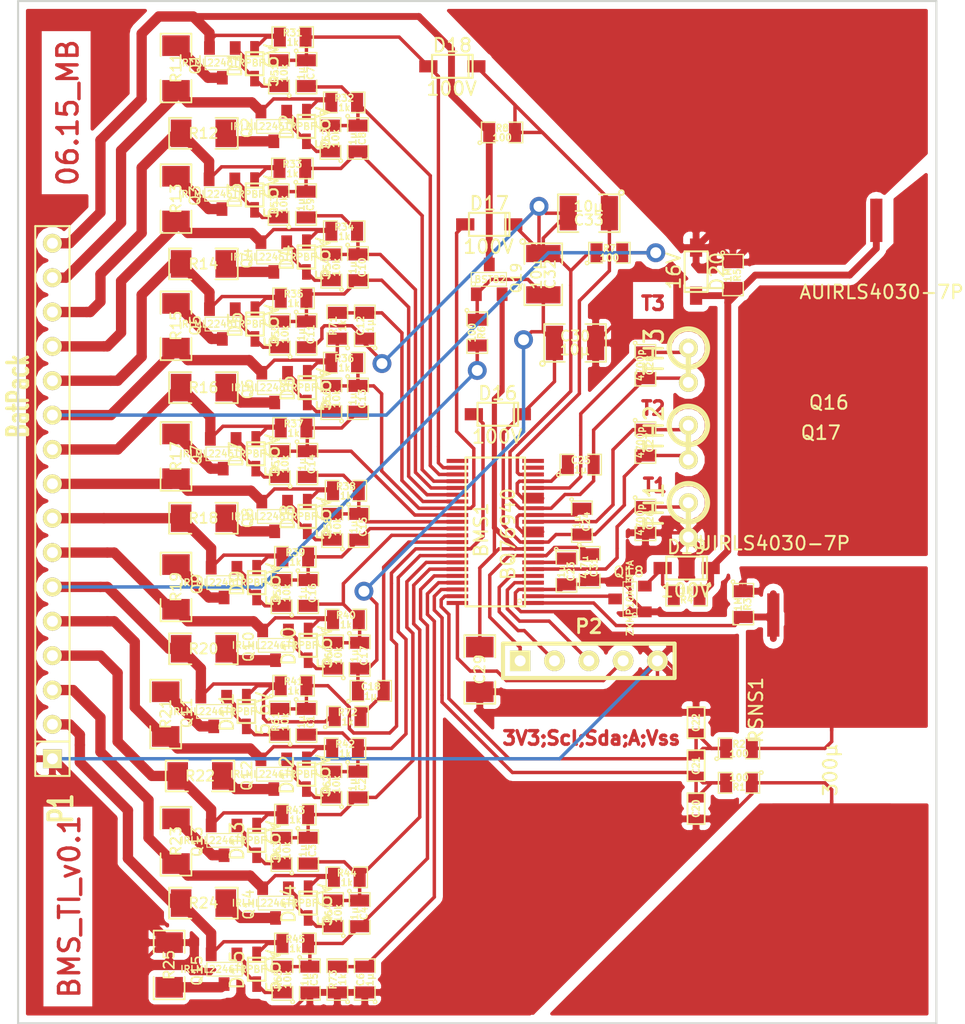
<source format=kicad_pcb>
(kicad_pcb (version 3) (host pcbnew "(2013-jul-07)-stable")
  (layers (15 F.Cu signal) (0 B.Cu signal) (18 B.Paste user hide) (19 F.Paste user hide) (20 B.SilkS user hide) (21 F.SilkS user) (22 B.Mask user hide) (23 F.Mask user hide) (28 Edge.Cuts user))
  (net 0 "")
  (net 1 /BatPack/C1)
  (net 2 /BatPack/C11)
  (net 3 /BatPack/C12)
  (net 4 /BatPack/C13)
  (net 5 /BatPack/C14)
  (net 6 /BatPack/C2)
  (net 7 /BatPack/C3)
  (net 8 /BatPack/C4)
  (net 9 /BatPack/C6)
  (net 10 /BatPack/C7)
  (net 11 /BatPack/C8)
  (net 12 /BatPack/C9)
  (net 13 /BatPack/VC0)
  (net 14 /BatPack/VC1)
  (net 15 /BatPack/VC10)
  (net 16 /BatPack/VC11)
  (net 17 /BatPack/VC12)
  (net 18 /BatPack/VC13)
  (net 19 /BatPack/VC14)
  (net 20 /BatPack/VC15)
  (net 21 /BatPack/VC2)
  (net 22 /BatPack/VC3)
  (net 23 /BatPack/VC4)
  (net 24 /BatPack/VC5)
  (net 25 /BatPack/VC6)
  (net 26 /BatPack/VC7)
  (net 27 /BatPack/VC8)
  (net 28 /BatPack/VC9)
  (net 29 /COM/BAT)
  (net 30 /COM/CHG)
  (net 31 /COM/DSC)
  (net 32 /COM/REGOUT)
  (net 33 /COM/REGSRC)
  (net 34 /COM/SCL)
  (net 35 /COM/SDA)
  (net 36 /COM/SRN)
  (net 37 /COM/SRP)
  (net 38 A)
  (net 39 ALERT)
  (net 40 B)
  (net 41 N-0000010)
  (net 42 N-0000012)
  (net 43 N-0000014)
  (net 44 N-0000015)
  (net 45 N-0000017)
  (net 46 N-0000019)
  (net 47 N-0000020)
  (net 48 N-0000022)
  (net 49 N-0000023)
  (net 50 N-0000024)
  (net 51 N-0000026)
  (net 52 N-0000028)
  (net 53 N-0000029)
  (net 54 N-000003)
  (net 55 N-0000030)
  (net 56 N-0000031)
  (net 57 N-0000032)
  (net 58 N-0000033)
  (net 59 N-0000034)
  (net 60 N-0000035)
  (net 61 N-0000036)
  (net 62 N-0000039)
  (net 63 N-000004)
  (net 64 N-0000040)
  (net 65 N-0000041)
  (net 66 N-0000042)
  (net 67 N-000005)
  (net 68 N-0000053)
  (net 69 N-0000056)
  (net 70 N-0000057)
  (net 71 N-0000059)
  (net 72 N-000006)
  (net 73 N-000007)
  (net 74 N-0000070)
  (net 75 N-0000074)
  (net 76 N-0000075)
  (net 77 N-000008)
  (net 78 PACK+)
  (net 79 PACK-)
  (net 80 TS1)
  (net 81 TS2)
  (net 82 TS3)
  (net 83 VC10B)
  (net 84 VC10x)
  (net 85 VC5B)
  (net 86 VC5x)
  (net 87 VSS)
  (module SOT23 (layer F.Cu) (at 199.9615 108.839)
    (fp_text reference Q19 (at 1.99898 -0.09906 90) (layer F.SilkS) (effects (font (size 0.762 0.762) (thickness 0.11938))))
    (fp_text value BST82 (at 0.0635 0) (layer F.SilkS) (effects (font (size 0.50038 0.50038) (thickness 0.09906))))
    (pad 3 smd rect (at 0 -1.09982) (size 0.8001 1.00076) (layers F.Cu F.Paste F.Mask) (net 78 PACK+))
    (pad 2 smd rect (at 0.9525 1.09982) (size 0.8001 1.00076) (layers F.Cu F.Paste F.Mask) (net 33 /COM/REGSRC))
    (pad 1 smd rect (at -0.9525 1.09982) (size 0.8001 1.00076) (layers F.Cu F.Paste F.Mask) (net 86 VC5x))
  )
  (module SOT23 (layer F.Cu) (at 180.213 92.837 180)
    (fp_text reference Q1 (at 1.99898 -0.09906 270) (layer F.SilkS) (effects (font (size 0.762 0.762) (thickness 0.11938))))
    (fp_text value IRLML2246TRPBF (at 0.0635 0 180) (layer F.SilkS) (effects (font (size 0.50038 0.50038) (thickness 0.09906))))
    (pad 3 smd rect (at 0 -1.09982 180) (size 0.8001 1.00076) (layers F.Cu F.Paste F.Mask) (net 50 N-0000024))
    (pad 2 smd rect (at 0.9525 1.09982 180) (size 0.8001 1.00076) (layers F.Cu F.Paste F.Mask) (net 78 PACK+))
    (pad 1 smd rect (at -0.9525 1.09982 180) (size 0.8001 1.00076) (layers F.Cu F.Paste F.Mask) (net 77 N-000008))
  )
  (module SOT23 (layer F.Cu) (at 184.023 97.536 180)
    (fp_text reference Q2 (at 1.99898 -0.09906 270) (layer F.SilkS) (effects (font (size 0.762 0.762) (thickness 0.11938))))
    (fp_text value IRLML2246TRPBF (at 0.0635 0 180) (layer F.SilkS) (effects (font (size 0.50038 0.50038) (thickness 0.09906))))
    (pad 3 smd rect (at 0 -1.09982 180) (size 0.8001 1.00076) (layers F.Cu F.Paste F.Mask) (net 51 N-0000026))
    (pad 2 smd rect (at 0.9525 1.09982 180) (size 0.8001 1.00076) (layers F.Cu F.Paste F.Mask) (net 5 /BatPack/C14))
    (pad 1 smd rect (at -0.9525 1.09982 180) (size 0.8001 1.00076) (layers F.Cu F.Paste F.Mask) (net 73 N-000007))
  )
  (module SOT23 (layer F.Cu) (at 180.186 102.545 180)
    (fp_text reference Q3 (at 1.99898 -0.09906 270) (layer F.SilkS) (effects (font (size 0.762 0.762) (thickness 0.11938))))
    (fp_text value IRLML2246TRPBF (at 0.0635 0 180) (layer F.SilkS) (effects (font (size 0.50038 0.50038) (thickness 0.09906))))
    (pad 3 smd rect (at 0 -1.09982 180) (size 0.8001 1.00076) (layers F.Cu F.Paste F.Mask) (net 41 N-0000010))
    (pad 2 smd rect (at 0.9525 1.09982 180) (size 0.8001 1.00076) (layers F.Cu F.Paste F.Mask) (net 4 /BatPack/C13))
    (pad 1 smd rect (at -0.9525 1.09982 180) (size 0.8001 1.00076) (layers F.Cu F.Paste F.Mask) (net 63 N-000004))
  )
  (module SOT23 (layer F.Cu) (at 184.023 107.188 180)
    (fp_text reference Q4 (at 1.99898 -0.09906 270) (layer F.SilkS) (effects (font (size 0.762 0.762) (thickness 0.11938))))
    (fp_text value IRLML2246TRPBF (at 0.0635 0 180) (layer F.SilkS) (effects (font (size 0.50038 0.50038) (thickness 0.09906))))
    (pad 3 smd rect (at 0 -1.09982 180) (size 0.8001 1.00076) (layers F.Cu F.Paste F.Mask) (net 42 N-0000012))
    (pad 2 smd rect (at 0.9525 1.09982 180) (size 0.8001 1.00076) (layers F.Cu F.Paste F.Mask) (net 3 /BatPack/C12))
    (pad 1 smd rect (at -0.9525 1.09982 180) (size 0.8001 1.00076) (layers F.Cu F.Paste F.Mask) (net 67 N-000005))
  )
  (module SOT23 (layer F.Cu) (at 180.213 112.141 180)
    (fp_text reference Q5 (at 1.99898 -0.09906 270) (layer F.SilkS) (effects (font (size 0.762 0.762) (thickness 0.11938))))
    (fp_text value IRLML2246TRPBF (at 0.0635 0 180) (layer F.SilkS) (effects (font (size 0.50038 0.50038) (thickness 0.09906))))
    (pad 3 smd rect (at 0 -1.09982 180) (size 0.8001 1.00076) (layers F.Cu F.Paste F.Mask) (net 43 N-0000014))
    (pad 2 smd rect (at 0.9525 1.09982 180) (size 0.8001 1.00076) (layers F.Cu F.Paste F.Mask) (net 2 /BatPack/C11))
    (pad 1 smd rect (at -0.9525 1.09982 180) (size 0.8001 1.00076) (layers F.Cu F.Paste F.Mask) (net 54 N-000003))
  )
  (module SOT23 (layer F.Cu) (at 184.0865 116.84 180)
    (fp_text reference Q6 (at 1.99898 -0.09906 270) (layer F.SilkS) (effects (font (size 0.762 0.762) (thickness 0.11938))))
    (fp_text value IRLML2246TRPBF (at 0.0635 0 180) (layer F.SilkS) (effects (font (size 0.50038 0.50038) (thickness 0.09906))))
    (pad 3 smd rect (at 0 -1.09982 180) (size 0.8001 1.00076) (layers F.Cu F.Paste F.Mask) (net 44 N-0000015))
    (pad 2 smd rect (at 0.9525 1.09982 180) (size 0.8001 1.00076) (layers F.Cu F.Paste F.Mask) (net 40 B))
    (pad 1 smd rect (at -0.9525 1.09982 180) (size 0.8001 1.00076) (layers F.Cu F.Paste F.Mask) (net 72 N-000006))
  )
  (module SOT23 (layer F.Cu) (at 180.2765 121.7295 180)
    (fp_text reference Q7 (at 1.99898 -0.09906 270) (layer F.SilkS) (effects (font (size 0.762 0.762) (thickness 0.11938))))
    (fp_text value IRLML2246TRPBF (at 0.0635 0 180) (layer F.SilkS) (effects (font (size 0.50038 0.50038) (thickness 0.09906))))
    (pad 3 smd rect (at 0 -1.09982 180) (size 0.8001 1.00076) (layers F.Cu F.Paste F.Mask) (net 45 N-0000017))
    (pad 2 smd rect (at 0.9525 1.09982 180) (size 0.8001 1.00076) (layers F.Cu F.Paste F.Mask) (net 12 /BatPack/C9))
    (pad 1 smd rect (at -0.9525 1.09982 180) (size 0.8001 1.00076) (layers F.Cu F.Paste F.Mask) (net 62 N-0000039))
  )
  (module SOT23 (layer F.Cu) (at 184.0865 126.365 180)
    (fp_text reference Q8 (at 1.99898 -0.09906 270) (layer F.SilkS) (effects (font (size 0.762 0.762) (thickness 0.11938))))
    (fp_text value IRLML2246TRPBF (at 0.0635 0 180) (layer F.SilkS) (effects (font (size 0.50038 0.50038) (thickness 0.09906))))
    (pad 3 smd rect (at 0 -1.09982 180) (size 0.8001 1.00076) (layers F.Cu F.Paste F.Mask) (net 46 N-0000019))
    (pad 2 smd rect (at 0.9525 1.09982 180) (size 0.8001 1.00076) (layers F.Cu F.Paste F.Mask) (net 11 /BatPack/C8))
    (pad 1 smd rect (at -0.9525 1.09982 180) (size 0.8001 1.00076) (layers F.Cu F.Paste F.Mask) (net 64 N-0000040))
  )
  (module SOT23 (layer F.Cu) (at 180.34 131.2545 180)
    (fp_text reference Q9 (at 1.99898 -0.09906 270) (layer F.SilkS) (effects (font (size 0.762 0.762) (thickness 0.11938))))
    (fp_text value IRLML2246TRPBF (at 0.0635 0 180) (layer F.SilkS) (effects (font (size 0.50038 0.50038) (thickness 0.09906))))
    (pad 3 smd rect (at 0 -1.09982 180) (size 0.8001 1.00076) (layers F.Cu F.Paste F.Mask) (net 48 N-0000022))
    (pad 2 smd rect (at 0.9525 1.09982 180) (size 0.8001 1.00076) (layers F.Cu F.Paste F.Mask) (net 10 /BatPack/C7))
    (pad 1 smd rect (at -0.9525 1.09982 180) (size 0.8001 1.00076) (layers F.Cu F.Paste F.Mask) (net 47 N-0000020))
  )
  (module SOT23 (layer F.Cu) (at 184.15 135.89 180)
    (fp_text reference Q10 (at 1.99898 -0.09906 270) (layer F.SilkS) (effects (font (size 0.762 0.762) (thickness 0.11938))))
    (fp_text value IRLML2246TRPBF (at 0.0635 0 180) (layer F.SilkS) (effects (font (size 0.50038 0.50038) (thickness 0.09906))))
    (pad 3 smd rect (at 0 -1.09982 180) (size 0.8001 1.00076) (layers F.Cu F.Paste F.Mask) (net 57 N-0000032))
    (pad 2 smd rect (at 0.9525 1.09982 180) (size 0.8001 1.00076) (layers F.Cu F.Paste F.Mask) (net 9 /BatPack/C6))
    (pad 1 smd rect (at -0.9525 1.09982 180) (size 0.8001 1.00076) (layers F.Cu F.Paste F.Mask) (net 49 N-0000023))
  )
  (module SOT23 (layer F.Cu) (at 179.578 140.7795 180)
    (fp_text reference Q11 (at 1.99898 -0.09906 270) (layer F.SilkS) (effects (font (size 0.762 0.762) (thickness 0.11938))))
    (fp_text value IRLML2246TRPBF (at 0.0635 0 180) (layer F.SilkS) (effects (font (size 0.50038 0.50038) (thickness 0.09906))))
    (pad 3 smd rect (at 0 -1.09982 180) (size 0.8001 1.00076) (layers F.Cu F.Paste F.Mask) (net 56 N-0000031))
    (pad 2 smd rect (at 0.9525 1.09982 180) (size 0.8001 1.00076) (layers F.Cu F.Paste F.Mask) (net 38 A))
    (pad 1 smd rect (at -0.9525 1.09982 180) (size 0.8001 1.00076) (layers F.Cu F.Paste F.Mask) (net 59 N-0000034))
  )
  (module SOT23 (layer F.Cu) (at 184.023 145.415 180)
    (fp_text reference Q12 (at 1.99898 -0.09906 270) (layer F.SilkS) (effects (font (size 0.762 0.762) (thickness 0.11938))))
    (fp_text value IRLML2246TRPBF (at 0.0635 0 180) (layer F.SilkS) (effects (font (size 0.50038 0.50038) (thickness 0.09906))))
    (pad 3 smd rect (at 0 -1.09982 180) (size 0.8001 1.00076) (layers F.Cu F.Paste F.Mask) (net 55 N-0000030))
    (pad 2 smd rect (at 0.9525 1.09982 180) (size 0.8001 1.00076) (layers F.Cu F.Paste F.Mask) (net 8 /BatPack/C4))
    (pad 1 smd rect (at -0.9525 1.09982 180) (size 0.8001 1.00076) (layers F.Cu F.Paste F.Mask) (net 60 N-0000035))
  )
  (module SOT23 (layer F.Cu) (at 180.34 150.3045 180)
    (fp_text reference Q13 (at 1.99898 -0.09906 270) (layer F.SilkS) (effects (font (size 0.762 0.762) (thickness 0.11938))))
    (fp_text value IRLML2246TRPBF (at 0.0635 0 180) (layer F.SilkS) (effects (font (size 0.50038 0.50038) (thickness 0.09906))))
    (pad 3 smd rect (at 0 -1.09982 180) (size 0.8001 1.00076) (layers F.Cu F.Paste F.Mask) (net 53 N-0000029))
    (pad 2 smd rect (at 0.9525 1.09982 180) (size 0.8001 1.00076) (layers F.Cu F.Paste F.Mask) (net 7 /BatPack/C3))
    (pad 1 smd rect (at -0.9525 1.09982 180) (size 0.8001 1.00076) (layers F.Cu F.Paste F.Mask) (net 65 N-0000041))
  )
  (module SOT23 (layer F.Cu) (at 184.15 154.94 180)
    (fp_text reference Q14 (at 1.99898 -0.09906 270) (layer F.SilkS) (effects (font (size 0.762 0.762) (thickness 0.11938))))
    (fp_text value IRLML2246TRPBF (at 0.0635 0 180) (layer F.SilkS) (effects (font (size 0.50038 0.50038) (thickness 0.09906))))
    (pad 3 smd rect (at 0 -1.09982 180) (size 0.8001 1.00076) (layers F.Cu F.Paste F.Mask) (net 52 N-0000028))
    (pad 2 smd rect (at 0.9525 1.09982 180) (size 0.8001 1.00076) (layers F.Cu F.Paste F.Mask) (net 6 /BatPack/C2))
    (pad 1 smd rect (at -0.9525 1.09982 180) (size 0.8001 1.00076) (layers F.Cu F.Paste F.Mask) (net 61 N-0000036))
  )
  (module SOT23 (layer F.Cu) (at 180.34 159.8295 180)
    (fp_text reference Q15 (at 1.99898 -0.09906 270) (layer F.SilkS) (effects (font (size 0.762 0.762) (thickness 0.11938))))
    (fp_text value IRLML2246TRPBF (at 0.0635 0 180) (layer F.SilkS) (effects (font (size 0.50038 0.50038) (thickness 0.09906))))
    (pad 3 smd rect (at 0 -1.09982 180) (size 0.8001 1.00076) (layers F.Cu F.Paste F.Mask) (net 58 N-0000033))
    (pad 2 smd rect (at 0.9525 1.09982 180) (size 0.8001 1.00076) (layers F.Cu F.Paste F.Mask) (net 1 /BatPack/C1))
    (pad 1 smd rect (at -0.9525 1.09982 180) (size 0.8001 1.00076) (layers F.Cu F.Paste F.Mask) (net 66 N-0000042))
  )
  (module SOT23 (layer F.Cu) (at 210.3755 132.461 90)
    (fp_text reference Q18 (at 1.99898 -0.09906 180) (layer F.SilkS) (effects (font (size 0.762 0.762) (thickness 0.11938))))
    (fp_text value ZXMP10A13FTA (at 0.0635 0 90) (layer F.SilkS) (effects (font (size 0.50038 0.50038) (thickness 0.09906))))
    (pad 3 smd rect (at 0 -1.09982 90) (size 0.8001 1.00076) (layers F.Cu F.Paste F.Mask) (net 30 /COM/CHG))
    (pad 2 smd rect (at 0.9525 1.09982 90) (size 0.8001 1.00076) (layers F.Cu F.Paste F.Mask) (net 75 N-0000074))
    (pad 1 smd rect (at -0.9525 1.09982 90) (size 0.8001 1.00076) (layers F.Cu F.Paste F.Mask) (net 87 VSS))
  )
  (module SM1210 (layer F.Cu) (at 207.3275 103.9495 180)
    (fp_text reference C33 (at 0 -0.508 180) (layer F.SilkS) (effects (font (size 0.762 0.762) (thickness 0.127))))
    (fp_text value 10µ (at 0 0.508 180) (layer F.SilkS) (effects (font (size 0.762 0.762) (thickness 0.127))))
    (pad 1 smd rect (at -1.524 0 180) (size 1.27 2.54) (layers F.Cu F.Paste F.Mask) (net 29 /COM/BAT))
    (pad 2 smd rect (at 1.524 0 180) (size 1.27 2.54) (layers F.Cu F.Paste F.Mask) (net 84 VC10x))
  )
  (module SM1210 (layer F.Cu) (at 203.962 108.458 270)
    (fp_text reference C32 (at 0 -0.508 270) (layer F.SilkS) (effects (font (size 0.762 0.762) (thickness 0.127))))
    (fp_text value 10µ (at 0 0.508 270) (layer F.SilkS) (effects (font (size 0.762 0.762) (thickness 0.127))))
    (pad 1 smd rect (at -1.524 0 270) (size 1.27 2.54) (layers F.Cu F.Paste F.Mask) (net 84 VC10x))
    (pad 2 smd rect (at 1.524 0 270) (size 1.27 2.54) (layers F.Cu F.Paste F.Mask) (net 86 VC5x))
  )
  (module SM1210 (layer F.Cu) (at 206.3115 113.538)
    (fp_text reference C30 (at 0 -0.508) (layer F.SilkS) (effects (font (size 0.762 0.762) (thickness 0.127))))
    (fp_text value 10µ (at 0 0.508) (layer F.SilkS) (effects (font (size 0.762 0.762) (thickness 0.127))))
    (pad 1 smd rect (at -1.524 0) (size 1.27 2.54) (layers F.Cu F.Paste F.Mask) (net 86 VC5x))
    (pad 2 smd rect (at 1.524 0) (size 1.27 2.54) (layers F.Cu F.Paste F.Mask) (net 87 VSS))
  )
  (module SM1206 (layer F.Cu) (at 178.816 98.044)
    (fp_text reference R12 (at 0 0) (layer F.SilkS) (effects (font (size 0.762 0.762) (thickness 0.127))))
    (fp_text value 39 hide)
    (pad 1 smd rect (at -1.651 0) (size 1.524 2.032) (layers F.Cu F.Paste F.Mask) (net 4 /BatPack/C13))
    (pad 2 smd rect (at 1.651 0) (size 1.524 2.032) (layers F.Cu F.Paste F.Mask) (net 51 N-0000026))
  )
  (module SM1206 (layer F.Cu) (at 176.276 159.512 270)
    (fp_text reference R25 (at 0 0 270) (layer F.SilkS) (effects (font (size 0.762 0.762) (thickness 0.127))))
    (fp_text value 39 hide)
    (pad 1 smd rect (at -1.651 0 270) (size 1.524 2.032) (layers F.Cu F.Paste F.Mask) (net 87 VSS))
    (pad 2 smd rect (at 1.651 0 270) (size 1.524 2.032) (layers F.Cu F.Paste F.Mask) (net 58 N-0000033))
  )
  (module SM1206 (layer F.Cu) (at 178.816 154.94)
    (fp_text reference R24 (at 0 0) (layer F.SilkS) (effects (font (size 0.762 0.762) (thickness 0.127))))
    (fp_text value 39 hide)
    (pad 1 smd rect (at -1.651 0) (size 1.524 2.032) (layers F.Cu F.Paste F.Mask) (net 1 /BatPack/C1))
    (pad 2 smd rect (at 1.651 0) (size 1.524 2.032) (layers F.Cu F.Paste F.Mask) (net 52 N-0000028))
  )
  (module SM1206 (layer F.Cu) (at 176.784 150.368 90)
    (fp_text reference R23 (at 0 0 90) (layer F.SilkS) (effects (font (size 0.762 0.762) (thickness 0.127))))
    (fp_text value 39 hide)
    (pad 1 smd rect (at -1.651 0 90) (size 1.524 2.032) (layers F.Cu F.Paste F.Mask) (net 6 /BatPack/C2))
    (pad 2 smd rect (at 1.651 0 90) (size 1.524 2.032) (layers F.Cu F.Paste F.Mask) (net 53 N-0000029))
  )
  (module SM1206 (layer F.Cu) (at 199.263 137.668 270)
    (fp_text reference C29 (at 0 0 270) (layer F.SilkS) (effects (font (size 0.762 0.762) (thickness 0.127))))
    (fp_text value 1µ hide)
    (pad 1 smd rect (at -1.651 0 270) (size 1.524 2.032) (layers F.Cu F.Paste F.Mask) (net 33 /COM/REGSRC))
    (pad 2 smd rect (at 1.651 0 270) (size 1.524 2.032) (layers F.Cu F.Paste F.Mask) (net 87 VSS))
  )
  (module SM1206 (layer F.Cu) (at 178.562 145.542)
    (fp_text reference R22 (at 0 0) (layer F.SilkS) (effects (font (size 0.762 0.762) (thickness 0.127))))
    (fp_text value 39 hide)
    (pad 1 smd rect (at -1.651 0) (size 1.524 2.032) (layers F.Cu F.Paste F.Mask) (net 7 /BatPack/C3))
    (pad 2 smd rect (at 1.651 0) (size 1.524 2.032) (layers F.Cu F.Paste F.Mask) (net 55 N-0000030))
  )
  (module SM1206 (layer F.Cu) (at 176.022 140.97 90)
    (fp_text reference R21 (at 0 0 90) (layer F.SilkS) (effects (font (size 0.762 0.762) (thickness 0.127))))
    (fp_text value 39 hide)
    (pad 1 smd rect (at -1.651 0 90) (size 1.524 2.032) (layers F.Cu F.Paste F.Mask) (net 8 /BatPack/C4))
    (pad 2 smd rect (at 1.651 0 90) (size 1.524 2.032) (layers F.Cu F.Paste F.Mask) (net 56 N-0000031))
  )
  (module SM1206 (layer F.Cu) (at 176.784 131.572 90)
    (fp_text reference R19 (at 0 0 90) (layer F.SilkS) (effects (font (size 0.762 0.762) (thickness 0.127))))
    (fp_text value 39 hide)
    (pad 1 smd rect (at -1.651 0 90) (size 1.524 2.032) (layers F.Cu F.Paste F.Mask) (net 9 /BatPack/C6))
    (pad 2 smd rect (at 1.651 0 90) (size 1.524 2.032) (layers F.Cu F.Paste F.Mask) (net 48 N-0000022))
  )
  (module SM1206 (layer F.Cu) (at 176.784 93.218 90)
    (fp_text reference R11 (at 0 0 90) (layer F.SilkS) (effects (font (size 0.762 0.762) (thickness 0.127))))
    (fp_text value 39 hide)
    (pad 1 smd rect (at -1.651 0 90) (size 1.524 2.032) (layers F.Cu F.Paste F.Mask) (net 5 /BatPack/C14))
    (pad 2 smd rect (at 1.651 0 90) (size 1.524 2.032) (layers F.Cu F.Paste F.Mask) (net 50 N-0000024))
  )
  (module SM1206 (layer F.Cu) (at 176.784 102.87 90)
    (fp_text reference R13 (at 0 0 90) (layer F.SilkS) (effects (font (size 0.762 0.762) (thickness 0.127))))
    (fp_text value 39 hide)
    (pad 1 smd rect (at -1.651 0 90) (size 1.524 2.032) (layers F.Cu F.Paste F.Mask) (net 3 /BatPack/C12))
    (pad 2 smd rect (at 1.651 0 90) (size 1.524 2.032) (layers F.Cu F.Paste F.Mask) (net 41 N-0000010))
  )
  (module SM1206 (layer F.Cu) (at 178.816 107.696)
    (fp_text reference R14 (at 0 0) (layer F.SilkS) (effects (font (size 0.762 0.762) (thickness 0.127))))
    (fp_text value 39 hide)
    (pad 1 smd rect (at -1.651 0) (size 1.524 2.032) (layers F.Cu F.Paste F.Mask) (net 2 /BatPack/C11))
    (pad 2 smd rect (at 1.651 0) (size 1.524 2.032) (layers F.Cu F.Paste F.Mask) (net 42 N-0000012))
  )
  (module SM1206 (layer F.Cu) (at 176.784 112.268 90)
    (fp_text reference R15 (at 0 0 90) (layer F.SilkS) (effects (font (size 0.762 0.762) (thickness 0.127))))
    (fp_text value 39 hide)
    (pad 1 smd rect (at -1.651 0 90) (size 1.524 2.032) (layers F.Cu F.Paste F.Mask) (net 40 B))
    (pad 2 smd rect (at 1.651 0 90) (size 1.524 2.032) (layers F.Cu F.Paste F.Mask) (net 43 N-0000014))
  )
  (module SM1206 (layer F.Cu) (at 178.816 116.84)
    (fp_text reference R16 (at 0 0) (layer F.SilkS) (effects (font (size 0.762 0.762) (thickness 0.127))))
    (fp_text value 39 hide)
    (pad 1 smd rect (at -1.651 0) (size 1.524 2.032) (layers F.Cu F.Paste F.Mask) (net 12 /BatPack/C9))
    (pad 2 smd rect (at 1.651 0) (size 1.524 2.032) (layers F.Cu F.Paste F.Mask) (net 44 N-0000015))
  )
  (module SM1206 (layer F.Cu) (at 176.784 121.92 90)
    (fp_text reference R17 (at 0 0 90) (layer F.SilkS) (effects (font (size 0.762 0.762) (thickness 0.127))))
    (fp_text value 39 hide)
    (pad 1 smd rect (at -1.651 0 90) (size 1.524 2.032) (layers F.Cu F.Paste F.Mask) (net 11 /BatPack/C8))
    (pad 2 smd rect (at 1.651 0 90) (size 1.524 2.032) (layers F.Cu F.Paste F.Mask) (net 45 N-0000017))
  )
  (module SM1206 (layer F.Cu) (at 178.816 126.492)
    (fp_text reference R18 (at 0 0) (layer F.SilkS) (effects (font (size 0.762 0.762) (thickness 0.127))))
    (fp_text value 39 hide)
    (pad 1 smd rect (at -1.651 0) (size 1.524 2.032) (layers F.Cu F.Paste F.Mask) (net 10 /BatPack/C7))
    (pad 2 smd rect (at 1.651 0) (size 1.524 2.032) (layers F.Cu F.Paste F.Mask) (net 46 N-0000019))
  )
  (module SM1206 (layer F.Cu) (at 178.816 136.144)
    (fp_text reference R20 (at 0 0) (layer F.SilkS) (effects (font (size 0.762 0.762) (thickness 0.127))))
    (fp_text value 39 hide)
    (pad 1 smd rect (at -1.651 0) (size 1.524 2.032) (layers F.Cu F.Paste F.Mask) (net 38 A))
    (pad 2 smd rect (at 1.651 0) (size 1.524 2.032) (layers F.Cu F.Paste F.Mask) (net 57 N-0000032))
  )
  (module SM0805 (layer F.Cu) (at 188.722 160.5915 90)
    (fp_text reference R73 (at 0 -0.3175 90) (layer F.SilkS) (effects (font (size 0.50038 0.50038) (thickness 0.10922))))
    (fp_text value 1k (at 0 0.381 90) (layer F.SilkS) (effects (font (size 0.50038 0.50038) (thickness 0.10922))))
    (pad 1 smd rect (at -0.9525 0 90) (size 0.889 1.397) (layers F.Cu F.Paste F.Mask) (net 87 VSS))
    (pad 2 smd rect (at 0.9525 0 90) (size 0.889 1.397) (layers F.Cu F.Paste F.Mask) (net 13 /BatPack/VC0))
  )
  (module SM0805 (layer F.Cu) (at 189.23 105.283)
    (fp_text reference R34 (at 0 -0.3175) (layer F.SilkS) (effects (font (size 0.50038 0.50038) (thickness 0.10922))))
    (fp_text value 1k (at 0 0.381) (layer F.SilkS) (effects (font (size 0.50038 0.50038) (thickness 0.10922))))
    (pad 1 smd rect (at -0.9525 0) (size 0.889 1.397) (layers F.Cu F.Paste F.Mask) (net 3 /BatPack/C12))
    (pad 2 smd rect (at 0.9525 0) (size 0.889 1.397) (layers F.Cu F.Paste F.Mask) (net 17 /BatPack/VC12))
  )
  (module SM0805 (layer F.Cu) (at 188.2775 117.6655 90)
    (fp_text reference R56 (at 0 -0.3175 90) (layer F.SilkS) (effects (font (size 0.50038 0.50038) (thickness 0.10922))))
    (fp_text value 10k (at 0 0.381 90) (layer F.SilkS) (effects (font (size 0.50038 0.50038) (thickness 0.10922))))
    (pad 1 smd rect (at -0.9525 0 90) (size 0.889 1.397) (layers F.Cu F.Paste F.Mask) (net 72 N-000006))
    (pad 2 smd rect (at 0.9525 0 90) (size 0.889 1.397) (layers F.Cu F.Paste F.Mask) (net 15 /BatPack/VC10))
  )
  (module SM0805 (layer F.Cu) (at 184.4675 112.903 90)
    (fp_text reference R55 (at 0 -0.3175 90) (layer F.SilkS) (effects (font (size 0.50038 0.50038) (thickness 0.10922))))
    (fp_text value 10k (at 0 0.381 90) (layer F.SilkS) (effects (font (size 0.50038 0.50038) (thickness 0.10922))))
    (pad 1 smd rect (at -0.9525 0 90) (size 0.889 1.397) (layers F.Cu F.Paste F.Mask) (net 54 N-000003))
    (pad 2 smd rect (at 0.9525 0 90) (size 0.889 1.397) (layers F.Cu F.Paste F.Mask) (net 16 /BatPack/VC11))
  )
  (module SM0805 (layer F.Cu) (at 189.23 114.9985)
    (fp_text reference R36 (at 0 -0.3175) (layer F.SilkS) (effects (font (size 0.50038 0.50038) (thickness 0.10922))))
    (fp_text value 1k (at 0 0.381) (layer F.SilkS) (effects (font (size 0.50038 0.50038) (thickness 0.10922))))
    (pad 1 smd rect (at -0.9525 0) (size 0.889 1.397) (layers F.Cu F.Paste F.Mask) (net 40 B))
    (pad 2 smd rect (at 0.9525 0) (size 0.889 1.397) (layers F.Cu F.Paste F.Mask) (net 15 /BatPack/VC10))
  )
  (module SM0805 (layer F.Cu) (at 185.4835 110.236)
    (fp_text reference R35 (at 0 -0.3175) (layer F.SilkS) (effects (font (size 0.50038 0.50038) (thickness 0.10922))))
    (fp_text value 1k (at 0 0.381) (layer F.SilkS) (effects (font (size 0.50038 0.50038) (thickness 0.10922))))
    (pad 1 smd rect (at -0.9525 0) (size 0.889 1.397) (layers F.Cu F.Paste F.Mask) (net 2 /BatPack/C11))
    (pad 2 smd rect (at 0.9525 0) (size 0.889 1.397) (layers F.Cu F.Paste F.Mask) (net 16 /BatPack/VC11))
  )
  (module SM0805 (layer F.Cu) (at 188.4045 136.652 90)
    (fp_text reference R60 (at 0 -0.3175 90) (layer F.SilkS) (effects (font (size 0.50038 0.50038) (thickness 0.10922))))
    (fp_text value 10k (at 0 0.381 90) (layer F.SilkS) (effects (font (size 0.50038 0.50038) (thickness 0.10922))))
    (pad 1 smd rect (at -0.9525 0 90) (size 0.889 1.397) (layers F.Cu F.Paste F.Mask) (net 49 N-0000023))
    (pad 2 smd rect (at 0.9525 0 90) (size 0.889 1.397) (layers F.Cu F.Paste F.Mask) (net 25 /BatPack/VC6))
  )
  (module SM0805 (layer F.Cu) (at 184.5945 132.0165 90)
    (fp_text reference R59 (at 0 -0.3175 90) (layer F.SilkS) (effects (font (size 0.50038 0.50038) (thickness 0.10922))))
    (fp_text value 10k (at 0 0.381 90) (layer F.SilkS) (effects (font (size 0.50038 0.50038) (thickness 0.10922))))
    (pad 1 smd rect (at -0.9525 0 90) (size 0.889 1.397) (layers F.Cu F.Paste F.Mask) (net 47 N-0000020))
    (pad 2 smd rect (at 0.9525 0 90) (size 0.889 1.397) (layers F.Cu F.Paste F.Mask) (net 26 /BatPack/VC7))
  )
  (module SM0805 (layer F.Cu) (at 190.246 107.95 270)
    (fp_text reference C10 (at 0 -0.3175 270) (layer F.SilkS) (effects (font (size 0.50038 0.50038) (thickness 0.10922))))
    (fp_text value 1µ (at 0 0.381 270) (layer F.SilkS) (effects (font (size 0.50038 0.50038) (thickness 0.10922))))
    (pad 1 smd rect (at -0.9525 0 270) (size 0.889 1.397) (layers F.Cu F.Paste F.Mask) (net 17 /BatPack/VC12))
    (pad 2 smd rect (at 0.9525 0 270) (size 0.889 1.397) (layers F.Cu F.Paste F.Mask) (net 16 /BatPack/VC11))
  )
  (module SM0805 (layer F.Cu) (at 186.409 103.307 270)
    (fp_text reference C9 (at 0 -0.3175 270) (layer F.SilkS) (effects (font (size 0.50038 0.50038) (thickness 0.10922))))
    (fp_text value 1µ (at 0 0.381 270) (layer F.SilkS) (effects (font (size 0.50038 0.50038) (thickness 0.10922))))
    (pad 1 smd rect (at -0.9525 0 270) (size 0.889 1.397) (layers F.Cu F.Paste F.Mask) (net 18 /BatPack/VC13))
    (pad 2 smd rect (at 0.9525 0 270) (size 0.889 1.397) (layers F.Cu F.Paste F.Mask) (net 17 /BatPack/VC12))
  )
  (module SM0805 (layer F.Cu) (at 188.2775 107.95 90)
    (fp_text reference R54 (at 0 -0.3175 90) (layer F.SilkS) (effects (font (size 0.50038 0.50038) (thickness 0.10922))))
    (fp_text value 10k (at 0 0.381 90) (layer F.SilkS) (effects (font (size 0.50038 0.50038) (thickness 0.10922))))
    (pad 1 smd rect (at -0.9525 0 90) (size 0.889 1.397) (layers F.Cu F.Paste F.Mask) (net 67 N-000005))
    (pad 2 smd rect (at 0.9525 0 90) (size 0.889 1.397) (layers F.Cu F.Paste F.Mask) (net 17 /BatPack/VC12))
  )
  (module SM0805 (layer F.Cu) (at 184.377 103.307 90)
    (fp_text reference R53 (at 0 -0.3175 90) (layer F.SilkS) (effects (font (size 0.50038 0.50038) (thickness 0.10922))))
    (fp_text value 10k (at 0 0.381 90) (layer F.SilkS) (effects (font (size 0.50038 0.50038) (thickness 0.10922))))
    (pad 1 smd rect (at -0.9525 0 90) (size 0.889 1.397) (layers F.Cu F.Paste F.Mask) (net 63 N-000004))
    (pad 2 smd rect (at 0.9525 0 90) (size 0.889 1.397) (layers F.Cu F.Paste F.Mask) (net 18 /BatPack/VC13))
  )
  (module SM0805 (layer F.Cu) (at 190.3095 127.127 270)
    (fp_text reference C15 (at 0 -0.3175 270) (layer F.SilkS) (effects (font (size 0.50038 0.50038) (thickness 0.10922))))
    (fp_text value 1µ (at 0 0.381 270) (layer F.SilkS) (effects (font (size 0.50038 0.50038) (thickness 0.10922))))
    (pad 1 smd rect (at -0.9525 0 270) (size 0.889 1.397) (layers F.Cu F.Paste F.Mask) (net 27 /BatPack/VC8))
    (pad 2 smd rect (at 0.9525 0 270) (size 0.889 1.397) (layers F.Cu F.Paste F.Mask) (net 26 /BatPack/VC7))
  )
  (module SM0805 (layer F.Cu) (at 185.393 100.64)
    (fp_text reference R33 (at 0 -0.3175) (layer F.SilkS) (effects (font (size 0.50038 0.50038) (thickness 0.10922))))
    (fp_text value 1k (at 0 0.381) (layer F.SilkS) (effects (font (size 0.50038 0.50038) (thickness 0.10922))))
    (pad 1 smd rect (at -0.9525 0) (size 0.889 1.397) (layers F.Cu F.Paste F.Mask) (net 4 /BatPack/C13))
    (pad 2 smd rect (at 0.9525 0) (size 0.889 1.397) (layers F.Cu F.Paste F.Mask) (net 18 /BatPack/VC13))
  )
  (module SM0805 (layer F.Cu) (at 189.357 133.985)
    (fp_text reference R40 (at 0 -0.3175) (layer F.SilkS) (effects (font (size 0.50038 0.50038) (thickness 0.10922))))
    (fp_text value 1k (at 0 0.381) (layer F.SilkS) (effects (font (size 0.50038 0.50038) (thickness 0.10922))))
    (pad 1 smd rect (at -0.9525 0) (size 0.889 1.397) (layers F.Cu F.Paste F.Mask) (net 9 /BatPack/C6))
    (pad 2 smd rect (at 0.9525 0) (size 0.889 1.397) (layers F.Cu F.Paste F.Mask) (net 25 /BatPack/VC6))
  )
  (module SM0805 (layer F.Cu) (at 185.6105 129.3495)
    (fp_text reference R39 (at 0 -0.3175) (layer F.SilkS) (effects (font (size 0.50038 0.50038) (thickness 0.10922))))
    (fp_text value 1k (at 0 0.381) (layer F.SilkS) (effects (font (size 0.50038 0.50038) (thickness 0.10922))))
    (pad 1 smd rect (at -0.9525 0) (size 0.889 1.397) (layers F.Cu F.Paste F.Mask) (net 10 /BatPack/C7))
    (pad 2 smd rect (at 0.9525 0) (size 0.889 1.397) (layers F.Cu F.Paste F.Mask) (net 26 /BatPack/VC7))
  )
  (module SM0805 (layer F.Cu) (at 190.246 98.425 270)
    (fp_text reference C8 (at 0 -0.3175 270) (layer F.SilkS) (effects (font (size 0.50038 0.50038) (thickness 0.10922))))
    (fp_text value 1µ (at 0 0.381 270) (layer F.SilkS) (effects (font (size 0.50038 0.50038) (thickness 0.10922))))
    (pad 1 smd rect (at -0.9525 0 270) (size 0.889 1.397) (layers F.Cu F.Paste F.Mask) (net 19 /BatPack/VC14))
    (pad 2 smd rect (at 0.9525 0 270) (size 0.889 1.397) (layers F.Cu F.Paste F.Mask) (net 18 /BatPack/VC13))
  )
  (module SM0805 (layer F.Cu) (at 186.436 93.599 270)
    (fp_text reference C7 (at 0 -0.3175 270) (layer F.SilkS) (effects (font (size 0.50038 0.50038) (thickness 0.10922))))
    (fp_text value 1µ (at 0 0.381 270) (layer F.SilkS) (effects (font (size 0.50038 0.50038) (thickness 0.10922))))
    (pad 1 smd rect (at -0.9525 0 270) (size 0.889 1.397) (layers F.Cu F.Paste F.Mask) (net 20 /BatPack/VC15))
    (pad 2 smd rect (at 0.9525 0 270) (size 0.889 1.397) (layers F.Cu F.Paste F.Mask) (net 19 /BatPack/VC14))
  )
  (module SM0805 (layer F.Cu) (at 205.6765 130.429 270)
    (fp_text reference C23 (at 0 -0.3175 270) (layer F.SilkS) (effects (font (size 0.50038 0.50038) (thickness 0.10922))))
    (fp_text value 1µ (at 0 0.381 270) (layer F.SilkS) (effects (font (size 0.50038 0.50038) (thickness 0.10922))))
    (pad 1 smd rect (at -0.9525 0 270) (size 0.889 1.397) (layers F.Cu F.Paste F.Mask) (net 68 N-0000053))
    (pad 2 smd rect (at 0.9525 0 270) (size 0.889 1.397) (layers F.Cu F.Paste F.Mask) (net 87 VSS))
  )
  (module SM0805 (layer F.Cu) (at 206.8195 126.746 270)
    (fp_text reference C24 (at 0 -0.3175 270) (layer F.SilkS) (effects (font (size 0.50038 0.50038) (thickness 0.10922))))
    (fp_text value 1µ (at 0 0.381 270) (layer F.SilkS) (effects (font (size 0.50038 0.50038) (thickness 0.10922))))
    (pad 1 smd rect (at -0.9525 0 270) (size 0.889 1.397) (layers F.Cu F.Paste F.Mask) (net 70 N-0000057))
    (pad 2 smd rect (at 0.9525 0 270) (size 0.889 1.397) (layers F.Cu F.Paste F.Mask) (net 86 VC5x))
  )
  (module SM0805 (layer F.Cu) (at 206.7306 122.5296)
    (fp_text reference C25 (at 0 -0.3175) (layer F.SilkS) (effects (font (size 0.50038 0.50038) (thickness 0.10922))))
    (fp_text value 1µ (at 0 0.381) (layer F.SilkS) (effects (font (size 0.50038 0.50038) (thickness 0.10922))))
    (pad 1 smd rect (at -0.9525 0) (size 0.889 1.397) (layers F.Cu F.Paste F.Mask) (net 69 N-0000056))
    (pad 2 smd rect (at 0.9525 0) (size 0.889 1.397) (layers F.Cu F.Paste F.Mask) (net 84 VC10x))
  )
  (module SM0805 (layer F.Cu) (at 211.5185 126.619 270)
    (fp_text reference C26 (at 0 -0.3175 270) (layer F.SilkS) (effects (font (size 0.50038 0.50038) (thickness 0.10922))))
    (fp_text value 4700p (at 0 0.381 270) (layer F.SilkS) (effects (font (size 0.50038 0.50038) (thickness 0.10922))))
    (pad 1 smd rect (at -0.9525 0 270) (size 0.889 1.397) (layers F.Cu F.Paste F.Mask) (net 80 TS1))
    (pad 2 smd rect (at 0.9525 0 270) (size 0.889 1.397) (layers F.Cu F.Paste F.Mask) (net 87 VSS))
  )
  (module SM0805 (layer F.Cu) (at 211.5185 120.904 270)
    (fp_text reference C27 (at 0 -0.3175 270) (layer F.SilkS) (effects (font (size 0.50038 0.50038) (thickness 0.10922))))
    (fp_text value 4700p (at 0 0.381 270) (layer F.SilkS) (effects (font (size 0.50038 0.50038) (thickness 0.10922))))
    (pad 1 smd rect (at -0.9525 0 270) (size 0.889 1.397) (layers F.Cu F.Paste F.Mask) (net 81 TS2))
    (pad 2 smd rect (at 0.9525 0 270) (size 0.889 1.397) (layers F.Cu F.Paste F.Mask) (net 86 VC5x))
  )
  (module SM0805 (layer F.Cu) (at 211.5185 115.189 270)
    (fp_text reference C28 (at 0 -0.3175 270) (layer F.SilkS) (effects (font (size 0.50038 0.50038) (thickness 0.10922))))
    (fp_text value 4700p (at 0 0.381 270) (layer F.SilkS) (effects (font (size 0.50038 0.50038) (thickness 0.10922))))
    (pad 1 smd rect (at -0.9525 0 270) (size 0.889 1.397) (layers F.Cu F.Paste F.Mask) (net 82 TS3))
    (pad 2 smd rect (at 0.9525 0 270) (size 0.889 1.397) (layers F.Cu F.Paste F.Mask) (net 84 VC10x))
  )
  (module SM0805 (layer F.Cu) (at 188.214 98.425 90)
    (fp_text reference R52 (at 0 -0.3175 90) (layer F.SilkS) (effects (font (size 0.50038 0.50038) (thickness 0.10922))))
    (fp_text value 10k (at 0 0.381 90) (layer F.SilkS) (effects (font (size 0.50038 0.50038) (thickness 0.10922))))
    (pad 1 smd rect (at -0.9525 0 90) (size 0.889 1.397) (layers F.Cu F.Paste F.Mask) (net 73 N-000007))
    (pad 2 smd rect (at 0.9525 0 90) (size 0.889 1.397) (layers F.Cu F.Paste F.Mask) (net 19 /BatPack/VC14))
  )
  (module SM0805 (layer F.Cu) (at 207.391 130.1115 270)
    (fp_text reference C31 (at 0 -0.3175 270) (layer F.SilkS) (effects (font (size 0.50038 0.50038) (thickness 0.10922))))
    (fp_text value 4.7µ (at 0 0.381 270) (layer F.SilkS) (effects (font (size 0.50038 0.50038) (thickness 0.10922))))
    (pad 1 smd rect (at -0.9525 0 270) (size 0.889 1.397) (layers F.Cu F.Paste F.Mask) (net 32 /COM/REGOUT))
    (pad 2 smd rect (at 0.9525 0 270) (size 0.889 1.397) (layers F.Cu F.Paste F.Mask) (net 87 VSS))
  )
  (module SM0805 (layer F.Cu) (at 184.404 93.599 90)
    (fp_text reference R51 (at 0 -0.3175 90) (layer F.SilkS) (effects (font (size 0.50038 0.50038) (thickness 0.10922))))
    (fp_text value 10k (at 0 0.381 90) (layer F.SilkS) (effects (font (size 0.50038 0.50038) (thickness 0.10922))))
    (pad 1 smd rect (at -0.9525 0 90) (size 0.889 1.397) (layers F.Cu F.Paste F.Mask) (net 77 N-000008))
    (pad 2 smd rect (at 0.9525 0 90) (size 0.889 1.397) (layers F.Cu F.Paste F.Mask) (net 20 /BatPack/VC15))
  )
  (module SM0805 (layer F.Cu) (at 189.23 95.758)
    (fp_text reference R32 (at 0 -0.3175) (layer F.SilkS) (effects (font (size 0.50038 0.50038) (thickness 0.10922))))
    (fp_text value 1k (at 0 0.381) (layer F.SilkS) (effects (font (size 0.50038 0.50038) (thickness 0.10922))))
    (pad 1 smd rect (at -0.9525 0) (size 0.889 1.397) (layers F.Cu F.Paste F.Mask) (net 5 /BatPack/C14))
    (pad 2 smd rect (at 0.9525 0) (size 0.889 1.397) (layers F.Cu F.Paste F.Mask) (net 19 /BatPack/VC14))
  )
  (module SM0805 (layer F.Cu) (at 185.42 90.932)
    (fp_text reference R31 (at 0 -0.3175) (layer F.SilkS) (effects (font (size 0.50038 0.50038) (thickness 0.10922))))
    (fp_text value 1k (at 0 0.381) (layer F.SilkS) (effects (font (size 0.50038 0.50038) (thickness 0.10922))))
    (pad 1 smd rect (at -0.9525 0) (size 0.889 1.397) (layers F.Cu F.Paste F.Mask) (net 78 PACK+))
    (pad 2 smd rect (at 0.9525 0) (size 0.889 1.397) (layers F.Cu F.Paste F.Mask) (net 20 /BatPack/VC15))
  )
  (module SM0805 (layer F.Cu) (at 185.6105 148.3995)
    (fp_text reference R43 (at 0 -0.3175) (layer F.SilkS) (effects (font (size 0.50038 0.50038) (thickness 0.10922))))
    (fp_text value 1k (at 0 0.381) (layer F.SilkS) (effects (font (size 0.50038 0.50038) (thickness 0.10922))))
    (pad 1 smd rect (at -0.9525 0) (size 0.889 1.397) (layers F.Cu F.Paste F.Mask) (net 7 /BatPack/C3))
    (pad 2 smd rect (at 0.9525 0) (size 0.889 1.397) (layers F.Cu F.Paste F.Mask) (net 22 /BatPack/VC3))
  )
  (module SM0805 (layer F.Cu) (at 186.563 132.0165 270)
    (fp_text reference C16 (at 0 -0.3175 270) (layer F.SilkS) (effects (font (size 0.50038 0.50038) (thickness 0.10922))))
    (fp_text value 1µ (at 0 0.381 270) (layer F.SilkS) (effects (font (size 0.50038 0.50038) (thickness 0.10922))))
    (pad 1 smd rect (at -0.9525 0 270) (size 0.889 1.397) (layers F.Cu F.Paste F.Mask) (net 26 /BatPack/VC7))
    (pad 2 smd rect (at 0.9525 0 270) (size 0.889 1.397) (layers F.Cu F.Paste F.Mask) (net 25 /BatPack/VC6))
  )
  (module SM0805 (layer F.Cu) (at 190.373 136.652 270)
    (fp_text reference C17 (at 0 -0.3175 270) (layer F.SilkS) (effects (font (size 0.50038 0.50038) (thickness 0.10922))))
    (fp_text value 1µ (at 0 0.381 270) (layer F.SilkS) (effects (font (size 0.50038 0.50038) (thickness 0.10922))))
    (pad 1 smd rect (at -0.9525 0 270) (size 0.889 1.397) (layers F.Cu F.Paste F.Mask) (net 25 /BatPack/VC6))
    (pad 2 smd rect (at 0.9525 0 270) (size 0.889 1.397) (layers F.Cu F.Paste F.Mask) (net 86 VC5x))
  )
  (module SM0805 (layer F.Cu) (at 185.4835 119.8245)
    (fp_text reference R37 (at 0 -0.3175) (layer F.SilkS) (effects (font (size 0.50038 0.50038) (thickness 0.10922))))
    (fp_text value 1k (at 0 0.381) (layer F.SilkS) (effects (font (size 0.50038 0.50038) (thickness 0.10922))))
    (pad 1 smd rect (at -0.9525 0) (size 0.889 1.397) (layers F.Cu F.Paste F.Mask) (net 12 /BatPack/C9))
    (pad 2 smd rect (at 0.9525 0) (size 0.889 1.397) (layers F.Cu F.Paste F.Mask) (net 28 /BatPack/VC9))
  )
  (module SM0805 (layer F.Cu) (at 189.357 124.46)
    (fp_text reference R38 (at 0 -0.3175) (layer F.SilkS) (effects (font (size 0.50038 0.50038) (thickness 0.10922))))
    (fp_text value 1k (at 0 0.381) (layer F.SilkS) (effects (font (size 0.50038 0.50038) (thickness 0.10922))))
    (pad 1 smd rect (at -0.9525 0) (size 0.889 1.397) (layers F.Cu F.Paste F.Mask) (net 11 /BatPack/C8))
    (pad 2 smd rect (at 0.9525 0) (size 0.889 1.397) (layers F.Cu F.Paste F.Mask) (net 27 /BatPack/VC8))
  )
  (module SM0805 (layer F.Cu) (at 190.246 146.177 270)
    (fp_text reference C2 (at 0 -0.3175 270) (layer F.SilkS) (effects (font (size 0.50038 0.50038) (thickness 0.10922))))
    (fp_text value 1µ (at 0 0.381 270) (layer F.SilkS) (effects (font (size 0.50038 0.50038) (thickness 0.10922))))
    (pad 1 smd rect (at -0.9525 0 270) (size 0.889 1.397) (layers F.Cu F.Paste F.Mask) (net 23 /BatPack/VC4))
    (pad 2 smd rect (at 0.9525 0 270) (size 0.889 1.397) (layers F.Cu F.Paste F.Mask) (net 22 /BatPack/VC3))
  )
  (module SM0805 (layer F.Cu) (at 186.436 141.5415 270)
    (fp_text reference C1 (at 0 -0.3175 270) (layer F.SilkS) (effects (font (size 0.50038 0.50038) (thickness 0.10922))))
    (fp_text value 1µ (at 0 0.381 270) (layer F.SilkS) (effects (font (size 0.50038 0.50038) (thickness 0.10922))))
    (pad 1 smd rect (at -0.9525 0 270) (size 0.889 1.397) (layers F.Cu F.Paste F.Mask) (net 24 /BatPack/VC5))
    (pad 2 smd rect (at 0.9525 0 270) (size 0.889 1.397) (layers F.Cu F.Paste F.Mask) (net 23 /BatPack/VC4))
  )
  (module SM0805 (layer F.Cu) (at 188.2775 146.177 90)
    (fp_text reference R62 (at 0 -0.3175 90) (layer F.SilkS) (effects (font (size 0.50038 0.50038) (thickness 0.10922))))
    (fp_text value 10k (at 0 0.381 90) (layer F.SilkS) (effects (font (size 0.50038 0.50038) (thickness 0.10922))))
    (pad 1 smd rect (at -0.9525 0 90) (size 0.889 1.397) (layers F.Cu F.Paste F.Mask) (net 60 N-0000035))
    (pad 2 smd rect (at 0.9525 0 90) (size 0.889 1.397) (layers F.Cu F.Paste F.Mask) (net 23 /BatPack/VC4))
  )
  (module SM0805 (layer F.Cu) (at 184.4675 141.5415 90)
    (fp_text reference R61 (at 0 -0.3175 90) (layer F.SilkS) (effects (font (size 0.50038 0.50038) (thickness 0.10922))))
    (fp_text value 10k (at 0 0.381 90) (layer F.SilkS) (effects (font (size 0.50038 0.50038) (thickness 0.10922))))
    (pad 1 smd rect (at -0.9525 0 90) (size 0.889 1.397) (layers F.Cu F.Paste F.Mask) (net 59 N-0000034))
    (pad 2 smd rect (at 0.9525 0 90) (size 0.889 1.397) (layers F.Cu F.Paste F.Mask) (net 24 /BatPack/VC5))
  )
  (module SM0805 (layer F.Cu) (at 189.2935 143.51)
    (fp_text reference R42 (at 0 -0.3175) (layer F.SilkS) (effects (font (size 0.50038 0.50038) (thickness 0.10922))))
    (fp_text value 1k (at 0 0.381) (layer F.SilkS) (effects (font (size 0.50038 0.50038) (thickness 0.10922))))
    (pad 1 smd rect (at -0.9525 0) (size 0.889 1.397) (layers F.Cu F.Paste F.Mask) (net 8 /BatPack/C4))
    (pad 2 smd rect (at 0.9525 0) (size 0.889 1.397) (layers F.Cu F.Paste F.Mask) (net 23 /BatPack/VC4))
  )
  (module SM0805 (layer F.Cu) (at 185.4835 138.8745)
    (fp_text reference R41 (at 0 -0.3175) (layer F.SilkS) (effects (font (size 0.50038 0.50038) (thickness 0.10922))))
    (fp_text value 1k (at 0 0.381) (layer F.SilkS) (effects (font (size 0.50038 0.50038) (thickness 0.10922))))
    (pad 1 smd rect (at -0.9525 0) (size 0.889 1.397) (layers F.Cu F.Paste F.Mask) (net 38 A))
    (pad 2 smd rect (at 0.9525 0) (size 0.889 1.397) (layers F.Cu F.Paste F.Mask) (net 24 /BatPack/VC5))
  )
  (module SM0805 (layer F.Cu) (at 184.4675 122.4915 90)
    (fp_text reference R57 (at 0 -0.3175 90) (layer F.SilkS) (effects (font (size 0.50038 0.50038) (thickness 0.10922))))
    (fp_text value 10k (at 0 0.381 90) (layer F.SilkS) (effects (font (size 0.50038 0.50038) (thickness 0.10922))))
    (pad 1 smd rect (at -0.9525 0 90) (size 0.889 1.397) (layers F.Cu F.Paste F.Mask) (net 62 N-0000039))
    (pad 2 smd rect (at 0.9525 0 90) (size 0.889 1.397) (layers F.Cu F.Paste F.Mask) (net 28 /BatPack/VC9))
  )
  (module SM0805 (layer F.Cu) (at 188.341 127.127 90)
    (fp_text reference R58 (at 0 -0.3175 90) (layer F.SilkS) (effects (font (size 0.50038 0.50038) (thickness 0.10922))))
    (fp_text value 10k (at 0 0.381 90) (layer F.SilkS) (effects (font (size 0.50038 0.50038) (thickness 0.10922))))
    (pad 1 smd rect (at -0.9525 0 90) (size 0.889 1.397) (layers F.Cu F.Paste F.Mask) (net 64 N-0000040))
    (pad 2 smd rect (at 0.9525 0 90) (size 0.889 1.397) (layers F.Cu F.Paste F.Mask) (net 27 /BatPack/VC8))
  )
  (module SM0805 (layer F.Cu) (at 186.4995 122.4915 270)
    (fp_text reference C14 (at 0 -0.3175 270) (layer F.SilkS) (effects (font (size 0.50038 0.50038) (thickness 0.10922))))
    (fp_text value 1µ (at 0 0.381 270) (layer F.SilkS) (effects (font (size 0.50038 0.50038) (thickness 0.10922))))
    (pad 1 smd rect (at -0.9525 0 270) (size 0.889 1.397) (layers F.Cu F.Paste F.Mask) (net 28 /BatPack/VC9))
    (pad 2 smd rect (at 0.9525 0 270) (size 0.889 1.397) (layers F.Cu F.Paste F.Mask) (net 27 /BatPack/VC8))
  )
  (module SM0805 (layer F.Cu) (at 189.4205 153.035)
    (fp_text reference R44 (at 0 -0.3175) (layer F.SilkS) (effects (font (size 0.50038 0.50038) (thickness 0.10922))))
    (fp_text value 1k (at 0 0.381) (layer F.SilkS) (effects (font (size 0.50038 0.50038) (thickness 0.10922))))
    (pad 1 smd rect (at -0.9525 0) (size 0.889 1.397) (layers F.Cu F.Paste F.Mask) (net 6 /BatPack/C2))
    (pad 2 smd rect (at 0.9525 0) (size 0.889 1.397) (layers F.Cu F.Paste F.Mask) (net 21 /BatPack/VC2))
  )
  (module SM0805 (layer F.Cu) (at 190.754 160.5915 90)
    (fp_text reference C6 (at 0 -0.3175 90) (layer F.SilkS) (effects (font (size 0.50038 0.50038) (thickness 0.10922))))
    (fp_text value 1µ (at 0 0.381 90) (layer F.SilkS) (effects (font (size 0.50038 0.50038) (thickness 0.10922))))
    (pad 1 smd rect (at -0.9525 0 90) (size 0.889 1.397) (layers F.Cu F.Paste F.Mask) (net 87 VSS))
    (pad 2 smd rect (at 0.9525 0 90) (size 0.889 1.397) (layers F.Cu F.Paste F.Mask) (net 13 /BatPack/VC0))
  )
  (module SM0805 (layer F.Cu) (at 188.4045 155.702 90)
    (fp_text reference R64 (at 0 -0.3175 90) (layer F.SilkS) (effects (font (size 0.50038 0.50038) (thickness 0.10922))))
    (fp_text value 10k (at 0 0.381 90) (layer F.SilkS) (effects (font (size 0.50038 0.50038) (thickness 0.10922))))
    (pad 1 smd rect (at -0.9525 0 90) (size 0.889 1.397) (layers F.Cu F.Paste F.Mask) (net 61 N-0000036))
    (pad 2 smd rect (at 0.9525 0 90) (size 0.889 1.397) (layers F.Cu F.Paste F.Mask) (net 21 /BatPack/VC2))
  )
  (module SM0805 (layer F.Cu) (at 186.563 151.0665 270)
    (fp_text reference C3 (at 0 -0.3175 270) (layer F.SilkS) (effects (font (size 0.50038 0.50038) (thickness 0.10922))))
    (fp_text value 1µ (at 0 0.381 270) (layer F.SilkS) (effects (font (size 0.50038 0.50038) (thickness 0.10922))))
    (pad 1 smd rect (at -0.9525 0 270) (size 0.889 1.397) (layers F.Cu F.Paste F.Mask) (net 22 /BatPack/VC3))
    (pad 2 smd rect (at 0.9525 0 270) (size 0.889 1.397) (layers F.Cu F.Paste F.Mask) (net 21 /BatPack/VC2))
  )
  (module SM0805 (layer F.Cu) (at 190.373 155.702 270)
    (fp_text reference C4 (at 0 -0.3175 270) (layer F.SilkS) (effects (font (size 0.50038 0.50038) (thickness 0.10922))))
    (fp_text value 1µ (at 0 0.381 270) (layer F.SilkS) (effects (font (size 0.50038 0.50038) (thickness 0.10922))))
    (pad 1 smd rect (at -0.9525 0 270) (size 0.889 1.397) (layers F.Cu F.Paste F.Mask) (net 21 /BatPack/VC2))
    (pad 2 smd rect (at 0.9525 0 270) (size 0.889 1.397) (layers F.Cu F.Paste F.Mask) (net 14 /BatPack/VC1))
  )
  (module SM0805 (layer F.Cu) (at 190.246 117.6655 270)
    (fp_text reference C13 (at 0 -0.3175 270) (layer F.SilkS) (effects (font (size 0.50038 0.50038) (thickness 0.10922))))
    (fp_text value 1µ (at 0 0.381 270) (layer F.SilkS) (effects (font (size 0.50038 0.50038) (thickness 0.10922))))
    (pad 1 smd rect (at -0.9525 0 270) (size 0.889 1.397) (layers F.Cu F.Paste F.Mask) (net 15 /BatPack/VC10))
    (pad 2 smd rect (at 0.9525 0 270) (size 0.889 1.397) (layers F.Cu F.Paste F.Mask) (net 28 /BatPack/VC9))
  )
  (module SM0805 (layer F.Cu) (at 186.436 112.903 270)
    (fp_text reference C11 (at 0 -0.3175 270) (layer F.SilkS) (effects (font (size 0.50038 0.50038) (thickness 0.10922))))
    (fp_text value 1µ (at 0 0.381 270) (layer F.SilkS) (effects (font (size 0.50038 0.50038) (thickness 0.10922))))
    (pad 1 smd rect (at -0.9525 0 270) (size 0.889 1.397) (layers F.Cu F.Paste F.Mask) (net 16 /BatPack/VC11))
    (pad 2 smd rect (at 0.9525 0 270) (size 0.889 1.397) (layers F.Cu F.Paste F.Mask) (net 84 VC10x))
  )
  (module SM0805 (layer F.Cu) (at 189.484 141.1605)
    (fp_text reference R72 (at 0 -0.3175) (layer F.SilkS) (effects (font (size 0.50038 0.50038) (thickness 0.10922))))
    (fp_text value 1k (at 0 0.381) (layer F.SilkS) (effects (font (size 0.50038 0.50038) (thickness 0.10922))))
    (pad 1 smd rect (at -0.9525 0) (size 0.889 1.397) (layers F.Cu F.Paste F.Mask) (net 38 A))
    (pad 2 smd rect (at 0.9525 0) (size 0.889 1.397) (layers F.Cu F.Paste F.Mask) (net 85 VC5B))
  )
  (module SM0805 (layer F.Cu) (at 191.1985 139.2555)
    (fp_text reference C18 (at 0 -0.3175) (layer F.SilkS) (effects (font (size 0.50038 0.50038) (thickness 0.10922))))
    (fp_text value 1µ (at 0 0.381) (layer F.SilkS) (effects (font (size 0.50038 0.50038) (thickness 0.10922))))
    (pad 1 smd rect (at -0.9525 0) (size 0.889 1.397) (layers F.Cu F.Paste F.Mask) (net 86 VC5x))
    (pad 2 smd rect (at 0.9525 0) (size 0.889 1.397) (layers F.Cu F.Paste F.Mask) (net 85 VC5B))
  )
  (module SM0805 (layer F.Cu) (at 184.5945 151.0665 90)
    (fp_text reference R63 (at 0 -0.3175 90) (layer F.SilkS) (effects (font (size 0.50038 0.50038) (thickness 0.10922))))
    (fp_text value 10k (at 0 0.381 90) (layer F.SilkS) (effects (font (size 0.50038 0.50038) (thickness 0.10922))))
    (pad 1 smd rect (at -0.9525 0 90) (size 0.889 1.397) (layers F.Cu F.Paste F.Mask) (net 65 N-0000041))
    (pad 2 smd rect (at 0.9525 0 90) (size 0.889 1.397) (layers F.Cu F.Paste F.Mask) (net 22 /BatPack/VC3))
  )
  (module SM0805 (layer F.Cu) (at 185.6105 157.9245)
    (fp_text reference R45 (at 0 -0.3175) (layer F.SilkS) (effects (font (size 0.50038 0.50038) (thickness 0.10922))))
    (fp_text value 1k (at 0 0.381) (layer F.SilkS) (effects (font (size 0.50038 0.50038) (thickness 0.10922))))
    (pad 1 smd rect (at -0.9525 0) (size 0.889 1.397) (layers F.Cu F.Paste F.Mask) (net 1 /BatPack/C1))
    (pad 2 smd rect (at 0.9525 0) (size 0.889 1.397) (layers F.Cu F.Paste F.Mask) (net 14 /BatPack/VC1))
  )
  (module SM0805 (layer F.Cu) (at 184.658 160.5915 90)
    (fp_text reference R65 (at 0 -0.3175 90) (layer F.SilkS) (effects (font (size 0.50038 0.50038) (thickness 0.10922))))
    (fp_text value 10k (at 0 0.381 90) (layer F.SilkS) (effects (font (size 0.50038 0.50038) (thickness 0.10922))))
    (pad 1 smd rect (at -0.9525 0 90) (size 0.889 1.397) (layers F.Cu F.Paste F.Mask) (net 66 N-0000042))
    (pad 2 smd rect (at 0.9525 0 90) (size 0.889 1.397) (layers F.Cu F.Paste F.Mask) (net 14 /BatPack/VC1))
  )
  (module SM0805 (layer F.Cu) (at 186.69 160.5915 270)
    (fp_text reference C5 (at 0 -0.3175 270) (layer F.SilkS) (effects (font (size 0.50038 0.50038) (thickness 0.10922))))
    (fp_text value 1µ (at 0 0.381 270) (layer F.SilkS) (effects (font (size 0.50038 0.50038) (thickness 0.10922))))
    (pad 1 smd rect (at -0.9525 0 270) (size 0.889 1.397) (layers F.Cu F.Paste F.Mask) (net 14 /BatPack/VC1))
    (pad 2 smd rect (at 0.9525 0 270) (size 0.889 1.397) (layers F.Cu F.Paste F.Mask) (net 87 VSS))
  )
  (module SM0805 (layer F.Cu) (at 190.754 112.268 90)
    (fp_text reference C12 (at 0 -0.3175 90) (layer F.SilkS) (effects (font (size 0.50038 0.50038) (thickness 0.10922))))
    (fp_text value 1µ (at 0 0.381 90) (layer F.SilkS) (effects (font (size 0.50038 0.50038) (thickness 0.10922))))
    (pad 1 smd rect (at -0.9525 0 90) (size 0.889 1.397) (layers F.Cu F.Paste F.Mask) (net 84 VC10x))
    (pad 2 smd rect (at 0.9525 0 90) (size 0.889 1.397) (layers F.Cu F.Paste F.Mask) (net 83 VC10B))
  )
  (module SM0805 (layer F.Cu) (at 188.722 112.268 90)
    (fp_text reference R71 (at 0 -0.3175 90) (layer F.SilkS) (effects (font (size 0.50038 0.50038) (thickness 0.10922))))
    (fp_text value 1k (at 0 0.381 90) (layer F.SilkS) (effects (font (size 0.50038 0.50038) (thickness 0.10922))))
    (pad 1 smd rect (at -0.9525 0 90) (size 0.889 1.397) (layers F.Cu F.Paste F.Mask) (net 40 B))
    (pad 2 smd rect (at 0.9525 0 90) (size 0.889 1.397) (layers F.Cu F.Paste F.Mask) (net 83 VC10B))
  )
  (module SM0603 (layer F.Cu) (at 215.265 141.605 90)
    (fp_text reference C22 (at 0 0 90) (layer F.SilkS) (effects (font (size 0.508 0.4572) (thickness 0.1143))))
    (fp_text value 0.1µ hide)
    (pad 1 smd rect (at -0.762 0 90) (size 0.635 1.143) (layers F.Cu F.Paste F.Mask) (net 36 /COM/SRN))
    (pad 2 smd rect (at 0.762 0 90) (size 0.635 1.143) (layers F.Cu F.Paste F.Mask) (net 87 VSS))
  )
  (module SM0603 (layer F.Cu) (at 215.265 147.955 90)
    (fp_text reference C20 (at 0 0 90) (layer F.SilkS) (effects (font (size 0.508 0.4572) (thickness 0.1143))))
    (fp_text value 0.1µ hide)
    (pad 1 smd rect (at -0.762 0 90) (size 0.635 1.143) (layers F.Cu F.Paste F.Mask) (net 87 VSS))
    (pad 2 smd rect (at 0.762 0 90) (size 0.635 1.143) (layers F.Cu F.Paste F.Mask) (net 37 /COM/SRP))
  )
  (module SM0603 (layer F.Cu) (at 215.265 144.78 90)
    (fp_text reference C21 (at 0 0 90) (layer F.SilkS) (effects (font (size 0.508 0.4572) (thickness 0.1143))))
    (fp_text value 0.1µ hide)
    (pad 1 smd rect (at -0.762 0 90) (size 0.635 1.143) (layers F.Cu F.Paste F.Mask) (net 37 /COM/SRP))
    (pad 2 smd rect (at 0.762 0 90) (size 0.635 1.143) (layers F.Cu F.Paste F.Mask) (net 36 /COM/SRN))
  )
  (module SIL-16 (layer F.Cu) (at 167.64 125.222 90)
    (fp_text reference P1 (at -22.733 0.635 90) (layer F.SilkS) (effects (font (size 1.72974 1.08712) (thickness 0.27178))))
    (fp_text value BatPack (at 7.747 -2.54 90) (layer F.SilkS) (effects (font (size 1.524 1.016) (thickness 0.3048))))
    (pad 1 thru_hole rect (at -19.05 0 90) (size 1.397 1.397) (drill 0.8128) (layers *.Cu *.Mask F.SilkS) (net 87 VSS))
    (pad 2 thru_hole circle (at -16.51 0 90) (size 1.397 1.397) (drill 0.8128) (layers *.Cu *.Mask F.SilkS) (net 1 /BatPack/C1))
    (pad 3 thru_hole circle (at -13.97 0 90) (size 1.397 1.397) (drill 0.8128) (layers *.Cu *.Mask F.SilkS) (net 6 /BatPack/C2))
    (pad 4 thru_hole circle (at -11.43 0 90) (size 1.397 1.397) (drill 0.8128) (layers *.Cu *.Mask F.SilkS) (net 7 /BatPack/C3))
    (pad 5 thru_hole circle (at -8.89 0 90) (size 1.397 1.397) (drill 0.8128) (layers *.Cu *.Mask F.SilkS) (net 8 /BatPack/C4))
    (pad 6 thru_hole circle (at -6.35 0 90) (size 1.397 1.397) (drill 0.8128) (layers *.Cu *.Mask F.SilkS) (net 38 A))
    (pad 7 thru_hole circle (at -3.81 0 90) (size 1.397 1.397) (drill 0.8128) (layers *.Cu *.Mask F.SilkS) (net 9 /BatPack/C6))
    (pad 8 thru_hole circle (at -1.27 0 90) (size 1.397 1.397) (drill 0.8128) (layers *.Cu *.Mask F.SilkS) (net 10 /BatPack/C7))
    (pad 9 thru_hole circle (at 1.27 0 90) (size 1.397 1.397) (drill 0.8128) (layers *.Cu *.Mask F.SilkS) (net 11 /BatPack/C8))
    (pad 10 thru_hole circle (at 3.81 0 90) (size 1.397 1.397) (drill 0.8128) (layers *.Cu *.Mask F.SilkS) (net 12 /BatPack/C9))
    (pad 11 thru_hole circle (at 6.35 0 90) (size 1.397 1.397) (drill 0.8128) (layers *.Cu *.Mask F.SilkS) (net 40 B))
    (pad 12 thru_hole circle (at 8.89 0 90) (size 1.397 1.397) (drill 0.8128) (layers *.Cu *.Mask F.SilkS) (net 2 /BatPack/C11))
    (pad 13 thru_hole circle (at 11.43 0 90) (size 1.397 1.397) (drill 0.8128) (layers *.Cu *.Mask F.SilkS) (net 3 /BatPack/C12))
    (pad 14 thru_hole circle (at 13.97 0 90) (size 1.397 1.397) (drill 0.8128) (layers *.Cu *.Mask F.SilkS) (net 4 /BatPack/C13))
    (pad 15 thru_hole circle (at 16.51 0 90) (size 1.397 1.397) (drill 0.8128) (layers *.Cu *.Mask F.SilkS) (net 5 /BatPack/C14))
    (pad 16 thru_hole circle (at 19.05 0 90) (size 1.397 1.397) (drill 0.8128) (layers *.Cu *.Mask F.SilkS) (net 78 PACK+))
  )
  (module R1 (layer F.Cu) (at 214.6935 120.904 270)
    (fp_text reference TH2 (at -1.016 2.54 270) (layer F.SilkS) (effects (font (size 1.397 1.27) (thickness 0.2032))))
    (fp_text value THERMISTOR hide)
    (pad 1 thru_hole circle (at -1.27 0 270) (size 1.397 1.397) (drill 0.8128) (layers *.Cu *.Mask F.SilkS) (net 81 TS2))
    (pad 2 thru_hole circle (at 1.27 0 270) (size 1.397 1.397) (drill 0.8128) (layers *.Cu *.Mask F.SilkS) (net 86 VC5x))
  )
  (module R1 (layer F.Cu) (at 214.6935 126.619 270)
    (fp_text reference TH1 (at -1.016 2.54 270) (layer F.SilkS) (effects (font (size 1.397 1.27) (thickness 0.2032))))
    (fp_text value THERMISTOR hide)
    (pad 1 thru_hole circle (at -1.27 0 270) (size 1.397 1.397) (drill 0.8128) (layers *.Cu *.Mask F.SilkS) (net 80 TS1))
    (pad 2 thru_hole circle (at 1.27 0 270) (size 1.397 1.397) (drill 0.8128) (layers *.Cu *.Mask F.SilkS) (net 87 VSS))
  )
  (module R1 (layer F.Cu) (at 214.6935 115.189 270)
    (fp_text reference TH3 (at -1.016 2.54 270) (layer F.SilkS) (effects (font (size 1.397 1.27) (thickness 0.2032))))
    (fp_text value THERMISTOR hide)
    (pad 1 thru_hole circle (at -1.27 0 270) (size 1.397 1.397) (drill 0.8128) (layers *.Cu *.Mask F.SilkS) (net 82 TS3))
    (pad 2 thru_hole circle (at 1.27 0 270) (size 1.397 1.397) (drill 0.8128) (layers *.Cu *.Mask F.SilkS) (net 84 VC10x))
  )
  (module PIN_ARRAY_5x1 (layer F.Cu) (at 207.3275 137.033)
    (fp_text reference P2 (at 0 -2.54) (layer F.SilkS) (effects (font (size 1.016 1.016) (thickness 0.2032))))
    (fp_text value µC hide)
    (pad 1 thru_hole rect (at -5.08 0) (size 1.524 1.524) (drill 0.8128) (layers *.Cu *.Mask F.SilkS) (net 32 /COM/REGOUT))
    (pad 2 thru_hole circle (at -2.54 0) (size 1.524 1.524) (drill 0.8128) (layers *.Cu *.Mask F.SilkS) (net 34 /COM/SCL))
    (pad 3 thru_hole circle (at 0 0) (size 1.524 1.524) (drill 0.8128) (layers *.Cu *.Mask F.SilkS) (net 35 /COM/SDA))
    (pad 4 thru_hole circle (at 2.54 0) (size 1.524 1.524) (drill 0.8128) (layers *.Cu *.Mask F.SilkS) (net 39 ALERT))
    (pad 5 thru_hole circle (at 5.08 0) (size 1.524 1.524) (drill 0.8128) (layers *.Cu *.Mask F.SilkS) (net 87 VSS))
  )
  (module SOD123 (layer F.Cu) (at 200.5965 118.8085)
    (fp_text reference D16 (at 0 -1.55) (layer F.SilkS))
    (fp_text value 100V (at -0.05 1.65) (layer F.SilkS))
    (pad 1 smd rect (at -1.775 0) (size 1.35 0.9) (layers F.Cu F.Paste F.Mask) (net 24 /BatPack/VC5))
    (pad 2 smd rect (at 1.775 0) (size 1.35 0.9) (layers F.Cu F.Paste F.Mask) (net 86 VC5x))
  )
  (module SOD123 (layer F.Cu) (at 199.9615 104.775)
    (fp_text reference D17 (at 0 -1.55) (layer F.SilkS))
    (fp_text value 100V (at -0.05 1.65) (layer F.SilkS))
    (pad 1 smd rect (at -1.775 0) (size 1.35 0.9) (layers F.Cu F.Paste F.Mask) (net 15 /BatPack/VC10))
    (pad 2 smd rect (at 1.775 0) (size 1.35 0.9) (layers F.Cu F.Paste F.Mask) (net 84 VC10x))
  )
  (module SOD123 (layer F.Cu) (at 197.231 93.091)
    (fp_text reference D18 (at 0 -1.55) (layer F.SilkS))
    (fp_text value 100V (at -0.05 1.65) (layer F.SilkS))
    (pad 1 smd rect (at -1.775 0) (size 1.35 0.9) (layers F.Cu F.Paste F.Mask) (net 20 /BatPack/VC15))
    (pad 2 smd rect (at 1.775 0) (size 1.35 0.9) (layers F.Cu F.Paste F.Mask) (net 29 /COM/BAT))
  )
  (module SOD123 (layer F.Cu) (at 214.5665 130.175)
    (fp_text reference D19 (at 0 -1.55) (layer F.SilkS))
    (fp_text value 100V (at -0.05 1.65) (layer F.SilkS))
    (pad 1 smd rect (at -1.775 0) (size 1.35 0.9) (layers F.Cu F.Paste F.Mask) (net 75 N-0000074))
    (pad 2 smd rect (at 1.775 0) (size 1.35 0.9) (layers F.Cu F.Paste F.Mask) (net 71 N-0000059))
  )
  (module SOD123 (layer F.Cu) (at 215.265 108.2675 270)
    (fp_text reference D20 (at 0 -1.55 270) (layer F.SilkS))
    (fp_text value 16V (at -0.05 1.65 270) (layer F.SilkS))
    (pad 1 smd rect (at -1.775 0 270) (size 1.35 0.9) (layers F.Cu F.Paste F.Mask) (net 79 PACK-))
    (pad 2 smd rect (at 1.775 0 270) (size 1.35 0.9) (layers F.Cu F.Paste F.Mask) (net 71 N-0000059))
  )
  (module BQ76940 (layer F.Cu) (at 200.406 127.508 180)
    (fp_text reference BMS1 (at 1.05 0.15 270) (layer F.SilkS))
    (fp_text value BQ76940 (at -0.95 -0.15 270) (layer F.SilkS))
    (pad 36 smd rect (at 2.8 -1.25 180) (size 1.6 0.3) (layers F.Cu F.Paste F.Mask) (net 24 /BatPack/VC5) (clearance 0.1))
    (pad 37 smd rect (at 2.8 -1.75 180) (size 1.6 0.3) (layers F.Cu F.Paste F.Mask) (net 23 /BatPack/VC4) (clearance 0.1))
    (pad 38 smd rect (at 2.8 -2.25 180) (size 1.6 0.3) (layers F.Cu F.Paste F.Mask) (net 22 /BatPack/VC3) (clearance 0.1))
    (pad 39 smd rect (at 2.8 -2.75 180) (size 1.6 0.3) (layers F.Cu F.Paste F.Mask) (net 21 /BatPack/VC2) (clearance 0.1))
    (pad 40 smd rect (at 2.8 -3.25 180) (size 1.6 0.3) (layers F.Cu F.Paste F.Mask) (net 14 /BatPack/VC1) (clearance 0.1))
    (pad 41 smd rect (at 2.8 -3.75 180) (size 1.6 0.3) (layers F.Cu F.Paste F.Mask) (net 13 /BatPack/VC0) (clearance 0.1))
    (pad 42 smd rect (at 2.8 -4.25 180) (size 1.6 0.3) (layers F.Cu F.Paste F.Mask) (net 37 /COM/SRP) (clearance 0.1))
    (pad 43 smd rect (at 2.8 -4.75 180) (size 1.6 0.3) (layers F.Cu F.Paste F.Mask) (net 36 /COM/SRN) (clearance 0.1))
    (pad 44 smd rect (at 2.8 -5.25 180) (size 1.6 0.3) (layers F.Cu F.Paste F.Mask) (net 39 ALERT) (clearance 0.1))
    (pad 28 smd rect (at 2.8 2.75 180) (size 1.6 0.3) (layers F.Cu F.Paste F.Mask) (net 16 /BatPack/VC11) (clearance 0.1))
    (pad 29 smd rect (at 2.8 2.25 180) (size 1.6 0.3) (layers F.Cu F.Paste F.Mask) (net 83 VC10B) (clearance 0.1))
    (pad 30 smd rect (at 2.8 1.75 180) (size 1.6 0.3) (layers F.Cu F.Paste F.Mask) (net 15 /BatPack/VC10) (clearance 0.1))
    (pad 23 smd rect (at 2.8 5.25 180) (size 1.6 0.3) (layers F.Cu F.Paste F.Mask) (clearance 0.1))
    (pad 24 smd rect (at 2.8 4.75 180) (size 1.6 0.3) (layers F.Cu F.Paste F.Mask) (net 20 /BatPack/VC15) (clearance 0.1))
    (pad 25 smd rect (at 2.8 4.25 180) (size 1.6 0.3) (layers F.Cu F.Paste F.Mask) (net 19 /BatPack/VC14) (clearance 0.1))
    (pad 26 smd rect (at 2.8 3.75 180) (size 1.6 0.3) (layers F.Cu F.Paste F.Mask) (net 18 /BatPack/VC13) (clearance 0.1))
    (pad 27 smd rect (at 2.8 3.25 180) (size 1.6 0.3) (layers F.Cu F.Paste F.Mask) (net 17 /BatPack/VC12) (clearance 0.1))
    (pad 31 smd rect (at 2.8 1.25 180) (size 1.6 0.3) (layers F.Cu F.Paste F.Mask) (net 28 /BatPack/VC9) (clearance 0.1))
    (pad 32 smd rect (at 2.8 0.75 180) (size 1.6 0.3) (layers F.Cu F.Paste F.Mask) (net 27 /BatPack/VC8) (clearance 0.1))
    (pad 33 smd rect (at 2.8 0.25 180) (size 1.6 0.3) (layers F.Cu F.Paste F.Mask) (net 26 /BatPack/VC7) (clearance 0.1))
    (pad 34 smd rect (at 2.8 -0.25 180) (size 1.6 0.3) (layers F.Cu F.Paste F.Mask) (net 25 /BatPack/VC6) (clearance 0.1))
    (pad 11 smd rect (at -2.8 -0.25 180) (size 1.6 0.3) (layers F.Cu F.Paste F.Mask) (net 70 N-0000057) (clearance 0.1))
    (pad 12 smd rect (at -2.8 0.25 180) (size 1.6 0.3) (layers F.Cu F.Paste F.Mask) (net 70 N-0000057) (clearance 0.1))
    (pad 13 smd rect (at -2.8 0.75 180) (size 1.6 0.3) (layers F.Cu F.Paste F.Mask) (net 81 TS2) (clearance 0.1))
    (pad 14 smd rect (at -2.8 1.25 180) (size 1.6 0.3) (layers F.Cu F.Paste F.Mask) (net 70 N-0000057) (clearance 0.1))
    (pad 18 smd rect (at -2.8 3.25 180) (size 1.6 0.3) (layers F.Cu F.Paste F.Mask) (net 82 TS3) (clearance 0.1))
    (pad 19 smd rect (at -2.8 3.75 180) (size 1.6 0.3) (layers F.Cu F.Paste F.Mask) (net 69 N-0000056) (clearance 0.1))
    (pad 20 smd rect (at -2.8 4.25 180) (size 1.6 0.3) (layers F.Cu F.Paste F.Mask) (net 29 /COM/BAT) (clearance 0.1))
    (pad 21 smd rect (at -2.8 4.75 180) (size 1.6 0.3) (layers F.Cu F.Paste F.Mask) (clearance 0.1))
    (pad 22 smd rect (at -2.8 5.25 180) (size 1.6 0.3) (layers F.Cu F.Paste F.Mask) (clearance 0.1))
    (pad 15 smd rect (at -2.8 1.75 180) (size 1.6 0.3) (layers F.Cu F.Paste F.Mask) (net 84 VC10x) (clearance 0.1))
    (pad 16 smd rect (at -2.8 2.25 180) (size 1.6 0.3) (layers F.Cu F.Paste F.Mask) (net 69 N-0000056) (clearance 0.1))
    (pad 17 smd rect (at -2.8 2.75 180) (size 1.6 0.3) (layers F.Cu F.Paste F.Mask) (net 69 N-0000056) (clearance 0.1))
    (pad 1 smd rect (at -2.8 -5.25 180) (size 1.6 0.3) (layers F.Cu F.Paste F.Mask) (net 31 /COM/DSC) (clearance 0.1))
    (pad 2 smd rect (at -2.8 -4.75 180) (size 1.6 0.3) (layers F.Cu F.Paste F.Mask) (net 30 /COM/CHG) (clearance 0.1))
    (pad 3 smd rect (at -2.8 -4.25 180) (size 1.6 0.3) (layers F.Cu F.Paste F.Mask) (net 87 VSS) (clearance 0.1))
    (pad 4 smd rect (at -2.8 -3.75 180) (size 1.6 0.3) (layers F.Cu F.Paste F.Mask) (net 35 /COM/SDA) (clearance 0.1))
    (pad 5 smd rect (at -2.8 -3.25 180) (size 1.6 0.3) (layers F.Cu F.Paste F.Mask) (net 34 /COM/SCL) (clearance 0.1))
    (pad 6 smd rect (at -2.8 -2.75 180) (size 1.6 0.3) (layers F.Cu F.Paste F.Mask) (net 80 TS1) (clearance 0.1))
    (pad 7 smd rect (at -2.8 -2.25 180) (size 1.6 0.3) (layers F.Cu F.Paste F.Mask) (net 68 N-0000053) (clearance 0.1))
    (pad 8 smd rect (at -2.8 -1.75 180) (size 1.6 0.3) (layers F.Cu F.Paste F.Mask) (net 32 /COM/REGOUT) (clearance 0.1))
    (pad 9 smd rect (at -2.8 -1.25 180) (size 1.6 0.3) (layers F.Cu F.Paste F.Mask) (net 33 /COM/REGSRC) (clearance 0.1))
    (pad 10 smd rect (at -2.8 -0.75 180) (size 1.6 0.3) (layers F.Cu F.Paste F.Mask) (net 86 VC5x) (clearance 0.1))
    (pad 35 smd rect (at 2.8 -0.75 180) (size 1.6 0.3) (layers F.Cu F.Paste F.Mask) (net 85 VC5B) (clearance 0.1))
  )
  (module SOD323 (layer F.Cu) (at 186.436 97.536 270)
    (fp_text reference D2 (at 0.05 1.45 270) (layer F.SilkS))
    (fp_text value 5.6V (at 0.15 -1.25 270) (layer F.SilkS))
    (pad 2 smd rect (at -1.1 0 270) (size 1.15 0.65) (layers F.Cu F.Paste F.Mask) (net 5 /BatPack/C14) (clearance 0.2))
    (pad 1 smd rect (at 1.1 0 270) (size 1.15 0.65) (layers F.Cu F.Paste F.Mask) (net 73 N-000007) (clearance 0.2))
  )
  (module SOD323 (layer F.Cu) (at 182.753 159.8295 270)
    (fp_text reference D15 (at 0.05 1.45 270) (layer F.SilkS))
    (fp_text value 5.6V (at 0.15 -1.25 270) (layer F.SilkS))
    (pad 2 smd rect (at -1.1 0 270) (size 1.15 0.65) (layers F.Cu F.Paste F.Mask) (net 1 /BatPack/C1) (clearance 0.2))
    (pad 1 smd rect (at 1.1 0 270) (size 1.15 0.65) (layers F.Cu F.Paste F.Mask) (net 66 N-0000042) (clearance 0.2))
  )
  (module SOD323 (layer F.Cu) (at 186.563 154.94 270)
    (fp_text reference D14 (at 0.05 1.45 270) (layer F.SilkS))
    (fp_text value 5.6V (at 0.15 -1.25 270) (layer F.SilkS))
    (pad 2 smd rect (at -1.1 0 270) (size 1.15 0.65) (layers F.Cu F.Paste F.Mask) (net 6 /BatPack/C2) (clearance 0.2))
    (pad 1 smd rect (at 1.1 0 270) (size 1.15 0.65) (layers F.Cu F.Paste F.Mask) (net 61 N-0000036) (clearance 0.2))
  )
  (module SOD323 (layer F.Cu) (at 182.753 150.3045 270)
    (fp_text reference D13 (at 0.05 1.45 270) (layer F.SilkS))
    (fp_text value 5.6V (at 0.15 -1.25 270) (layer F.SilkS))
    (pad 2 smd rect (at -1.1 0 270) (size 1.15 0.65) (layers F.Cu F.Paste F.Mask) (net 7 /BatPack/C3) (clearance 0.2))
    (pad 1 smd rect (at 1.1 0 270) (size 1.15 0.65) (layers F.Cu F.Paste F.Mask) (net 65 N-0000041) (clearance 0.2))
  )
  (module SOD323 (layer F.Cu) (at 186.436 145.415 270)
    (fp_text reference D12 (at 0.05 1.45 270) (layer F.SilkS))
    (fp_text value 5.6V (at 0.15 -1.25 270) (layer F.SilkS))
    (pad 2 smd rect (at -1.1 0 270) (size 1.15 0.65) (layers F.Cu F.Paste F.Mask) (net 8 /BatPack/C4) (clearance 0.2))
    (pad 1 smd rect (at 1.1 0 270) (size 1.15 0.65) (layers F.Cu F.Paste F.Mask) (net 60 N-0000035) (clearance 0.2))
  )
  (module SOD323 (layer F.Cu) (at 181.991 140.7795 270)
    (fp_text reference D11 (at 0.05 1.45 270) (layer F.SilkS))
    (fp_text value 5.6V (at 0.15 -1.25 270) (layer F.SilkS))
    (pad 2 smd rect (at -1.1 0 270) (size 1.15 0.65) (layers F.Cu F.Paste F.Mask) (net 38 A) (clearance 0.2))
    (pad 1 smd rect (at 1.1 0 270) (size 1.15 0.65) (layers F.Cu F.Paste F.Mask) (net 59 N-0000034) (clearance 0.2))
  )
  (module SOD323 (layer F.Cu) (at 186.563 135.89 270)
    (fp_text reference D10 (at 0.05 1.45 270) (layer F.SilkS))
    (fp_text value 5.6V (at 0.15 -1.25 270) (layer F.SilkS))
    (pad 2 smd rect (at -1.1 0 270) (size 1.15 0.65) (layers F.Cu F.Paste F.Mask) (net 9 /BatPack/C6) (clearance 0.2))
    (pad 1 smd rect (at 1.1 0 270) (size 1.15 0.65) (layers F.Cu F.Paste F.Mask) (net 49 N-0000023) (clearance 0.2))
  )
  (module SOD323 (layer F.Cu) (at 182.753 131.2545 270)
    (fp_text reference D9 (at 0.05 1.45 270) (layer F.SilkS))
    (fp_text value 5.6V (at 0.15 -1.25 270) (layer F.SilkS))
    (pad 2 smd rect (at -1.1 0 270) (size 1.15 0.65) (layers F.Cu F.Paste F.Mask) (net 10 /BatPack/C7) (clearance 0.2))
    (pad 1 smd rect (at 1.1 0 270) (size 1.15 0.65) (layers F.Cu F.Paste F.Mask) (net 47 N-0000020) (clearance 0.2))
  )
  (module SOD323 (layer F.Cu) (at 182.6895 121.7295 270)
    (fp_text reference D7 (at 0.05 1.45 270) (layer F.SilkS))
    (fp_text value 5.6V (at 0.15 -1.25 270) (layer F.SilkS))
    (pad 2 smd rect (at -1.1 0 270) (size 1.15 0.65) (layers F.Cu F.Paste F.Mask) (net 12 /BatPack/C9) (clearance 0.2))
    (pad 1 smd rect (at 1.1 0 270) (size 1.15 0.65) (layers F.Cu F.Paste F.Mask) (net 62 N-0000039) (clearance 0.2))
  )
  (module SOD323 (layer F.Cu) (at 186.4995 116.84 270)
    (fp_text reference D6 (at 0.05 1.45 270) (layer F.SilkS))
    (fp_text value 5.6V (at 0.15 -1.25 270) (layer F.SilkS))
    (pad 2 smd rect (at -1.1 0 270) (size 1.15 0.65) (layers F.Cu F.Paste F.Mask) (net 40 B) (clearance 0.2))
    (pad 1 smd rect (at 1.1 0 270) (size 1.15 0.65) (layers F.Cu F.Paste F.Mask) (net 72 N-000006) (clearance 0.2))
  )
  (module SOD323 (layer F.Cu) (at 182.626 112.141 270)
    (fp_text reference D5 (at 0.05 1.45 270) (layer F.SilkS))
    (fp_text value 5.6V (at 0.15 -1.25 270) (layer F.SilkS))
    (pad 2 smd rect (at -1.1 0 270) (size 1.15 0.65) (layers F.Cu F.Paste F.Mask) (net 2 /BatPack/C11) (clearance 0.2))
    (pad 1 smd rect (at 1.1 0 270) (size 1.15 0.65) (layers F.Cu F.Paste F.Mask) (net 54 N-000003) (clearance 0.2))
  )
  (module SOD323 (layer F.Cu) (at 186.436 107.188 270)
    (fp_text reference D4 (at 0.05 1.45 270) (layer F.SilkS))
    (fp_text value 5.6V (at 0.15 -1.25 270) (layer F.SilkS))
    (pad 2 smd rect (at -1.1 0 270) (size 1.15 0.65) (layers F.Cu F.Paste F.Mask) (net 3 /BatPack/C12) (clearance 0.2))
    (pad 1 smd rect (at 1.1 0 270) (size 1.15 0.65) (layers F.Cu F.Paste F.Mask) (net 67 N-000005) (clearance 0.2))
  )
  (module SOD323 (layer F.Cu) (at 182.6 102.6 270)
    (fp_text reference D3 (at 0.05 1.45 270) (layer F.SilkS))
    (fp_text value 5.6V (at 0.15 -1.25 270) (layer F.SilkS))
    (pad 2 smd rect (at -1.1 0 270) (size 1.15 0.65) (layers F.Cu F.Paste F.Mask) (net 4 /BatPack/C13) (clearance 0.2))
    (pad 1 smd rect (at 1.1 0 270) (size 1.15 0.65) (layers F.Cu F.Paste F.Mask) (net 63 N-000004) (clearance 0.2))
  )
  (module SOD323 (layer F.Cu) (at 182.6 92.9 270)
    (fp_text reference D1 (at 0.05 1.45 270) (layer F.SilkS))
    (fp_text value 5.6V (at 0.15 -1.25 270) (layer F.SilkS))
    (pad 2 smd rect (at -1.1 0 270) (size 1.15 0.65) (layers F.Cu F.Paste F.Mask) (net 78 PACK+) (clearance 0.2))
    (pad 1 smd rect (at 1.1 0 270) (size 1.15 0.65) (layers F.Cu F.Paste F.Mask) (net 77 N-000008) (clearance 0.2))
  )
  (module SOD323 (layer F.Cu) (at 186.4995 126.365 270)
    (fp_text reference D8 (at 0.05 1.45 270) (layer F.SilkS))
    (fp_text value 5.6V (at 0.15 -1.25 270) (layer F.SilkS))
    (pad 2 smd rect (at -1.1 0 270) (size 1.15 0.65) (layers F.Cu F.Paste F.Mask) (net 11 /BatPack/C8) (clearance 0.2))
    (pad 1 smd rect (at 1.1 0 270) (size 1.15 0.65) (layers F.Cu F.Paste F.Mask) (net 64 N-0000040) (clearance 0.2))
  )
  (module SM0805 (layer F.Cu) (at 218.44 146.05 180)
    (fp_text reference R1 (at 0 -0.3175 180) (layer F.SilkS) (effects (font (size 0.50038 0.50038) (thickness 0.10922))))
    (fp_text value 100 (at 0 0.381 180) (layer F.SilkS) (effects (font (size 0.50038 0.50038) (thickness 0.10922))))
    (pad 1 smd rect (at -0.9525 0 180) (size 0.889 1.397) (layers F.Cu F.Paste F.Mask) (net 87 VSS))
    (pad 2 smd rect (at 0.9525 0 180) (size 0.889 1.397) (layers F.Cu F.Paste F.Mask) (net 37 /COM/SRP))
  )
  (module SM0805 (layer F.Cu) (at 218.44 143.51)
    (fp_text reference R2 (at 0 -0.3175) (layer F.SilkS) (effects (font (size 0.50038 0.50038) (thickness 0.10922))))
    (fp_text value 100 (at 0 0.381) (layer F.SilkS) (effects (font (size 0.50038 0.50038) (thickness 0.10922))))
    (pad 1 smd rect (at -0.9525 0) (size 0.889 1.397) (layers F.Cu F.Paste F.Mask) (net 36 /COM/SRN))
    (pad 2 smd rect (at 0.9525 0) (size 0.889 1.397) (layers F.Cu F.Paste F.Mask) (net 76 N-0000075))
  )
  (module SM0805 (layer F.Cu) (at 218.7575 132.842 270)
    (fp_text reference R3 (at 0 -0.3175 270) (layer F.SilkS) (effects (font (size 0.50038 0.50038) (thickness 0.10922))))
    (fp_text value 1M (at 0 0.381 270) (layer F.SilkS) (effects (font (size 0.50038 0.50038) (thickness 0.10922))))
    (pad 1 smd rect (at -0.9525 0 270) (size 0.889 1.397) (layers F.Cu F.Paste F.Mask) (net 76 N-0000075))
    (pad 2 smd rect (at 0.9525 0 270) (size 0.889 1.397) (layers F.Cu F.Paste F.Mask) (net 31 /COM/DSC))
  )
  (module SM0805 (layer F.Cu) (at 217.9955 108.5215 270)
    (fp_text reference R5 (at 0 -0.3175 270) (layer F.SilkS) (effects (font (size 0.50038 0.50038) (thickness 0.10922))))
    (fp_text value 1M (at 0 0.381 270) (layer F.SilkS) (effects (font (size 0.50038 0.50038) (thickness 0.10922))))
    (pad 1 smd rect (at -0.9525 0 270) (size 0.889 1.397) (layers F.Cu F.Paste F.Mask) (net 79 PACK-))
    (pad 2 smd rect (at 0.9525 0 270) (size 0.889 1.397) (layers F.Cu F.Paste F.Mask) (net 71 N-0000059))
  )
  (module SM0805 (layer F.Cu) (at 214.5665 132.207 180)
    (fp_text reference R4 (at 0 -0.3175 180) (layer F.SilkS) (effects (font (size 0.50038 0.50038) (thickness 0.10922))))
    (fp_text value 1M (at 0 0.381 180) (layer F.SilkS) (effects (font (size 0.50038 0.50038) (thickness 0.10922))))
    (pad 1 smd rect (at -0.9525 0 180) (size 0.889 1.397) (layers F.Cu F.Paste F.Mask) (net 71 N-0000059))
    (pad 2 smd rect (at 0.9525 0 180) (size 0.889 1.397) (layers F.Cu F.Paste F.Mask) (net 75 N-0000074))
  )
  (module SM0805 (layer F.Cu) (at 199.0725 112.776 270)
    (fp_text reference R6 (at 0 -0.3175 270) (layer F.SilkS) (effects (font (size 0.50038 0.50038) (thickness 0.10922))))
    (fp_text value 100 (at 0 0.381 270) (layer F.SilkS) (effects (font (size 0.50038 0.50038) (thickness 0.10922))))
    (pad 1 smd rect (at -0.9525 0 270) (size 0.889 1.397) (layers F.Cu F.Paste F.Mask) (net 86 VC5x))
    (pad 2 smd rect (at 0.9525 0 270) (size 0.889 1.397) (layers F.Cu F.Paste F.Mask) (net 38 A))
  )
  (module SM0805 (layer F.Cu) (at 208.8515 106.8705)
    (fp_text reference R7 (at 0 -0.3175) (layer F.SilkS) (effects (font (size 0.50038 0.50038) (thickness 0.10922))))
    (fp_text value 100 (at 0 0.381) (layer F.SilkS) (effects (font (size 0.50038 0.50038) (thickness 0.10922))))
    (pad 1 smd rect (at -0.9525 0) (size 0.889 1.397) (layers F.Cu F.Paste F.Mask) (net 84 VC10x))
    (pad 2 smd rect (at 0.9525 0) (size 0.889 1.397) (layers F.Cu F.Paste F.Mask) (net 40 B))
  )
  (module SM0805 (layer F.Cu) (at 200.914 97.9805)
    (fp_text reference R8 (at 0 -0.3175) (layer F.SilkS) (effects (font (size 0.50038 0.50038) (thickness 0.10922))))
    (fp_text value 100 (at 0 0.381) (layer F.SilkS) (effects (font (size 0.50038 0.50038) (thickness 0.10922))))
    (pad 1 smd rect (at -0.9525 0) (size 0.889 1.397) (layers F.Cu F.Paste F.Mask) (net 78 PACK+))
    (pad 2 smd rect (at 0.9525 0) (size 0.889 1.397) (layers F.Cu F.Paste F.Mask) (net 29 /COM/BAT))
  )
  (module WSLP5931 (layer F.Cu) (at 225.298 144.78 270)
    (fp_text reference RSNS1 (at -4.1 5.6 270) (layer F.SilkS))
    (fp_text value 300µ (at 0.3 0.1 270) (layer F.SilkS))
    (pad 1 smd rect (at -5.4 0 270) (size 5.2 8.75) (layers F.Cu F.Paste F.Mask) (net 76 N-0000075))
    (pad 2 smd rect (at 5.4 0 270) (size 5.2 8.75) (layers F.Cu F.Paste F.Mask) (net 87 VSS))
    (pad 1 smd rect (at -2.8 0 270) (size 0.5 0.254) (layers F.Cu F.Paste F.Mask) (net 76 N-0000075))
    (pad 2 smd rect (at 2.8 0 270) (size 0.5 0.254) (layers F.Cu F.Paste F.Mask) (net 87 VSS))
  )
  (module AUIRLS4030-7P (layer F.Cu) (at 224.79 130.048)
    (fp_text reference Q16 (at 0.3 -12.1) (layer F.SilkS))
    (fp_text value AUIRLS4030-7P (at -4.2 -1.7) (layer F.SilkS))
    (pad 8 smd rect (at 0 -7.025) (size 10.8 8.15) (layers F.Cu F.Paste F.Mask) (net 74 N-0000070))
    (pad 1 smd rect (at -3.81 3.6) (size 0.9 3.2) (layers F.Cu F.Paste F.Mask) (net 31 /COM/DSC) (clearance 0.15))
    (pad 2 smd rect (at -2.54 3.6) (size 0.9 3.2) (layers F.Cu F.Paste F.Mask) (net 76 N-0000075) (clearance 0.15))
    (pad 3 smd rect (at -1.27 3.6) (size 0.9 3.2) (layers F.Cu F.Paste F.Mask) (net 76 N-0000075) (clearance 0.15))
    (pad 5 smd rect (at 1.27 3.6) (size 0.9 3.2) (layers F.Cu F.Paste F.Mask) (net 76 N-0000075) (clearance 0.15))
    (pad 6 smd rect (at 2.54 3.6) (size 0.9 3.2) (layers F.Cu F.Paste F.Mask) (net 76 N-0000075) (clearance 0.15))
    (pad 7 smd rect (at 3.81 3.6) (size 0.9 3.2) (layers F.Cu F.Paste F.Mask) (net 76 N-0000075) (clearance 0.15))
  )
  (module AUIRLS4030-7P (layer F.Cu) (at 224.79 108.077 180)
    (fp_text reference Q17 (at 0.3 -12.1 180) (layer F.SilkS))
    (fp_text value AUIRLS4030-7P (at -4.2 -1.7 180) (layer F.SilkS))
    (pad 8 smd rect (at 0 -7.025 180) (size 10.8 8.15) (layers F.Cu F.Paste F.Mask) (net 74 N-0000070))
    (pad 1 smd rect (at -3.81 3.6 180) (size 0.9 3.2) (layers F.Cu F.Paste F.Mask) (net 71 N-0000059) (clearance 0.15))
    (pad 2 smd rect (at -2.54 3.6 180) (size 0.9 3.2) (layers F.Cu F.Paste F.Mask) (net 79 PACK-) (clearance 0.15))
    (pad 3 smd rect (at -1.27 3.6 180) (size 0.9 3.2) (layers F.Cu F.Paste F.Mask) (net 79 PACK-) (clearance 0.15))
    (pad 5 smd rect (at 1.27 3.6 180) (size 0.9 3.2) (layers F.Cu F.Paste F.Mask) (net 79 PACK-) (clearance 0.15))
    (pad 6 smd rect (at 2.54 3.6 180) (size 0.9 3.2) (layers F.Cu F.Paste F.Mask) (net 79 PACK-) (clearance 0.15))
    (pad 7 smd rect (at 3.81 3.6 180) (size 0.9 3.2) (layers F.Cu F.Paste F.Mask) (net 79 PACK-) (clearance 0.15))
  )
  (gr_text T1 (at 212.217 124.079) (layer F.Cu) (effects (font (size 1 1) (thickness 0.25))))
  (gr_text T2 (at 212.09 118.364) (layer F.Cu) (effects (font (size 1 1) (thickness 0.25))))
  (gr_text "T3\n" (at 212.09 110.617) (layer F.Cu) (effects (font (size 1 1) (thickness 0.25))))
  (gr_text 06.15_MB (at 168.783 96.52 90) (layer F.Cu) (effects (font (size 1.5 1.5) (thickness 0.25))))
  (gr_text BMS_TI_v0.1 (at 168.91 155.194 90) (layer F.Cu) (effects (font (size 1.5 1.5) (thickness 0.25))))
  (gr_text 3V3;Scl;Sda;A;Vss (at 207.518 142.748) (layer F.Cu) (effects (font (size 1 1) (thickness 0.25))))
  (gr_line (start 233.045 88.265) (end 165.1 88.265) (angle 90) (layer Edge.Cuts) (width 0.15))
  (gr_line (start 165.1 163.83) (end 233.045 163.83) (angle 90) (layer Edge.Cuts) (width 0.15))
  (gr_line (start 165.1 163.83) (end 165.1 88.265) (angle 90) (layer Edge.Cuts) (width 0.15))
  (gr_line (start 233.045 88.265) (end 233.045 163.83) (angle 90) (layer Edge.Cuts) (width 0.15))
  (segment (start 169.672 143.256) (end 169.672 142.494) (width 0.762) (layer F.Cu) (net 1))
  (segment (start 176.53 154.94) (end 173.228 151.638) (width 0.762) (layer F.Cu) (net 1))
  (segment (start 173.228 151.638) (end 173.228 148.082) (width 0.762) (layer F.Cu) (net 1))
  (segment (start 173.228 148.082) (end 169.672 144.526) (width 0.762) (layer F.Cu) (net 1))
  (segment (start 169.672 144.526) (end 169.672 143.256) (width 0.762) (layer F.Cu) (net 1))
  (segment (start 177.165 154.94) (end 176.53 154.94) (width 0.762) (layer F.Cu) (net 1))
  (segment (start 168.91 141.732) (end 167.64 141.732) (width 0.762) (layer F.Cu) (net 1))
  (segment (start 169.672 142.494) (end 168.91 141.732) (width 0.762) (layer F.Cu) (net 1))
  (segment (start 177.165 154.94) (end 179.3875 157.1625) (width 0.762) (layer F.Cu) (net 1))
  (segment (start 179.3875 157.1625) (end 179.3875 158.72968) (width 0.762) (layer F.Cu) (net 1))
  (segment (start 182.753 158.7295) (end 183.558 157.9245) (width 0.254) (layer F.Cu) (net 1))
  (segment (start 183.558 157.9245) (end 184.658 157.9245) (width 0.254) (layer F.Cu) (net 1))
  (segment (start 179.3875 158.72968) (end 180.31968 157.7975) (width 0.254) (layer F.Cu) (net 1))
  (segment (start 184.531 157.7975) (end 184.658 157.9245) (width 0.254) (layer F.Cu) (net 1))
  (segment (start 180.31968 157.7975) (end 184.531 157.7975) (width 0.254) (layer F.Cu) (net 1))
  (segment (start 167.64 116.332) (end 171.958 116.332) (width 0.762) (layer F.Cu) (net 2))
  (segment (start 176.53 107.696) (end 174.244 109.982) (width 0.762) (layer F.Cu) (net 2))
  (segment (start 174.244 109.982) (end 174.244 114.554) (width 0.762) (layer F.Cu) (net 2))
  (segment (start 174.244 114.554) (end 172.466 116.332) (width 0.762) (layer F.Cu) (net 2))
  (segment (start 172.466 116.332) (end 171.958 116.332) (width 0.762) (layer F.Cu) (net 2))
  (segment (start 176.53 107.696) (end 177.165 107.696) (width 0.762) (layer F.Cu) (net 2))
  (segment (start 177.165 107.696) (end 179.2605 109.7915) (width 0.762) (layer F.Cu) (net 2))
  (segment (start 179.2605 109.7915) (end 179.2605 111.04118) (width 0.762) (layer F.Cu) (net 2))
  (segment (start 182.626 111.041) (end 183.431 110.236) (width 0.254) (layer F.Cu) (net 2))
  (segment (start 183.431 110.236) (end 184.531 110.236) (width 0.254) (layer F.Cu) (net 2))
  (segment (start 179.2605 111.04118) (end 180.19268 110.109) (width 0.254) (layer F.Cu) (net 2))
  (segment (start 184.404 110.109) (end 184.531 110.236) (width 0.254) (layer F.Cu) (net 2))
  (segment (start 180.19268 110.109) (end 184.404 110.109) (width 0.254) (layer F.Cu) (net 2))
  (segment (start 167.64 113.792) (end 171.45 113.792) (width 0.762) (layer F.Cu) (net 3))
  (segment (start 176.784 104.902) (end 172.72 108.966) (width 0.762) (layer F.Cu) (net 3))
  (segment (start 172.72 108.966) (end 172.72 112.776) (width 0.762) (layer F.Cu) (net 3))
  (segment (start 172.72 112.776) (end 171.704 113.792) (width 0.762) (layer F.Cu) (net 3))
  (segment (start 171.704 113.792) (end 171.45 113.792) (width 0.762) (layer F.Cu) (net 3))
  (segment (start 176.784 104.902) (end 176.784 104.521) (width 0.762) (layer F.Cu) (net 3))
  (segment (start 183.0705 106.08818) (end 182.39232 105.41) (width 0.762) (layer F.Cu) (net 3))
  (segment (start 177.673 105.41) (end 176.784 104.521) (width 0.762) (layer F.Cu) (net 3))
  (segment (start 182.39232 105.41) (end 177.673 105.41) (width 0.762) (layer F.Cu) (net 3))
  (segment (start 186.436 106.088) (end 187.241 105.283) (width 0.254) (layer F.Cu) (net 3))
  (segment (start 187.241 105.283) (end 188.2775 105.283) (width 0.254) (layer F.Cu) (net 3))
  (segment (start 183.0705 106.08818) (end 184.00268 105.156) (width 0.254) (layer F.Cu) (net 3))
  (segment (start 188.1505 105.156) (end 188.2775 105.283) (width 0.254) (layer F.Cu) (net 3))
  (segment (start 184.00268 105.156) (end 188.1505 105.156) (width 0.254) (layer F.Cu) (net 3))
  (segment (start 167.64 111.252) (end 170.18 111.252) (width 0.762) (layer F.Cu) (net 4))
  (segment (start 176.784 98.044) (end 174.244 100.584) (width 0.762) (layer F.Cu) (net 4))
  (segment (start 174.244 100.584) (end 174.244 105.41) (width 0.762) (layer F.Cu) (net 4))
  (segment (start 174.244 105.41) (end 171.196 108.458) (width 0.762) (layer F.Cu) (net 4))
  (segment (start 171.196 108.458) (end 171.196 110.49) (width 0.762) (layer F.Cu) (net 4))
  (segment (start 171.196 110.49) (end 170.434 111.252) (width 0.762) (layer F.Cu) (net 4))
  (segment (start 170.434 111.252) (end 170.18 111.252) (width 0.762) (layer F.Cu) (net 4))
  (segment (start 176.784 98.044) (end 177.165 98.044) (width 0.762) (layer F.Cu) (net 4))
  (segment (start 177.165 98.044) (end 179.2335 100.1125) (width 0.762) (layer F.Cu) (net 4))
  (segment (start 179.2335 100.1125) (end 179.2335 101.44518) (width 0.762) (layer F.Cu) (net 4))
  (segment (start 182.6 101.5) (end 183.46 100.64) (width 0.254) (layer F.Cu) (net 4))
  (segment (start 183.46 100.64) (end 184.4405 100.64) (width 0.254) (layer F.Cu) (net 4))
  (segment (start 179.2335 101.44518) (end 180.15818 100.5205) (width 0.254) (layer F.Cu) (net 4))
  (segment (start 184.321 100.5205) (end 184.4405 100.64) (width 0.254) (layer F.Cu) (net 4))
  (segment (start 180.15818 100.5205) (end 184.321 100.5205) (width 0.254) (layer F.Cu) (net 4))
  (segment (start 176.784 94.869) (end 176.784 95.25) (width 0.762) (layer F.Cu) (net 5))
  (segment (start 168.656 108.712) (end 167.64 108.712) (width 0.762) (layer F.Cu) (net 5))
  (segment (start 172.72 104.648) (end 168.656 108.712) (width 0.762) (layer F.Cu) (net 5))
  (segment (start 172.72 99.314) (end 172.72 104.648) (width 0.762) (layer F.Cu) (net 5))
  (segment (start 176.784 95.25) (end 172.72 99.314) (width 0.762) (layer F.Cu) (net 5))
  (segment (start 183.0705 96.43618) (end 182.39232 95.758) (width 0.762) (layer F.Cu) (net 5))
  (segment (start 177.673 95.758) (end 176.784 94.869) (width 0.762) (layer F.Cu) (net 5))
  (segment (start 182.39232 95.758) (end 177.673 95.758) (width 0.762) (layer F.Cu) (net 5))
  (segment (start 186.436 96.436) (end 187.241 95.631) (width 0.254) (layer F.Cu) (net 5))
  (segment (start 188.1505 95.631) (end 188.2775 95.758) (width 0.254) (layer F.Cu) (net 5))
  (segment (start 187.241 95.631) (end 188.1505 95.631) (width 0.254) (layer F.Cu) (net 5))
  (segment (start 183.0705 96.43618) (end 184.00268 95.504) (width 0.254) (layer F.Cu) (net 5))
  (segment (start 188.0235 95.504) (end 188.2775 95.758) (width 0.254) (layer F.Cu) (net 5))
  (segment (start 184.00268 95.504) (end 188.0235 95.504) (width 0.254) (layer F.Cu) (net 5))
  (segment (start 171.196 143.764) (end 171.196 141.224) (width 0.762) (layer F.Cu) (net 6))
  (segment (start 176.657 152.019) (end 174.752 150.114) (width 0.762) (layer F.Cu) (net 6))
  (segment (start 174.752 150.114) (end 174.752 147.32) (width 0.762) (layer F.Cu) (net 6))
  (segment (start 174.752 147.32) (end 171.196 143.764) (width 0.762) (layer F.Cu) (net 6))
  (segment (start 176.784 152.019) (end 176.657 152.019) (width 0.762) (layer F.Cu) (net 6))
  (segment (start 169.164 139.192) (end 167.64 139.192) (width 0.762) (layer F.Cu) (net 6))
  (segment (start 171.196 141.224) (end 169.164 139.192) (width 0.762) (layer F.Cu) (net 6))
  (segment (start 183.1975 153.84018) (end 182.26532 152.908) (width 0.762) (layer F.Cu) (net 6))
  (segment (start 177.673 152.908) (end 176.784 152.019) (width 0.762) (layer F.Cu) (net 6))
  (segment (start 182.26532 152.908) (end 177.673 152.908) (width 0.762) (layer F.Cu) (net 6))
  (segment (start 186.563 153.84) (end 187.368 153.035) (width 0.254) (layer F.Cu) (net 6))
  (segment (start 187.368 153.035) (end 188.468 153.035) (width 0.254) (layer F.Cu) (net 6))
  (segment (start 183.1975 153.84018) (end 184.12968 152.908) (width 0.254) (layer F.Cu) (net 6))
  (segment (start 188.341 152.908) (end 188.468 153.035) (width 0.254) (layer F.Cu) (net 6))
  (segment (start 184.12968 152.908) (end 188.341 152.908) (width 0.254) (layer F.Cu) (net 6))
  (segment (start 167.64 136.652) (end 170.942 136.652) (width 0.762) (layer F.Cu) (net 7))
  (segment (start 175.006 145.542) (end 172.466 143.002) (width 0.762) (layer F.Cu) (net 7))
  (segment (start 172.466 143.002) (end 172.466 137.922) (width 0.762) (layer F.Cu) (net 7))
  (segment (start 172.466 137.922) (end 171.196 136.652) (width 0.762) (layer F.Cu) (net 7))
  (segment (start 171.196 136.652) (end 170.942 136.652) (width 0.762) (layer F.Cu) (net 7))
  (segment (start 175.006 145.542) (end 176.911 145.542) (width 0.762) (layer F.Cu) (net 7))
  (segment (start 176.911 145.542) (end 179.3875 148.0185) (width 0.762) (layer F.Cu) (net 7))
  (segment (start 179.3875 148.0185) (end 179.3875 149.20468) (width 0.762) (layer F.Cu) (net 7))
  (segment (start 182.753 149.2045) (end 183.558 148.3995) (width 0.254) (layer F.Cu) (net 7))
  (segment (start 183.558 148.3995) (end 184.658 148.3995) (width 0.254) (layer F.Cu) (net 7))
  (segment (start 179.3875 149.20468) (end 180.31968 148.2725) (width 0.254) (layer F.Cu) (net 7))
  (segment (start 184.531 148.2725) (end 184.658 148.3995) (width 0.254) (layer F.Cu) (net 7))
  (segment (start 180.31968 148.2725) (end 184.531 148.2725) (width 0.254) (layer F.Cu) (net 7))
  (segment (start 167.64 134.112) (end 171.704 134.112) (width 0.762) (layer F.Cu) (net 8))
  (segment (start 175.895 142.621) (end 173.736 140.462) (width 0.762) (layer F.Cu) (net 8))
  (segment (start 173.736 140.462) (end 173.736 135.636) (width 0.762) (layer F.Cu) (net 8))
  (segment (start 173.736 135.636) (end 172.212 134.112) (width 0.762) (layer F.Cu) (net 8))
  (segment (start 172.212 134.112) (end 171.704 134.112) (width 0.762) (layer F.Cu) (net 8))
  (segment (start 175.895 142.621) (end 176.022 142.621) (width 0.762) (layer F.Cu) (net 8))
  (segment (start 183.0705 144.31518) (end 182.26532 143.51) (width 0.762) (layer F.Cu) (net 8))
  (segment (start 176.911 143.51) (end 176.022 142.621) (width 0.762) (layer F.Cu) (net 8))
  (segment (start 182.26532 143.51) (end 176.911 143.51) (width 0.762) (layer F.Cu) (net 8))
  (segment (start 186.436 144.315) (end 187.241 143.51) (width 0.254) (layer F.Cu) (net 8))
  (segment (start 187.241 143.51) (end 188.341 143.51) (width 0.254) (layer F.Cu) (net 8))
  (segment (start 183.0705 144.31518) (end 184.00268 143.383) (width 0.254) (layer F.Cu) (net 8))
  (segment (start 188.214 143.383) (end 188.341 143.51) (width 0.254) (layer F.Cu) (net 8))
  (segment (start 184.00268 143.383) (end 188.214 143.383) (width 0.254) (layer F.Cu) (net 8))
  (segment (start 167.64 129.032) (end 171.704 129.032) (width 0.762) (layer F.Cu) (net 9))
  (segment (start 176.403 133.223) (end 172.212 129.032) (width 0.762) (layer F.Cu) (net 9))
  (segment (start 172.212 129.032) (end 171.704 129.032) (width 0.762) (layer F.Cu) (net 9))
  (segment (start 176.403 133.223) (end 176.784 133.223) (width 0.762) (layer F.Cu) (net 9))
  (segment (start 183.1975 134.79018) (end 182.51932 134.112) (width 0.762) (layer F.Cu) (net 9))
  (segment (start 177.673 134.112) (end 176.784 133.223) (width 0.762) (layer F.Cu) (net 9))
  (segment (start 182.51932 134.112) (end 177.673 134.112) (width 0.762) (layer F.Cu) (net 9))
  (segment (start 186.563 134.79) (end 187.368 133.985) (width 0.254) (layer F.Cu) (net 9))
  (segment (start 187.368 133.985) (end 188.4045 133.985) (width 0.254) (layer F.Cu) (net 9))
  (segment (start 183.1975 134.79018) (end 184.12968 133.858) (width 0.254) (layer F.Cu) (net 9))
  (segment (start 188.2775 133.858) (end 188.4045 133.985) (width 0.254) (layer F.Cu) (net 9))
  (segment (start 184.12968 133.858) (end 188.2775 133.858) (width 0.254) (layer F.Cu) (net 9))
  (segment (start 167.64 126.492) (end 171.45 126.492) (width 0.762) (layer F.Cu) (net 10))
  (segment (start 171.45 126.492) (end 177.165 126.492) (width 0.762) (layer F.Cu) (net 10))
  (segment (start 177.165 126.492) (end 179.3875 128.7145) (width 0.762) (layer F.Cu) (net 10))
  (segment (start 179.3875 128.7145) (end 179.3875 130.15468) (width 0.762) (layer F.Cu) (net 10))
  (segment (start 182.753 130.1545) (end 183.558 129.3495) (width 0.254) (layer F.Cu) (net 10))
  (segment (start 183.558 129.3495) (end 184.658 129.3495) (width 0.254) (layer F.Cu) (net 10))
  (segment (start 179.3875 130.15468) (end 180.31968 129.2225) (width 0.254) (layer F.Cu) (net 10))
  (segment (start 180.31968 129.2225) (end 184.531 129.2225) (width 0.254) (layer F.Cu) (net 10))
  (segment (start 184.531 129.2225) (end 184.658 129.3495) (width 0.254) (layer F.Cu) (net 10))
  (segment (start 176.784 123.571) (end 176.403 123.952) (width 0.762) (layer F.Cu) (net 11))
  (segment (start 176.403 123.952) (end 167.64 123.952) (width 0.762) (layer F.Cu) (net 11))
  (segment (start 183.134 125.26518) (end 182.32882 124.46) (width 0.762) (layer F.Cu) (net 11))
  (segment (start 177.673 124.46) (end 176.784 123.571) (width 0.762) (layer F.Cu) (net 11))
  (segment (start 182.32882 124.46) (end 177.673 124.46) (width 0.762) (layer F.Cu) (net 11))
  (segment (start 186.4995 125.265) (end 187.3045 124.46) (width 0.254) (layer F.Cu) (net 11))
  (segment (start 187.3045 124.46) (end 188.4045 124.46) (width 0.254) (layer F.Cu) (net 11))
  (segment (start 183.134 125.26518) (end 184.06618 124.333) (width 0.254) (layer F.Cu) (net 11))
  (segment (start 188.2775 124.333) (end 188.4045 124.46) (width 0.254) (layer F.Cu) (net 11))
  (segment (start 184.06618 124.333) (end 188.2775 124.333) (width 0.254) (layer F.Cu) (net 11))
  (segment (start 172.72 121.158) (end 172.466 121.412) (width 0.762) (layer F.Cu) (net 12))
  (segment (start 177.038 116.84) (end 172.72 121.158) (width 0.762) (layer F.Cu) (net 12))
  (segment (start 177.165 116.84) (end 177.038 116.84) (width 0.762) (layer F.Cu) (net 12))
  (segment (start 172.466 121.412) (end 167.64 121.412) (width 0.762) (layer F.Cu) (net 12))
  (segment (start 177.165 116.84) (end 179.324 118.999) (width 0.762) (layer F.Cu) (net 12))
  (segment (start 179.324 118.999) (end 179.324 120.62968) (width 0.762) (layer F.Cu) (net 12))
  (segment (start 182.6895 120.6295) (end 183.4945 119.8245) (width 0.254) (layer F.Cu) (net 12))
  (segment (start 183.4945 119.8245) (end 184.531 119.8245) (width 0.254) (layer F.Cu) (net 12))
  (segment (start 179.324 120.62968) (end 180.25618 119.6975) (width 0.254) (layer F.Cu) (net 12))
  (segment (start 184.404 119.6975) (end 184.531 119.8245) (width 0.254) (layer F.Cu) (net 12))
  (segment (start 180.25618 119.6975) (end 184.404 119.6975) (width 0.254) (layer F.Cu) (net 12))
  (segment (start 197.606 131.258) (end 196.2115 131.258) (width 0.254) (layer F.Cu) (net 13))
  (segment (start 195.8975 154.4955) (end 190.754 159.639) (width 0.254) (layer F.Cu) (net 13))
  (segment (start 195.8975 134.112) (end 195.8975 154.4955) (width 0.254) (layer F.Cu) (net 13))
  (segment (start 195.3895 133.604) (end 195.8975 134.112) (width 0.254) (layer F.Cu) (net 13))
  (segment (start 195.3895 132.08) (end 195.3895 133.604) (width 0.254) (layer F.Cu) (net 13))
  (segment (start 196.2115 131.258) (end 195.3895 132.08) (width 0.254) (layer F.Cu) (net 13))
  (segment (start 188.722 159.639) (end 190.754 159.639) (width 0.254) (layer F.Cu) (net 13))
  (segment (start 197.606 130.758) (end 195.886 130.758) (width 0.254) (layer F.Cu) (net 14))
  (segment (start 195.3895 151.638) (end 190.373 156.6545) (width 0.254) (layer F.Cu) (net 14))
  (segment (start 195.3895 134.4295) (end 195.3895 151.638) (width 0.254) (layer F.Cu) (net 14))
  (segment (start 194.8815 133.9215) (end 195.3895 134.4295) (width 0.254) (layer F.Cu) (net 14))
  (segment (start 194.8815 131.7625) (end 194.8815 133.9215) (width 0.254) (layer F.Cu) (net 14))
  (segment (start 195.886 130.758) (end 194.8815 131.7625) (width 0.254) (layer F.Cu) (net 14))
  (segment (start 186.69 159.639) (end 184.658 159.639) (width 0.254) (layer F.Cu) (net 14))
  (segment (start 186.563 157.9245) (end 186.69 158.0515) (width 0.254) (layer F.Cu) (net 14))
  (segment (start 186.69 158.0515) (end 186.69 159.639) (width 0.254) (layer F.Cu) (net 14))
  (segment (start 190.373 156.6545) (end 189.103 157.9245) (width 0.254) (layer F.Cu) (net 14))
  (segment (start 189.103 157.9245) (end 186.563 157.9245) (width 0.254) (layer F.Cu) (net 14))
  (segment (start 197.606 125.758) (end 194.758 125.758) (width 0.254) (layer F.Cu) (net 15))
  (segment (start 191.413 116.713) (end 190.246 116.713) (width 0.254) (layer F.Cu) (net 15))
  (segment (start 192 117.3) (end 191.413 116.713) (width 0.254) (layer F.Cu) (net 15))
  (segment (start 192 123) (end 192 117.3) (width 0.254) (layer F.Cu) (net 15))
  (segment (start 194.758 125.758) (end 192 123) (width 0.254) (layer F.Cu) (net 15))
  (segment (start 198.8185 121.92) (end 198.8185 121.3485) (width 0.254) (layer F.Cu) (net 15))
  (segment (start 197.606 125.758) (end 198.6 125.758) (width 0.254) (layer F.Cu) (net 15))
  (segment (start 198.8185 125.5395) (end 198.8185 121.92) (width 0.254) (layer F.Cu) (net 15))
  (segment (start 198.6 125.758) (end 198.8185 125.5395) (width 0.254) (layer F.Cu) (net 15))
  (segment (start 197.5485 105.413) (end 198.1865 104.775) (width 0.254) (layer F.Cu) (net 15))
  (segment (start 197.5485 120.0785) (end 197.5485 105.413) (width 0.254) (layer F.Cu) (net 15))
  (segment (start 198.8185 121.3485) (end 197.5485 120.0785) (width 0.254) (layer F.Cu) (net 15))
  (segment (start 190.1825 114.9985) (end 190.246 115.062) (width 0.254) (layer F.Cu) (net 15))
  (segment (start 190.246 115.062) (end 190.246 116.713) (width 0.254) (layer F.Cu) (net 15))
  (segment (start 190.246 116.713) (end 188.2775 116.713) (width 0.254) (layer F.Cu) (net 15))
  (segment (start 197.606 124.758) (end 195.358 124.758) (width 0.254) (layer F.Cu) (net 16))
  (segment (start 192.0025 108.9025) (end 190.246 108.9025) (width 0.254) (layer F.Cu) (net 16))
  (segment (start 194 110.9) (end 192.0025 108.9025) (width 0.254) (layer F.Cu) (net 16))
  (segment (start 194 123.4) (end 194 110.9) (width 0.254) (layer F.Cu) (net 16))
  (segment (start 195.358 124.758) (end 194 123.4) (width 0.254) (layer F.Cu) (net 16))
  (segment (start 186.436 111.9505) (end 184.4675 111.9505) (width 0.254) (layer F.Cu) (net 16))
  (segment (start 186.436 110.236) (end 186.436 111.9505) (width 0.254) (layer F.Cu) (net 16))
  (segment (start 190.246 108.9025) (end 189.23 109.9185) (width 0.254) (layer F.Cu) (net 16))
  (segment (start 186.7535 109.9185) (end 186.436 110.236) (width 0.254) (layer F.Cu) (net 16))
  (segment (start 189.23 109.9185) (end 186.7535 109.9185) (width 0.254) (layer F.Cu) (net 16))
  (segment (start 197.606 124.258) (end 195.658 124.258) (width 0.254) (layer F.Cu) (net 17))
  (segment (start 191.8975 106.9975) (end 190.246 106.9975) (width 0.254) (layer F.Cu) (net 17))
  (segment (start 194.5 109.6) (end 191.8975 106.9975) (width 0.254) (layer F.Cu) (net 17))
  (segment (start 194.5 123.1) (end 194.5 109.6) (width 0.254) (layer F.Cu) (net 17))
  (segment (start 195.658 124.258) (end 194.5 123.1) (width 0.254) (layer F.Cu) (net 17))
  (segment (start 190.246 106.9975) (end 188.2775 106.9975) (width 0.254) (layer F.Cu) (net 17))
  (segment (start 190.1825 105.283) (end 190.246 105.3465) (width 0.254) (layer F.Cu) (net 17))
  (segment (start 190.246 105.3465) (end 190.246 106.9975) (width 0.254) (layer F.Cu) (net 17))
  (segment (start 186.409 104.2595) (end 186.5285 104.14) (width 0.254) (layer F.Cu) (net 17))
  (segment (start 189.0395 104.14) (end 190.1825 105.283) (width 0.254) (layer F.Cu) (net 17))
  (segment (start 186.5285 104.14) (end 189.0395 104.14) (width 0.254) (layer F.Cu) (net 17))
  (segment (start 197.606 123.758) (end 195.858 123.758) (width 0.254) (layer F.Cu) (net 18))
  (segment (start 195 104.1315) (end 190.246 99.3775) (width 0.254) (layer F.Cu) (net 18))
  (segment (start 195 122.9) (end 195 104.1315) (width 0.254) (layer F.Cu) (net 18))
  (segment (start 195.858 123.758) (end 195 122.9) (width 0.254) (layer F.Cu) (net 18))
  (segment (start 186.3455 100.64) (end 186.409 100.7035) (width 0.254) (layer F.Cu) (net 18))
  (segment (start 186.409 100.7035) (end 186.409 102.3545) (width 0.254) (layer F.Cu) (net 18))
  (segment (start 186.409 102.3545) (end 184.377 102.3545) (width 0.254) (layer F.Cu) (net 18))
  (segment (start 190.246 99.3775) (end 188.9835 100.64) (width 0.254) (layer F.Cu) (net 18))
  (segment (start 188.9835 100.64) (end 186.3455 100.64) (width 0.254) (layer F.Cu) (net 18))
  (segment (start 197.606 123.258) (end 196.258 123.258) (width 0.254) (layer F.Cu) (net 19))
  (segment (start 195.6 101.1755) (end 190.1825 95.758) (width 0.254) (layer F.Cu) (net 19))
  (segment (start 195.6 122.6) (end 195.6 101.1755) (width 0.254) (layer F.Cu) (net 19))
  (segment (start 196.258 123.258) (end 195.6 122.6) (width 0.254) (layer F.Cu) (net 19))
  (segment (start 190.246 97.4725) (end 188.214 97.4725) (width 0.254) (layer F.Cu) (net 19))
  (segment (start 190.1825 95.758) (end 190.246 95.8215) (width 0.254) (layer F.Cu) (net 19))
  (segment (start 190.246 95.8215) (end 190.246 97.4725) (width 0.254) (layer F.Cu) (net 19))
  (segment (start 186.436 94.5515) (end 186.4995 94.615) (width 0.254) (layer F.Cu) (net 19))
  (segment (start 189.0395 94.615) (end 190.1825 95.758) (width 0.254) (layer F.Cu) (net 19))
  (segment (start 186.4995 94.615) (end 189.0395 94.615) (width 0.254) (layer F.Cu) (net 19))
  (segment (start 196.2 121.2) (end 196.2 93.835) (width 0.254) (layer F.Cu) (net 20))
  (segment (start 196.558 122.758) (end 196.2 122.4) (width 0.254) (layer F.Cu) (net 20))
  (segment (start 196.2 122.4) (end 196.2 121.2) (width 0.254) (layer F.Cu) (net 20))
  (segment (start 197.606 122.758) (end 196.558 122.758) (width 0.254) (layer F.Cu) (net 20))
  (segment (start 196.2 93.835) (end 195.456 93.091) (width 0.254) (layer F.Cu) (net 20))
  (segment (start 186.3725 90.932) (end 193.297 90.932) (width 0.254) (layer F.Cu) (net 20))
  (segment (start 193.297 90.932) (end 195.456 93.091) (width 0.254) (layer F.Cu) (net 20))
  (segment (start 186.436 92.6465) (end 184.404 92.6465) (width 0.254) (layer F.Cu) (net 20))
  (segment (start 186.3725 90.932) (end 186.436 90.9955) (width 0.254) (layer F.Cu) (net 20))
  (segment (start 186.436 90.9955) (end 186.436 92.6465) (width 0.254) (layer F.Cu) (net 20))
  (segment (start 190.373 153.035) (end 194.818 148.59) (width 0.254) (layer F.Cu) (net 21))
  (segment (start 195.5605 130.258) (end 197.606 130.258) (width 0.254) (layer F.Cu) (net 21))
  (segment (start 194.3735 131.445) (end 195.5605 130.258) (width 0.254) (layer F.Cu) (net 21))
  (segment (start 194.3735 134.3025) (end 194.3735 131.445) (width 0.254) (layer F.Cu) (net 21))
  (segment (start 194.818 134.747) (end 194.3735 134.3025) (width 0.254) (layer F.Cu) (net 21))
  (segment (start 194.818 148.59) (end 194.818 134.747) (width 0.254) (layer F.Cu) (net 21))
  (segment (start 190.373 154.7495) (end 188.4045 154.7495) (width 0.254) (layer F.Cu) (net 21))
  (segment (start 190.373 153.035) (end 190.373 154.7495) (width 0.254) (layer F.Cu) (net 21))
  (segment (start 186.563 152.019) (end 186.69 151.892) (width 0.254) (layer F.Cu) (net 21))
  (segment (start 189.23 151.892) (end 190.373 153.035) (width 0.254) (layer F.Cu) (net 21))
  (segment (start 186.69 151.892) (end 189.23 151.892) (width 0.254) (layer F.Cu) (net 21))
  (segment (start 197.606 129.758) (end 195.2985 129.758) (width 0.254) (layer F.Cu) (net 22))
  (segment (start 191.5795 147.1295) (end 190.246 147.1295) (width 0.254) (layer F.Cu) (net 22))
  (segment (start 194.31 144.399) (end 191.5795 147.1295) (width 0.254) (layer F.Cu) (net 22))
  (segment (start 194.31 135.001) (end 194.31 144.399) (width 0.254) (layer F.Cu) (net 22))
  (segment (start 193.8655 134.5565) (end 194.31 135.001) (width 0.254) (layer F.Cu) (net 22))
  (segment (start 193.8655 131.191) (end 193.8655 134.5565) (width 0.254) (layer F.Cu) (net 22))
  (segment (start 195.2985 129.758) (end 193.8655 131.191) (width 0.254) (layer F.Cu) (net 22))
  (segment (start 186.563 150.114) (end 184.5945 150.114) (width 0.254) (layer F.Cu) (net 22))
  (segment (start 186.563 148.3995) (end 186.563 150.114) (width 0.254) (layer F.Cu) (net 22))
  (segment (start 190.246 147.1295) (end 188.976 148.3995) (width 0.254) (layer F.Cu) (net 22))
  (segment (start 188.976 148.3995) (end 186.563 148.3995) (width 0.254) (layer F.Cu) (net 22))
  (segment (start 197.606 129.258) (end 194.846 129.258) (width 0.254) (layer F.Cu) (net 23))
  (segment (start 192.7225 143.51) (end 190.246 143.51) (width 0.254) (layer F.Cu) (net 23))
  (segment (start 193.802 142.4305) (end 192.7225 143.51) (width 0.254) (layer F.Cu) (net 23))
  (segment (start 193.802 135.4455) (end 193.802 142.4305) (width 0.254) (layer F.Cu) (net 23))
  (segment (start 193.2305 134.874) (end 193.802 135.4455) (width 0.254) (layer F.Cu) (net 23))
  (segment (start 193.2305 130.8735) (end 193.2305 134.874) (width 0.254) (layer F.Cu) (net 23))
  (segment (start 194.846 129.258) (end 193.2305 130.8735) (width 0.254) (layer F.Cu) (net 23))
  (segment (start 190.246 145.2245) (end 188.2775 145.2245) (width 0.254) (layer F.Cu) (net 23))
  (segment (start 190.246 143.51) (end 190.246 145.2245) (width 0.254) (layer F.Cu) (net 23))
  (segment (start 186.436 142.494) (end 186.563 142.367) (width 0.254) (layer F.Cu) (net 23))
  (segment (start 189.103 142.367) (end 190.246 143.51) (width 0.254) (layer F.Cu) (net 23))
  (segment (start 186.563 142.367) (end 189.103 142.367) (width 0.254) (layer F.Cu) (net 23))
  (segment (start 192.7225 131.318) (end 192.7225 130.556) (width 0.254) (layer F.Cu) (net 24))
  (segment (start 188.0235 138.8745) (end 189.611 140.462) (width 0.254) (layer F.Cu) (net 24))
  (segment (start 189.611 140.462) (end 189.611 142.0495) (width 0.254) (layer F.Cu) (net 24))
  (segment (start 189.611 142.0495) (end 189.9285 142.367) (width 0.254) (layer F.Cu) (net 24))
  (segment (start 189.9285 142.367) (end 192.5955 142.367) (width 0.254) (layer F.Cu) (net 24))
  (segment (start 192.5955 142.367) (end 193.1035 141.859) (width 0.254) (layer F.Cu) (net 24))
  (segment (start 193.1035 141.859) (end 193.1035 135.8265) (width 0.254) (layer F.Cu) (net 24))
  (segment (start 193.1035 135.8265) (end 192.7225 135.4455) (width 0.254) (layer F.Cu) (net 24))
  (segment (start 192.7225 135.4455) (end 192.7225 131.318) (width 0.254) (layer F.Cu) (net 24))
  (segment (start 186.436 138.8745) (end 188.0235 138.8745) (width 0.254) (layer F.Cu) (net 24))
  (segment (start 194.5205 128.758) (end 197.606 128.758) (width 0.254) (layer F.Cu) (net 24))
  (segment (start 192.7225 130.556) (end 194.5205 128.758) (width 0.254) (layer F.Cu) (net 24))
  (segment (start 199.1995 128.143) (end 199.5 127.8425) (width 0.254) (layer F.Cu) (net 24))
  (segment (start 199.5 127.8425) (end 199.5 119.487) (width 0.254) (layer F.Cu) (net 24))
  (segment (start 199.5 119.487) (end 198.8215 118.8085) (width 0.254) (layer F.Cu) (net 24))
  (segment (start 198.5845 128.758) (end 199.1995 128.143) (width 0.254) (layer F.Cu) (net 24))
  (segment (start 197.606 128.758) (end 198.5845 128.758) (width 0.254) (layer F.Cu) (net 24))
  (segment (start 199.1995 119.1865) (end 198.8215 118.8085) (width 0.254) (layer F.Cu) (net 24))
  (segment (start 186.436 140.589) (end 186.436 138.8745) (width 0.254) (layer F.Cu) (net 24))
  (segment (start 184.4675 140.589) (end 186.436 140.589) (width 0.254) (layer F.Cu) (net 24))
  (segment (start 197.606 127.758) (end 192.742 127.758) (width 0.254) (layer F.Cu) (net 25))
  (segment (start 189.1665 131.3335) (end 189.1665 132.842) (width 0.254) (layer F.Cu) (net 25))
  (segment (start 192.742 127.758) (end 189.1665 131.3335) (width 0.254) (layer F.Cu) (net 25))
  (segment (start 190.373 135.6995) (end 188.4045 135.6995) (width 0.254) (layer F.Cu) (net 25))
  (segment (start 190.3095 133.985) (end 190.373 134.0485) (width 0.254) (layer F.Cu) (net 25))
  (segment (start 190.373 134.0485) (end 190.373 135.6995) (width 0.254) (layer F.Cu) (net 25))
  (segment (start 186.563 132.969) (end 186.69 132.842) (width 0.254) (layer F.Cu) (net 25))
  (segment (start 189.1665 132.842) (end 190.3095 133.985) (width 0.254) (layer F.Cu) (net 25))
  (segment (start 186.69 132.842) (end 189.1665 132.842) (width 0.254) (layer F.Cu) (net 25))
  (segment (start 197.606 127.258) (end 191.131 127.258) (width 0.254) (layer F.Cu) (net 26))
  (segment (start 191.131 127.258) (end 190.3095 128.0795) (width 0.254) (layer F.Cu) (net 26))
  (segment (start 186.563 131.064) (end 184.5945 131.064) (width 0.254) (layer F.Cu) (net 26))
  (segment (start 186.563 129.3495) (end 186.563 131.064) (width 0.254) (layer F.Cu) (net 26))
  (segment (start 190.3095 128.0795) (end 189.0395 129.3495) (width 0.254) (layer F.Cu) (net 26))
  (segment (start 189.0395 129.3495) (end 186.563 129.3495) (width 0.254) (layer F.Cu) (net 26))
  (segment (start 197.606 126.758) (end 190.893 126.758) (width 0.254) (layer F.Cu) (net 27))
  (segment (start 190.893 126.758) (end 190.3095 126.1745) (width 0.254) (layer F.Cu) (net 27))
  (segment (start 190.3095 126.1745) (end 188.341 126.1745) (width 0.254) (layer F.Cu) (net 27))
  (segment (start 190.3095 124.46) (end 190.3095 126.1745) (width 0.254) (layer F.Cu) (net 27))
  (segment (start 186.4995 123.444) (end 186.6265 123.317) (width 0.254) (layer F.Cu) (net 27))
  (segment (start 189.1665 123.317) (end 190.3095 124.46) (width 0.254) (layer F.Cu) (net 27))
  (segment (start 186.6265 123.317) (end 189.1665 123.317) (width 0.254) (layer F.Cu) (net 27))
  (segment (start 197.606 126.258) (end 194.458 126.258) (width 0.254) (layer F.Cu) (net 28))
  (segment (start 189.739 121.539) (end 186.4995 121.539) (width 0.254) (layer F.Cu) (net 28))
  (segment (start 194.458 126.258) (end 189.739 121.539) (width 0.254) (layer F.Cu) (net 28))
  (segment (start 186.4995 121.539) (end 184.4675 121.539) (width 0.254) (layer F.Cu) (net 28))
  (segment (start 186.436 119.8245) (end 186.4995 119.888) (width 0.254) (layer F.Cu) (net 28))
  (segment (start 186.4995 119.888) (end 186.4995 121.539) (width 0.254) (layer F.Cu) (net 28))
  (segment (start 190.246 118.618) (end 189.0395 119.8245) (width 0.254) (layer F.Cu) (net 28))
  (segment (start 189.0395 119.8245) (end 186.436 119.8245) (width 0.254) (layer F.Cu) (net 28))
  (segment (start 201.8665 97.9805) (end 203.8985 97.9805) (width 0.254) (layer F.Cu) (net 29))
  (segment (start 206.8195 100.9015) (end 206.8195 100.9045) (width 0.254) (layer F.Cu) (net 29))
  (segment (start 203.8985 97.9805) (end 206.8195 100.9015) (width 0.254) (layer F.Cu) (net 29))
  (segment (start 201.8665 97.9805) (end 201.8665 95.9515) (width 0.254) (layer F.Cu) (net 29))
  (segment (start 201.8665 95.9515) (end 199.006 93.091) (width 0.254) (layer F.Cu) (net 29))
  (segment (start 208.8515 103.9495) (end 208.788 103.886) (width 0.254) (layer F.Cu) (net 29))
  (segment (start 208.788 103.886) (end 208.788 102.873) (width 0.254) (layer F.Cu) (net 29))
  (segment (start 208.788 102.873) (end 206.8195 100.9045) (width 0.254) (layer F.Cu) (net 29))
  (segment (start 206.8195 100.9045) (end 199.006 93.091) (width 0.254) (layer F.Cu) (net 29))
  (segment (start 206.629 110.4265) (end 208.8515 108.204) (width 0.254) (layer F.Cu) (net 29))
  (segment (start 204.216 119.6975) (end 206.629 117.2845) (width 0.254) (layer F.Cu) (net 29))
  (segment (start 202.1885 123.258) (end 202.0443 123.1138) (width 0.254) (layer F.Cu) (net 29))
  (segment (start 202.0443 123.1138) (end 202.0443 121.8692) (width 0.254) (layer F.Cu) (net 29))
  (segment (start 202.0443 121.8692) (end 204.216 119.6975) (width 0.254) (layer F.Cu) (net 29))
  (segment (start 203.206 123.258) (end 202.1885 123.258) (width 0.254) (layer F.Cu) (net 29))
  (segment (start 206.629 110.4265) (end 206.629 117.2845) (width 0.254) (layer F.Cu) (net 29))
  (segment (start 208.8515 108.204) (end 208.8515 103.9495) (width 0.254) (layer F.Cu) (net 29))
  (segment (start 203.206 132.258) (end 209.07268 132.258) (width 0.254) (layer F.Cu) (net 30))
  (segment (start 209.07268 132.258) (end 209.27568 132.461) (width 0.254) (layer F.Cu) (net 30))
  (segment (start 220.8335 133.7945) (end 220.98 133.941) (width 0.89) (layer F.Cu) (net 31))
  (segment (start 220.98 133.648) (end 220.98 132.08) (width 0.508) (layer F.Cu) (net 31))
  (segment (start 220.98 132.08) (end 220.98 133.648) (width 0.508) (layer F.Cu) (net 31))
  (segment (start 218.7575 133.7945) (end 220.8335 133.7945) (width 0.508) (layer F.Cu) (net 31))
  (segment (start 220.98 133.941) (end 220.98 135.382) (width 0.508) (layer F.Cu) (net 31))
  (segment (start 203.206 132.758) (end 207.688 132.758) (width 0.254) (layer F.Cu) (net 31))
  (segment (start 218.1225 134.4295) (end 218.7575 133.7945) (width 0.254) (layer F.Cu) (net 31))
  (segment (start 209.3595 134.4295) (end 218.1225 134.4295) (width 0.254) (layer F.Cu) (net 31))
  (segment (start 207.688 132.758) (end 209.3595 134.4295) (width 0.254) (layer F.Cu) (net 31))
  (segment (start 203.206 129.258) (end 201.442 129.258) (width 0.254) (layer F.Cu) (net 32))
  (segment (start 202.2475 136.0475) (end 202.2475 137.033) (width 0.254) (layer F.Cu) (net 32))
  (segment (start 200 133.8) (end 202.2475 136.0475) (width 0.254) (layer F.Cu) (net 32))
  (segment (start 200 130.7) (end 200 133.8) (width 0.254) (layer F.Cu) (net 32))
  (segment (start 201.442 129.258) (end 200 130.7) (width 0.254) (layer F.Cu) (net 32))
  (segment (start 203.206 129.258) (end 204.1805 129.258) (width 0.254) (layer F.Cu) (net 32))
  (segment (start 206.883 128.651) (end 207.391 129.159) (width 0.254) (layer F.Cu) (net 32))
  (segment (start 204.7875 128.651) (end 206.883 128.651) (width 0.254) (layer F.Cu) (net 32))
  (segment (start 204.1805 129.258) (end 204.7875 128.651) (width 0.254) (layer F.Cu) (net 32))
  (segment (start 200.3425 127.1905) (end 201.8665 128.7145) (width 0.381) (layer F.Cu) (net 33))
  (segment (start 201.8665 128.7145) (end 201.8665 128.7145) (width 0.381) (layer F.Cu) (net 33))
  (segment (start 200.3425 127.1905) (end 200.3425 129.0955) (width 0.254) (layer F.Cu) (net 33))
  (segment (start 200.3425 129.0955) (end 199.263 130.175) (width 0.254) (layer F.Cu) (net 33))
  (segment (start 203.206 128.758) (end 200.68 128.758) (width 0.254) (layer F.Cu) (net 33))
  (segment (start 200.68 128.758) (end 199.263 130.175) (width 0.254) (layer F.Cu) (net 33))
  (segment (start 199.263 130.175) (end 199.263 136.017) (width 0.254) (layer F.Cu) (net 33))
  (segment (start 203.206 128.758) (end 201.91 128.758) (width 0.254) (layer F.Cu) (net 33))
  (segment (start 200.914 117.094) (end 200.914 109.93882) (width 0.381) (layer F.Cu) (net 33))
  (segment (start 200.3425 117.6655) (end 200.3425 127.1905) (width 0.381) (layer F.Cu) (net 33))
  (segment (start 200.914 117.094) (end 200.3425 117.6655) (width 0.381) (layer F.Cu) (net 33))
  (segment (start 203.206 130.758) (end 201.542 130.758) (width 0.254) (layer F.Cu) (net 34))
  (segment (start 202.5545 134.8) (end 204.7875 137.033) (width 0.254) (layer F.Cu) (net 34))
  (segment (start 202.1 134.8) (end 202.5545 134.8) (width 0.254) (layer F.Cu) (net 34))
  (segment (start 200.7 133.4) (end 202.1 134.8) (width 0.254) (layer F.Cu) (net 34))
  (segment (start 200.7 131.6) (end 200.7 133.4) (width 0.254) (layer F.Cu) (net 34))
  (segment (start 201.542 130.758) (end 200.7 131.6) (width 0.254) (layer F.Cu) (net 34))
  (segment (start 203.206 131.258) (end 201.842 131.258) (width 0.254) (layer F.Cu) (net 35))
  (segment (start 204.3945 134.1) (end 207.3275 137.033) (width 0.254) (layer F.Cu) (net 35))
  (segment (start 202.2 134.1) (end 204.3945 134.1) (width 0.254) (layer F.Cu) (net 35))
  (segment (start 201.3 133.2) (end 202.2 134.1) (width 0.254) (layer F.Cu) (net 35))
  (segment (start 201.3 131.8) (end 201.3 133.2) (width 0.254) (layer F.Cu) (net 35))
  (segment (start 201.842 131.258) (end 201.3 131.8) (width 0.254) (layer F.Cu) (net 35))
  (segment (start 196.977 139.827) (end 201.422 144.272) (width 0.254) (layer F.Cu) (net 36))
  (segment (start 196.672 132.258) (end 196.4055 132.5245) (width 0.254) (layer F.Cu) (net 36))
  (segment (start 196.4055 132.5245) (end 196.4055 133.0325) (width 0.254) (layer F.Cu) (net 36))
  (segment (start 196.4055 133.0325) (end 196.977 133.604) (width 0.254) (layer F.Cu) (net 36))
  (segment (start 196.977 133.604) (end 196.977 139.827) (width 0.254) (layer F.Cu) (net 36))
  (segment (start 197.606 132.258) (end 196.672 132.258) (width 0.254) (layer F.Cu) (net 36))
  (segment (start 215.011 144.272) (end 215.265 144.018) (width 0.254) (layer F.Cu) (net 36))
  (segment (start 201.422 144.272) (end 215.011 144.272) (width 0.254) (layer F.Cu) (net 36))
  (segment (start 215.265 142.367) (end 216.408 143.51) (width 0.254) (layer F.Cu) (net 36))
  (segment (start 216.408 143.51) (end 217.4875 143.51) (width 0.254) (layer F.Cu) (net 36))
  (segment (start 215.265 144.018) (end 215.265 142.367) (width 0.254) (layer F.Cu) (net 36))
  (segment (start 217.4875 143.51) (end 215.773 143.51) (width 0.254) (layer F.Cu) (net 36))
  (segment (start 215.773 143.51) (end 215.265 144.018) (width 0.254) (layer F.Cu) (net 36))
  (segment (start 196.469 139.573) (end 196.469 140.081) (width 0.254) (layer F.Cu) (net 37))
  (segment (start 196.41 131.758) (end 195.8975 132.2705) (width 0.254) (layer F.Cu) (net 37))
  (segment (start 195.8975 132.2705) (end 195.8975 133.2865) (width 0.254) (layer F.Cu) (net 37))
  (segment (start 195.8975 133.2865) (end 196.469 133.858) (width 0.254) (layer F.Cu) (net 37))
  (segment (start 196.469 133.858) (end 196.469 139.573) (width 0.254) (layer F.Cu) (net 37))
  (segment (start 197.606 131.758) (end 196.41 131.758) (width 0.254) (layer F.Cu) (net 37))
  (segment (start 215.011 145.288) (end 215.265 145.542) (width 0.254) (layer F.Cu) (net 37))
  (segment (start 201.676 145.288) (end 215.011 145.288) (width 0.254) (layer F.Cu) (net 37))
  (segment (start 196.469 140.081) (end 201.676 145.288) (width 0.254) (layer F.Cu) (net 37))
  (segment (start 215.265 145.542) (end 215.773 146.05) (width 0.254) (layer F.Cu) (net 37))
  (segment (start 215.773 146.05) (end 217.4875 146.05) (width 0.254) (layer F.Cu) (net 37))
  (segment (start 215.265 147.193) (end 215.265 145.542) (width 0.254) (layer F.Cu) (net 37))
  (segment (start 217.4875 146.05) (end 216.408 146.05) (width 0.254) (layer F.Cu) (net 37))
  (segment (start 216.408 146.05) (end 215.265 147.193) (width 0.254) (layer F.Cu) (net 37))
  (segment (start 199.0725 113.7285) (end 199.0725 115.57) (width 0.254) (layer F.Cu) (net 38))
  (segment (start 183.0705 131.572) (end 167.64 131.572) (width 0.254) (layer B.Cu) (net 38))
  (segment (start 199.0725 115.57) (end 183.0705 131.572) (width 0.254) (layer B.Cu) (net 38))
  (via (at 199.0725 115.57) (size 1.397) (layers F.Cu B.Cu) (net 38))
  (segment (start 183.515 141.5415) (end 187.2615 141.5415) (width 0.254) (layer F.Cu) (net 38))
  (segment (start 184.3405 139.065) (end 183.769 139.065) (width 0.254) (layer F.Cu) (net 38))
  (segment (start 183.769 139.065) (end 183.261 139.573) (width 0.254) (layer F.Cu) (net 38))
  (segment (start 183.261 139.573) (end 183.261 141.2875) (width 0.254) (layer F.Cu) (net 38))
  (segment (start 183.261 141.2875) (end 183.515 141.5415) (width 0.254) (layer F.Cu) (net 38))
  (segment (start 184.531 138.8745) (end 184.3405 139.065) (width 0.254) (layer F.Cu) (net 38))
  (segment (start 187.833 141.5415) (end 188.214 141.1605) (width 0.254) (layer F.Cu) (net 38))
  (segment (start 187.2615 141.5415) (end 187.833 141.5415) (width 0.254) (layer F.Cu) (net 38))
  (segment (start 181.991 139.6795) (end 182.796 138.8745) (width 0.254) (layer F.Cu) (net 38))
  (segment (start 182.796 138.8745) (end 184.531 138.8745) (width 0.254) (layer F.Cu) (net 38))
  (segment (start 178.6255 139.67968) (end 179.55768 138.7475) (width 0.254) (layer F.Cu) (net 38))
  (segment (start 184.404 138.7475) (end 184.531 138.8745) (width 0.254) (layer F.Cu) (net 38))
  (segment (start 179.55768 138.7475) (end 184.404 138.7475) (width 0.254) (layer F.Cu) (net 38))
  (segment (start 167.64 131.572) (end 171.196 131.572) (width 0.762) (layer F.Cu) (net 38))
  (segment (start 176.276 136.144) (end 171.704 131.572) (width 0.762) (layer F.Cu) (net 38))
  (segment (start 171.704 131.572) (end 171.196 131.572) (width 0.762) (layer F.Cu) (net 38))
  (segment (start 176.276 136.144) (end 177.165 136.144) (width 0.762) (layer F.Cu) (net 38))
  (segment (start 177.165 136.144) (end 178.6255 137.6045) (width 0.762) (layer F.Cu) (net 38))
  (segment (start 178.6255 137.6045) (end 178.6255 139.67968) (width 0.762) (layer F.Cu) (net 38))
  (segment (start 197.606 132.758) (end 197.606 136.8365) (width 0.254) (layer F.Cu) (net 39))
  (segment (start 208.407 138.4935) (end 209.8675 137.033) (width 0.254) (layer F.Cu) (net 39))
  (segment (start 201.2315 138.4935) (end 208.407 138.4935) (width 0.254) (layer F.Cu) (net 39))
  (segment (start 200.533 137.795) (end 201.2315 138.4935) (width 0.254) (layer F.Cu) (net 39))
  (segment (start 198.5645 137.795) (end 200.533 137.795) (width 0.254) (layer F.Cu) (net 39))
  (segment (start 197.606 136.8365) (end 198.5645 137.795) (width 0.254) (layer F.Cu) (net 39))
  (via (at 212.2805 106.8705) (size 1.397) (layers F.Cu B.Cu) (net 40))
  (segment (start 209.804 106.8705) (end 212.2805 106.8705) (width 0.254) (layer F.Cu) (net 40))
  (segment (start 192.3415 118.872) (end 167.64 118.872) (width 0.254) (layer B.Cu) (net 40))
  (segment (start 204.343 106.8705) (end 192.3415 118.872) (width 0.254) (layer B.Cu) (net 40))
  (segment (start 212.2805 106.8705) (end 204.343 106.8705) (width 0.254) (layer B.Cu) (net 40))
  (segment (start 172.212 118.618) (end 171.958 118.872) (width 0.762) (layer F.Cu) (net 40))
  (segment (start 176.784 114.046) (end 172.212 118.618) (width 0.762) (layer F.Cu) (net 40))
  (segment (start 176.784 113.919) (end 176.784 114.046) (width 0.762) (layer F.Cu) (net 40))
  (segment (start 171.958 118.872) (end 167.64 118.872) (width 0.762) (layer F.Cu) (net 40))
  (segment (start 183.134 115.74018) (end 182.20182 114.808) (width 0.762) (layer F.Cu) (net 40))
  (segment (start 177.673 114.808) (end 176.784 113.919) (width 0.762) (layer F.Cu) (net 40))
  (segment (start 182.20182 114.808) (end 177.673 114.808) (width 0.762) (layer F.Cu) (net 40))
  (segment (start 188.722 113.2205) (end 188.722 114.554) (width 0.254) (layer F.Cu) (net 40))
  (segment (start 188.722 114.554) (end 188.2775 114.9985) (width 0.254) (layer F.Cu) (net 40))
  (segment (start 186.4995 115.74) (end 187.241 114.9985) (width 0.254) (layer F.Cu) (net 40))
  (segment (start 187.241 114.9985) (end 188.2775 114.9985) (width 0.254) (layer F.Cu) (net 40))
  (segment (start 183.134 115.74018) (end 184.06618 114.808) (width 0.254) (layer F.Cu) (net 40))
  (segment (start 188.087 114.808) (end 188.2775 114.9985) (width 0.254) (layer F.Cu) (net 40))
  (segment (start 184.06618 114.808) (end 188.087 114.808) (width 0.254) (layer F.Cu) (net 40))
  (segment (start 176.784 101.219) (end 179.20982 103.64482) (width 0.762) (layer F.Cu) (net 41))
  (segment (start 179.20982 103.64482) (end 180.186 103.64482) (width 0.762) (layer F.Cu) (net 41))
  (segment (start 184.023 108.28782) (end 181.05882 108.28782) (width 0.762) (layer F.Cu) (net 42))
  (segment (start 181.05882 108.28782) (end 180.467 107.696) (width 0.762) (layer F.Cu) (net 42))
  (segment (start 176.784 110.617) (end 179.40782 113.24082) (width 0.762) (layer F.Cu) (net 43))
  (segment (start 179.40782 113.24082) (end 180.213 113.24082) (width 0.762) (layer F.Cu) (net 43))
  (segment (start 184.0865 117.93982) (end 181.56682 117.93982) (width 0.762) (layer F.Cu) (net 44))
  (segment (start 181.56682 117.93982) (end 180.467 116.84) (width 0.762) (layer F.Cu) (net 44))
  (segment (start 176.784 120.269) (end 179.34432 122.82932) (width 0.762) (layer F.Cu) (net 45))
  (segment (start 179.34432 122.82932) (end 180.2765 122.82932) (width 0.762) (layer F.Cu) (net 45))
  (segment (start 184.0865 127.46482) (end 181.43982 127.46482) (width 0.762) (layer F.Cu) (net 46))
  (segment (start 181.43982 127.46482) (end 180.467 126.492) (width 0.762) (layer F.Cu) (net 46))
  (segment (start 182.753 132.3545) (end 183.3675 132.969) (width 0.254) (layer F.Cu) (net 47))
  (segment (start 183.3675 132.969) (end 184.5945 132.969) (width 0.254) (layer F.Cu) (net 47))
  (segment (start 181.2925 130.15468) (end 181.864 130.72618) (width 0.254) (layer F.Cu) (net 47))
  (segment (start 181.864 131.4655) (end 182.753 132.3545) (width 0.254) (layer F.Cu) (net 47))
  (segment (start 181.864 130.72618) (end 181.864 131.4655) (width 0.254) (layer F.Cu) (net 47))
  (segment (start 176.784 129.921) (end 179.21732 132.35432) (width 0.762) (layer F.Cu) (net 48))
  (segment (start 179.21732 132.35432) (end 180.34 132.35432) (width 0.762) (layer F.Cu) (net 48))
  (segment (start 186.563 136.99) (end 187.1775 137.6045) (width 0.254) (layer F.Cu) (net 49))
  (segment (start 187.1775 137.6045) (end 188.4045 137.6045) (width 0.254) (layer F.Cu) (net 49))
  (segment (start 185.1025 134.79018) (end 185.674 135.36168) (width 0.254) (layer F.Cu) (net 49))
  (segment (start 185.674 136.101) (end 186.563 136.99) (width 0.254) (layer F.Cu) (net 49))
  (segment (start 185.674 135.36168) (end 185.674 136.101) (width 0.254) (layer F.Cu) (net 49))
  (segment (start 176.784 91.567) (end 179.15382 93.93682) (width 0.762) (layer F.Cu) (net 50))
  (segment (start 179.15382 93.93682) (end 180.213 93.93682) (width 0.762) (layer F.Cu) (net 50))
  (segment (start 184.023 98.63582) (end 181.05882 98.63582) (width 0.762) (layer F.Cu) (net 51))
  (segment (start 181.05882 98.63582) (end 180.467 98.044) (width 0.762) (layer F.Cu) (net 51))
  (segment (start 184.15 156.03982) (end 181.56682 156.03982) (width 0.762) (layer F.Cu) (net 52))
  (segment (start 181.56682 156.03982) (end 180.467 154.94) (width 0.762) (layer F.Cu) (net 52))
  (segment (start 176.784 148.717) (end 179.47132 151.40432) (width 0.762) (layer F.Cu) (net 53))
  (segment (start 179.47132 151.40432) (end 180.34 151.40432) (width 0.762) (layer F.Cu) (net 53))
  (segment (start 182.626 113.241) (end 183.2405 113.8555) (width 0.254) (layer F.Cu) (net 54))
  (segment (start 183.2405 113.8555) (end 184.4675 113.8555) (width 0.254) (layer F.Cu) (net 54))
  (segment (start 181.1655 111.04118) (end 181.737 111.61268) (width 0.254) (layer F.Cu) (net 54))
  (segment (start 181.737 112.352) (end 182.626 113.241) (width 0.254) (layer F.Cu) (net 54))
  (segment (start 181.737 111.61268) (end 181.737 112.352) (width 0.254) (layer F.Cu) (net 54))
  (segment (start 184.023 146.51482) (end 181.18582 146.51482) (width 0.762) (layer F.Cu) (net 55))
  (segment (start 181.18582 146.51482) (end 180.213 145.542) (width 0.762) (layer F.Cu) (net 55))
  (segment (start 176.022 139.319) (end 178.58232 141.87932) (width 0.762) (layer F.Cu) (net 56))
  (segment (start 178.58232 141.87932) (end 179.578 141.87932) (width 0.762) (layer F.Cu) (net 56))
  (segment (start 184.15 136.98982) (end 181.31282 136.98982) (width 0.762) (layer F.Cu) (net 57))
  (segment (start 181.31282 136.98982) (end 180.467 136.144) (width 0.762) (layer F.Cu) (net 57))
  (segment (start 180.34 160.92932) (end 180.10632 161.163) (width 0.762) (layer F.Cu) (net 58))
  (segment (start 180.10632 161.163) (end 176.276 161.163) (width 0.762) (layer F.Cu) (net 58))
  (segment (start 181.991 141.8795) (end 182.6055 142.494) (width 0.254) (layer F.Cu) (net 59))
  (segment (start 182.6055 142.494) (end 184.4675 142.494) (width 0.254) (layer F.Cu) (net 59))
  (segment (start 180.5305 139.67968) (end 181.102 140.25118) (width 0.254) (layer F.Cu) (net 59))
  (segment (start 181.102 140.9905) (end 181.991 141.8795) (width 0.254) (layer F.Cu) (net 59))
  (segment (start 181.102 140.25118) (end 181.102 140.9905) (width 0.254) (layer F.Cu) (net 59))
  (segment (start 186.436 146.515) (end 187.0505 147.1295) (width 0.254) (layer F.Cu) (net 60))
  (segment (start 187.0505 147.1295) (end 188.2775 147.1295) (width 0.254) (layer F.Cu) (net 60))
  (segment (start 184.9755 144.31518) (end 185.547 144.88668) (width 0.254) (layer F.Cu) (net 60))
  (segment (start 185.547 145.626) (end 186.436 146.515) (width 0.254) (layer F.Cu) (net 60))
  (segment (start 185.547 144.88668) (end 185.547 145.626) (width 0.254) (layer F.Cu) (net 60))
  (segment (start 186.563 156.04) (end 187.1775 156.6545) (width 0.254) (layer F.Cu) (net 61))
  (segment (start 187.1775 156.6545) (end 188.4045 156.6545) (width 0.254) (layer F.Cu) (net 61))
  (segment (start 185.1025 153.84018) (end 185.674 154.41168) (width 0.254) (layer F.Cu) (net 61))
  (segment (start 185.674 155.151) (end 186.563 156.04) (width 0.254) (layer F.Cu) (net 61))
  (segment (start 185.674 154.41168) (end 185.674 155.151) (width 0.254) (layer F.Cu) (net 61))
  (segment (start 182.6895 122.8295) (end 183.304 123.444) (width 0.254) (layer F.Cu) (net 62))
  (segment (start 183.304 123.444) (end 184.4675 123.444) (width 0.254) (layer F.Cu) (net 62))
  (segment (start 181.229 120.62968) (end 181.8005 121.20118) (width 0.254) (layer F.Cu) (net 62))
  (segment (start 181.8005 121.9405) (end 182.6895 122.8295) (width 0.254) (layer F.Cu) (net 62))
  (segment (start 181.8005 121.20118) (end 181.8005 121.9405) (width 0.254) (layer F.Cu) (net 62))
  (segment (start 182.6 103.7) (end 183.1595 104.2595) (width 0.254) (layer F.Cu) (net 63))
  (segment (start 183.1595 104.2595) (end 184.377 104.2595) (width 0.254) (layer F.Cu) (net 63))
  (segment (start 181.1385 101.44518) (end 181.737 102.04368) (width 0.254) (layer F.Cu) (net 63))
  (segment (start 181.737 102.837) (end 182.6 103.7) (width 0.254) (layer F.Cu) (net 63))
  (segment (start 181.737 102.04368) (end 181.737 102.837) (width 0.254) (layer F.Cu) (net 63))
  (segment (start 186.4995 127.465) (end 187.114 128.0795) (width 0.254) (layer F.Cu) (net 64))
  (segment (start 187.114 128.0795) (end 188.341 128.0795) (width 0.254) (layer F.Cu) (net 64))
  (segment (start 185.039 125.26518) (end 185.6105 125.83668) (width 0.254) (layer F.Cu) (net 64))
  (segment (start 185.6105 126.576) (end 186.4995 127.465) (width 0.254) (layer F.Cu) (net 64))
  (segment (start 185.6105 125.83668) (end 185.6105 126.576) (width 0.254) (layer F.Cu) (net 64))
  (segment (start 182.753 151.4045) (end 183.3675 152.019) (width 0.254) (layer F.Cu) (net 65))
  (segment (start 183.3675 152.019) (end 184.5945 152.019) (width 0.254) (layer F.Cu) (net 65))
  (segment (start 181.2925 149.20468) (end 181.864 149.77618) (width 0.254) (layer F.Cu) (net 65))
  (segment (start 181.864 150.5155) (end 182.753 151.4045) (width 0.254) (layer F.Cu) (net 65))
  (segment (start 181.864 149.77618) (end 181.864 150.5155) (width 0.254) (layer F.Cu) (net 65))
  (segment (start 182.753 160.9295) (end 183.3675 161.544) (width 0.254) (layer F.Cu) (net 66))
  (segment (start 183.3675 161.544) (end 184.658 161.544) (width 0.254) (layer F.Cu) (net 66))
  (segment (start 181.2925 158.72968) (end 181.864 159.30118) (width 0.254) (layer F.Cu) (net 66))
  (segment (start 181.864 160.0405) (end 182.753 160.9295) (width 0.254) (layer F.Cu) (net 66))
  (segment (start 181.864 159.30118) (end 181.864 160.0405) (width 0.254) (layer F.Cu) (net 66))
  (segment (start 186.436 108.288) (end 187.0505 108.9025) (width 0.254) (layer F.Cu) (net 67))
  (segment (start 187.0505 108.9025) (end 188.2775 108.9025) (width 0.254) (layer F.Cu) (net 67))
  (segment (start 184.9755 106.08818) (end 185.547 106.65968) (width 0.254) (layer F.Cu) (net 67))
  (segment (start 185.547 107.399) (end 186.436 108.288) (width 0.254) (layer F.Cu) (net 67))
  (segment (start 185.547 106.65968) (end 185.547 107.399) (width 0.254) (layer F.Cu) (net 67))
  (segment (start 203.206 129.758) (end 205.395 129.758) (width 0.254) (layer F.Cu) (net 68))
  (segment (start 205.395 129.758) (end 205.6765 129.4765) (width 0.254) (layer F.Cu) (net 68))
  (segment (start 205.7781 122.5296) (end 204.5497 123.758) (width 0.254) (layer F.Cu) (net 69))
  (segment (start 204.5497 123.758) (end 203.206 123.758) (width 0.254) (layer F.Cu) (net 69))
  (segment (start 203.206 124.758) (end 203.6504 124.758) (width 0.254) (layer F.Cu) (net 69))
  (segment (start 202.5777 124.9934) (end 202.5777 125.1712) (width 0.254) (layer F.Cu) (net 69))
  (segment (start 202.6031 125.0188) (end 202.5777 124.9934) (width 0.254) (layer F.Cu) (net 69))
  (segment (start 203.9112 125.0188) (end 202.6031 125.0188) (width 0.254) (layer F.Cu) (net 69))
  (segment (start 203.6504 124.758) (end 203.9112 125.0188) (width 0.254) (layer F.Cu) (net 69))
  (segment (start 203.206 125.258) (end 202.6645 125.258) (width 0.254) (layer F.Cu) (net 69))
  (segment (start 202.2002 123.758) (end 203.206 123.758) (width 0.254) (layer F.Cu) (net 69))
  (segment (start 202.0316 123.9266) (end 202.2002 123.758) (width 0.254) (layer F.Cu) (net 69))
  (segment (start 202.0316 124.6251) (end 202.0316 123.9266) (width 0.254) (layer F.Cu) (net 69))
  (segment (start 202.6645 125.258) (end 202.5777 125.1712) (width 0.254) (layer F.Cu) (net 69))
  (segment (start 202.5777 125.1712) (end 202.0316 124.6251) (width 0.254) (layer F.Cu) (net 69))
  (segment (start 206.8195 125.7935) (end 206.355 126.258) (width 0.254) (layer F.Cu) (net 70))
  (segment (start 206.355 126.258) (end 203.206 126.258) (width 0.254) (layer F.Cu) (net 70))
  (segment (start 203.206 127.258) (end 203.6739 127.258) (width 0.254) (layer F.Cu) (net 70))
  (segment (start 202.4761 127.5334) (end 202.4761 127.5842) (width 0.254) (layer F.Cu) (net 70))
  (segment (start 202.4253 127.5334) (end 202.4761 127.5334) (width 0.254) (layer F.Cu) (net 70))
  (segment (start 202.3872 127.4953) (end 202.4253 127.5334) (width 0.254) (layer F.Cu) (net 70))
  (segment (start 203.9112 127.4953) (end 202.3872 127.4953) (width 0.254) (layer F.Cu) (net 70))
  (segment (start 203.6739 127.258) (end 203.9112 127.4953) (width 0.254) (layer F.Cu) (net 70))
  (segment (start 203.206 127.758) (end 202.6499 127.758) (width 0.254) (layer F.Cu) (net 70))
  (segment (start 202.1767 126.258) (end 203.206 126.258) (width 0.254) (layer F.Cu) (net 70))
  (segment (start 202.0189 126.4158) (end 202.1767 126.258) (width 0.254) (layer F.Cu) (net 70))
  (segment (start 202.0189 127.127) (end 202.0189 126.4158) (width 0.254) (layer F.Cu) (net 70))
  (segment (start 202.6499 127.758) (end 202.4761 127.5842) (width 0.254) (layer F.Cu) (net 70))
  (segment (start 202.4761 127.5842) (end 202.0189 127.127) (width 0.254) (layer F.Cu) (net 70))
  (segment (start 228.6 103.124) (end 228.6 104.35) (width 0.508) (layer F.Cu) (net 71))
  (segment (start 228.6 106.553) (end 226.6315 108.5215) (width 0.508) (layer F.Cu) (net 71))
  (segment (start 226.6315 108.5215) (end 219.6465 108.5215) (width 0.508) (layer F.Cu) (net 71))
  (segment (start 219.6465 108.5215) (end 217.6145 110.5535) (width 0.508) (layer F.Cu) (net 71))
  (segment (start 228.6 104.35) (end 228.6 106.553) (width 0.508) (layer F.Cu) (net 71))
  (segment (start 215.265 110.0425) (end 217.427 110.0425) (width 0.508) (layer F.Cu) (net 71))
  (segment (start 217.427 110.0425) (end 217.9955 109.474) (width 0.508) (layer F.Cu) (net 71))
  (segment (start 217.6145 110.5535) (end 217.6145 109.855) (width 0.508) (layer F.Cu) (net 71))
  (segment (start 217.6145 109.855) (end 217.9955 109.474) (width 0.508) (layer F.Cu) (net 71))
  (segment (start 216.3415 130.175) (end 216.3415 131.3845) (width 0.508) (layer F.Cu) (net 71))
  (segment (start 216.3415 131.3845) (end 215.519 132.207) (width 0.508) (layer F.Cu) (net 71))
  (segment (start 217.6145 128.902) (end 216.3415 130.175) (width 0.508) (layer F.Cu) (net 71))
  (segment (start 217.6145 110.5535) (end 217.6145 128.902) (width 0.508) (layer F.Cu) (net 71))
  (segment (start 186.4995 117.94) (end 187.1775 118.618) (width 0.254) (layer F.Cu) (net 72))
  (segment (start 187.1775 118.618) (end 188.2775 118.618) (width 0.254) (layer F.Cu) (net 72))
  (segment (start 185.039 115.74018) (end 185.6105 116.31168) (width 0.254) (layer F.Cu) (net 72))
  (segment (start 185.6105 117.051) (end 186.4995 117.94) (width 0.254) (layer F.Cu) (net 72))
  (segment (start 185.6105 116.31168) (end 185.6105 117.051) (width 0.254) (layer F.Cu) (net 72))
  (segment (start 186.436 98.636) (end 187.1775 99.3775) (width 0.254) (layer F.Cu) (net 73))
  (segment (start 187.1775 99.3775) (end 188.214 99.3775) (width 0.254) (layer F.Cu) (net 73))
  (segment (start 184.9755 96.43618) (end 185.547 97.00768) (width 0.254) (layer F.Cu) (net 73))
  (segment (start 185.547 97.747) (end 186.436 98.636) (width 0.254) (layer F.Cu) (net 73))
  (segment (start 185.547 97.00768) (end 185.547 97.747) (width 0.254) (layer F.Cu) (net 73))
  (segment (start 224.79 123.023) (end 224.79 114.975) (width 0.254) (layer F.Cu) (net 74))
  (segment (start 211.47532 131.5085) (end 211.47532 131.49118) (width 0.254) (layer F.Cu) (net 75))
  (segment (start 211.47532 131.49118) (end 212.7915 130.175) (width 0.254) (layer F.Cu) (net 75))
  (segment (start 212.7915 130.175) (end 212.7915 131.3845) (width 0.254) (layer F.Cu) (net 75))
  (segment (start 212.7915 131.3845) (end 213.614 132.207) (width 0.254) (layer F.Cu) (net 75))
  (segment (start 218.567 131.8895) (end 218.567 131.2545) (width 0.254) (layer F.Cu) (net 76))
  (segment (start 222.25 131.191) (end 222.25 133.648) (width 0.254) (layer F.Cu) (net 76))
  (segment (start 221.6785 130.6195) (end 222.25 131.191) (width 0.254) (layer F.Cu) (net 76))
  (segment (start 219.202 130.6195) (end 221.6785 130.6195) (width 0.254) (layer F.Cu) (net 76))
  (segment (start 218.567 131.2545) (end 219.202 130.6195) (width 0.254) (layer F.Cu) (net 76))
  (segment (start 225.298 139.507) (end 225.298 136.95) (width 0.254) (layer F.Cu) (net 76))
  (segment (start 225.298 136.95) (end 228.6 133.648) (width 0.254) (layer F.Cu) (net 76))
  (segment (start 225.298 139.507) (end 225.298 135.68) (width 0.254) (layer F.Cu) (net 76))
  (segment (start 225.298 135.68) (end 227.33 133.648) (width 0.254) (layer F.Cu) (net 76))
  (segment (start 225.298 139.507) (end 225.298 134.41) (width 0.254) (layer F.Cu) (net 76))
  (segment (start 225.298 134.41) (end 226.06 133.648) (width 0.254) (layer F.Cu) (net 76))
  (segment (start 225.298 139.507) (end 225.298 135.426) (width 0.254) (layer F.Cu) (net 76))
  (segment (start 225.298 135.426) (end 223.52 133.648) (width 0.254) (layer F.Cu) (net 76))
  (segment (start 225.298 139.507) (end 225.298 136.696) (width 0.254) (layer F.Cu) (net 76))
  (segment (start 225.298 136.696) (end 222.25 133.648) (width 0.254) (layer F.Cu) (net 76))
  (segment (start 219.3925 143.51) (end 224.79 143.51) (width 0.254) (layer F.Cu) (net 76))
  (segment (start 225.298 143.002) (end 225.298 139.507) (width 0.254) (layer F.Cu) (net 76))
  (segment (start 224.79 143.51) (end 225.298 143.002) (width 0.254) (layer F.Cu) (net 76))
  (segment (start 182.6 94) (end 183.1515 94.5515) (width 0.254) (layer F.Cu) (net 77))
  (segment (start 183.1515 94.5515) (end 184.404 94.5515) (width 0.254) (layer F.Cu) (net 77))
  (segment (start 181.1655 91.73718) (end 181.737 92.30868) (width 0.254) (layer F.Cu) (net 77))
  (segment (start 181.737 93.137) (end 182.6 94) (width 0.254) (layer F.Cu) (net 77))
  (segment (start 181.737 92.30868) (end 181.737 93.137) (width 0.254) (layer F.Cu) (net 77))
  (segment (start 199.9615 107.73918) (end 199.9615 106.6165) (width 0.508) (layer F.Cu) (net 78))
  (segment (start 199.9615 106.6165) (end 199.9615 97.9805) (width 0.508) (layer F.Cu) (net 78))
  (segment (start 178.054 89.408) (end 194.7545 89.408) (width 0.508) (layer F.Cu) (net 78))
  (segment (start 197.1675 95.1865) (end 199.9615 97.9805) (width 0.508) (layer F.Cu) (net 78))
  (segment (start 197.1675 91.821) (end 197.1675 95.1865) (width 0.508) (layer F.Cu) (net 78))
  (segment (start 194.7545 89.408) (end 197.1675 91.821) (width 0.508) (layer F.Cu) (net 78))
  (segment (start 179.2605 91.73718) (end 179.2605 90.6145) (width 0.762) (layer F.Cu) (net 78))
  (segment (start 179.2605 90.6145) (end 178.054 89.408) (width 0.762) (layer F.Cu) (net 78))
  (segment (start 167.64 106.172) (end 168.91 106.172) (width 0.762) (layer F.Cu) (net 78))
  (segment (start 168.91 106.172) (end 171.196 103.886) (width 0.762) (layer F.Cu) (net 78))
  (segment (start 171.196 103.886) (end 171.196 98.552) (width 0.762) (layer F.Cu) (net 78))
  (segment (start 171.196 98.552) (end 174.244 95.504) (width 0.762) (layer F.Cu) (net 78))
  (segment (start 174.244 95.504) (end 174.244 90.678) (width 0.762) (layer F.Cu) (net 78))
  (segment (start 174.244 90.678) (end 175.514 89.408) (width 0.762) (layer F.Cu) (net 78))
  (segment (start 175.514 89.408) (end 178.054 89.408) (width 0.762) (layer F.Cu) (net 78))
  (segment (start 182.6 91.8) (end 183.468 90.932) (width 0.254) (layer F.Cu) (net 78))
  (segment (start 183.468 90.932) (end 184.4675 90.932) (width 0.254) (layer F.Cu) (net 78))
  (segment (start 179.2605 91.73718) (end 179.2605 91.2495) (width 0.254) (layer F.Cu) (net 78))
  (segment (start 184.3405 90.805) (end 184.4675 90.932) (width 0.254) (layer F.Cu) (net 78))
  (segment (start 179.705 90.805) (end 184.3405 90.805) (width 0.254) (layer F.Cu) (net 78))
  (segment (start 179.2605 91.2495) (end 179.705 90.805) (width 0.254) (layer F.Cu) (net 78))
  (segment (start 215.265 106.4925) (end 217.4075 104.35) (width 0.508) (layer F.Cu) (net 79))
  (segment (start 217.4075 104.35) (end 220.98 104.35) (width 0.508) (layer F.Cu) (net 79))
  (segment (start 217.9955 107.569) (end 220.98 104.5845) (width 0.508) (layer F.Cu) (net 79))
  (segment (start 220.98 104.5845) (end 220.98 104.35) (width 0.508) (layer F.Cu) (net 79))
  (segment (start 217.9955 107.569) (end 216.919 106.4925) (width 0.508) (layer F.Cu) (net 79))
  (segment (start 216.919 106.4925) (end 215.265 106.4925) (width 0.508) (layer F.Cu) (net 79))
  (segment (start 220.98 104.35) (end 222.25 104.35) (width 0.254) (layer F.Cu) (net 79))
  (segment (start 222.25 104.35) (end 223.52 104.35) (width 0.254) (layer F.Cu) (net 79))
  (segment (start 223.52 104.35) (end 226.06 104.35) (width 0.254) (layer F.Cu) (net 79))
  (segment (start 226.06 104.35) (end 227.33 104.35) (width 0.254) (layer F.Cu) (net 79))
  (segment (start 207.899 130.2512) (end 208.5848 130.2512) (width 0.254) (layer F.Cu) (net 80))
  (segment (start 210.8835 125.6665) (end 209.423 127.127) (width 0.254) (layer F.Cu) (net 80))
  (segment (start 209.423 127.127) (end 209.423 128.7272) (width 0.254) (layer F.Cu) (net 80))
  (segment (start 203.206 130.258) (end 203.2128 130.2512) (width 0.254) (layer F.Cu) (net 80))
  (segment (start 203.2128 130.2512) (end 207.899 130.2512) (width 0.254) (layer F.Cu) (net 80))
  (segment (start 210.8835 125.6665) (end 211.5185 125.6665) (width 0.254) (layer F.Cu) (net 80))
  (segment (start 209.423 129.413) (end 209.423 128.7272) (width 0.254) (layer F.Cu) (net 80))
  (segment (start 208.5848 130.2512) (end 209.423 129.413) (width 0.254) (layer F.Cu) (net 80))
  (segment (start 211.5185 125.6665) (end 214.376 125.6665) (width 0.254) (layer F.Cu) (net 80))
  (segment (start 214.376 125.6665) (end 214.6935 125.349) (width 0.254) (layer F.Cu) (net 80))
  (segment (start 211.5185 119.9515) (end 214.376 119.9515) (width 0.254) (layer F.Cu) (net 81))
  (segment (start 214.376 119.9515) (end 214.6935 119.634) (width 0.254) (layer F.Cu) (net 81))
  (segment (start 211.5185 119.9515) (end 210.6041 119.9515) (width 0.254) (layer F.Cu) (net 81))
  (segment (start 203.218 126.746) (end 207.8736 126.746) (width 0.254) (layer F.Cu) (net 81))
  (segment (start 207.8736 126.746) (end 208.5848 126.0348) (width 0.254) (layer F.Cu) (net 81))
  (segment (start 203.218 126.746) (end 203.206 126.758) (width 0.254) (layer F.Cu) (net 81))
  (segment (start 209.1182 125.5014) (end 208.5848 126.0348) (width 0.254) (layer F.Cu) (net 81))
  (segment (start 209.1182 121.4374) (end 209.1182 125.5014) (width 0.254) (layer F.Cu) (net 81))
  (segment (start 210.6041 119.9515) (end 209.1182 121.4374) (width 0.254) (layer F.Cu) (net 81))
  (segment (start 211.5185 114.2365) (end 211.2645 114.2365) (width 0.254) (layer F.Cu) (net 82))
  (segment (start 205.8912 124.258) (end 206.7306 123.4186) (width 0.254) (layer F.Cu) (net 82))
  (segment (start 206.7306 123.4186) (end 206.7306 120.3706) (width 0.254) (layer F.Cu) (net 82))
  (segment (start 205.8912 124.258) (end 203.206 124.258) (width 0.254) (layer F.Cu) (net 82))
  (segment (start 206.7306 118.7704) (end 206.7306 120.3706) (width 0.254) (layer F.Cu) (net 82))
  (segment (start 211.2645 114.2365) (end 206.7306 118.7704) (width 0.254) (layer F.Cu) (net 82))
  (segment (start 211.5185 114.2365) (end 214.376 114.2365) (width 0.254) (layer F.Cu) (net 82))
  (segment (start 214.376 114.2365) (end 214.6935 113.919) (width 0.254) (layer F.Cu) (net 82))
  (segment (start 197.606 125.258) (end 195.058 125.258) (width 0.254) (layer F.Cu) (net 83))
  (segment (start 192.0155 111.3155) (end 190.754 111.3155) (width 0.254) (layer F.Cu) (net 83))
  (segment (start 193.5 112.8) (end 192.0155 111.3155) (width 0.254) (layer F.Cu) (net 83))
  (segment (start 193.5 123.7) (end 193.5 112.8) (width 0.254) (layer F.Cu) (net 83))
  (segment (start 195.058 125.258) (end 193.5 123.7) (width 0.254) (layer F.Cu) (net 83))
  (segment (start 188.722 111.3155) (end 190.754 111.3155) (width 0.254) (layer F.Cu) (net 83))
  (segment (start 203.962 106.934) (end 203.6445 106.6165) (width 0.254) (layer F.Cu) (net 84))
  (segment (start 203.6445 106.6165) (end 203.6445 103.4415) (width 0.254) (layer F.Cu) (net 84))
  (segment (start 203.6445 103.4415) (end 202.311 104.775) (width 0.254) (layer F.Cu) (net 84))
  (segment (start 202.311 104.775) (end 201.7365 104.775) (width 0.254) (layer F.Cu) (net 84))
  (segment (start 190.754 113.2205) (end 190.754 113.6015) (width 0.254) (layer F.Cu) (net 84))
  (segment (start 190.754 113.6015) (end 192.024 114.8715) (width 0.254) (layer F.Cu) (net 84))
  (segment (start 192.024 114.8715) (end 192.024 115.062) (width 0.254) (layer F.Cu) (net 84))
  (via (at 192.024 115.062) (size 1.397) (layers F.Cu B.Cu) (net 84))
  (segment (start 192.024 115.062) (end 203.6445 103.4415) (width 0.254) (layer B.Cu) (net 84))
  (via (at 203.6445 103.4415) (size 1.397) (layers F.Cu B.Cu) (net 84))
  (segment (start 204.1525 103.9495) (end 205.8035 103.9495) (width 0.254) (layer F.Cu) (net 84))
  (segment (start 203.6445 103.4415) (end 204.1525 103.9495) (width 0.254) (layer F.Cu) (net 84))
  (segment (start 201.6633 125.1966) (end 201.5 125.0333) (width 0.254) (layer F.Cu) (net 84))
  (segment (start 201.6633 121.4367) (end 205.994 117.106) (width 0.254) (layer F.Cu) (net 84))
  (segment (start 205.994 117.106) (end 205.994 109.2835) (width 0.254) (layer F.Cu) (net 84))
  (segment (start 205.994 108.204) (end 205.994 109.2835) (width 0.254) (layer F.Cu) (net 84))
  (segment (start 202.2247 125.758) (end 203.206 125.758) (width 0.254) (layer F.Cu) (net 84))
  (segment (start 202.2247 125.758) (end 201.6633 125.1966) (width 0.254) (layer F.Cu) (net 84))
  (segment (start 201.5 121.6) (end 201.6633 121.4367) (width 0.254) (layer F.Cu) (net 84))
  (segment (start 201.5 125.0333) (end 201.5 121.6) (width 0.254) (layer F.Cu) (net 84))
  (segment (start 207.6831 122.5296) (end 207.6831 119.9769) (width 0.254) (layer F.Cu) (net 84))
  (segment (start 207.6831 119.9769) (end 211.5185 116.1415) (width 0.254) (layer F.Cu) (net 84))
  (segment (start 203.206 125.758) (end 204.5436 125.758) (width 0.254) (layer F.Cu) (net 84))
  (segment (start 204.5436 125.758) (end 205.5622 124.7394) (width 0.254) (layer F.Cu) (net 84))
  (segment (start 205.5622 124.7394) (end 206.6798 124.7394) (width 0.254) (layer F.Cu) (net 84))
  (segment (start 206.6798 124.7394) (end 207.6831 123.7361) (width 0.254) (layer F.Cu) (net 84))
  (segment (start 207.6831 123.7361) (end 207.6831 122.5296) (width 0.254) (layer F.Cu) (net 84))
  (segment (start 211.5185 116.1415) (end 214.376 116.1415) (width 0.254) (layer F.Cu) (net 84))
  (segment (start 214.376 116.1415) (end 214.6935 116.459) (width 0.254) (layer F.Cu) (net 84))
  (segment (start 207.899 106.8705) (end 207.3275 106.8705) (width 0.254) (layer F.Cu) (net 84))
  (segment (start 207.3275 106.8705) (end 205.994 108.204) (width 0.254) (layer F.Cu) (net 84))
  (segment (start 203.962 106.934) (end 203.962 105.791) (width 0.254) (layer F.Cu) (net 84))
  (segment (start 203.962 105.791) (end 205.8035 103.9495) (width 0.254) (layer F.Cu) (net 84))
  (segment (start 203.962 106.934) (end 203.8955 106.934) (width 0.254) (layer F.Cu) (net 84))
  (segment (start 203.8955 106.934) (end 201.7365 104.775) (width 0.254) (layer F.Cu) (net 84))
  (segment (start 204.724 106.934) (end 203.962 106.934) (width 0.254) (layer F.Cu) (net 84))
  (segment (start 205.994 108.204) (end 204.724 106.934) (width 0.254) (layer F.Cu) (net 84))
  (segment (start 189.738 112.268) (end 189.8015 112.268) (width 0.254) (layer F.Cu) (net 84))
  (segment (start 186.944 113.8555) (end 187.579 113.2205) (width 0.254) (layer F.Cu) (net 84))
  (segment (start 187.579 113.2205) (end 187.579 112.4585) (width 0.254) (layer F.Cu) (net 84))
  (segment (start 187.579 112.4585) (end 187.7695 112.268) (width 0.254) (layer F.Cu) (net 84))
  (segment (start 187.7695 112.268) (end 189.738 112.268) (width 0.254) (layer F.Cu) (net 84))
  (segment (start 186.436 113.8555) (end 186.944 113.8555) (width 0.254) (layer F.Cu) (net 84))
  (segment (start 189.8015 112.268) (end 190.754 113.2205) (width 0.254) (layer F.Cu) (net 84))
  (segment (start 197.606 128.258) (end 194.0045 128.258) (width 0.254) (layer F.Cu) (net 85))
  (segment (start 192.151 130.1115) (end 192.151 139.2555) (width 0.254) (layer F.Cu) (net 85))
  (segment (start 194.0045 128.258) (end 192.151 130.1115) (width 0.254) (layer F.Cu) (net 85))
  (segment (start 192.151 139.2555) (end 192.151 139.446) (width 0.254) (layer F.Cu) (net 85))
  (segment (start 192.151 139.446) (end 190.4365 141.1605) (width 0.254) (layer F.Cu) (net 85))
  (segment (start 202.5 119.8) (end 202.5 120.08) (width 0.254) (layer B.Cu) (net 86))
  (segment (start 202.5 119.8) (end 202.5 113.3) (width 0.254) (layer B.Cu) (net 86))
  (via (at 202.5 113.3) (size 1.397) (layers F.Cu B.Cu) (net 86))
  (segment (start 202.5 113.3) (end 203.0875 112.7125) (width 0.254) (layer F.Cu) (net 86))
  (segment (start 203.962 112.7125) (end 203.0875 112.7125) (width 0.254) (layer F.Cu) (net 86))
  (segment (start 191.008 137.6045) (end 190.373 137.6045) (width 0.254) (layer F.Cu) (net 86))
  (segment (start 191.643 136.9695) (end 191.008 137.6045) (width 0.254) (layer F.Cu) (net 86))
  (segment (start 191.643 132.842) (end 191.643 136.9695) (width 0.254) (layer F.Cu) (net 86))
  (segment (start 190.6905 131.8895) (end 191.643 132.842) (width 0.254) (layer F.Cu) (net 86))
  (via (at 190.6905 131.8895) (size 1.397) (layers F.Cu B.Cu) (net 86))
  (segment (start 202.5 120.08) (end 190.6905 131.8895) (width 0.254) (layer B.Cu) (net 86))
  (segment (start 203.206 128.258) (end 202.258 128.258) (width 0.254) (layer F.Cu) (net 86))
  (segment (start 201 126.7) (end 201 120.18) (width 0.254) (layer F.Cu) (net 86))
  (segment (start 201 120.18) (end 201.295 119.885) (width 0.254) (layer F.Cu) (net 86))
  (segment (start 201.295 119.885) (end 202.3715 118.8085) (width 0.254) (layer F.Cu) (net 86))
  (segment (start 201 127) (end 201 126.7) (width 0.254) (layer F.Cu) (net 86))
  (segment (start 202.258 128.258) (end 201 127) (width 0.254) (layer F.Cu) (net 86))
  (segment (start 203.206 128.258) (end 204.342 128.258) (width 0.254) (layer F.Cu) (net 86))
  (segment (start 204.342 128.258) (end 204.9015 127.6985) (width 0.254) (layer F.Cu) (net 86))
  (segment (start 204.9015 127.6985) (end 206.8195 127.6985) (width 0.254) (layer F.Cu) (net 86))
  (segment (start 211.5185 121.8565) (end 214.376 121.8565) (width 0.254) (layer F.Cu) (net 86))
  (segment (start 214.376 121.8565) (end 214.6935 122.174) (width 0.254) (layer F.Cu) (net 86))
  (segment (start 206.8195 127.6985) (end 207.7847 127.6985) (width 0.254) (layer F.Cu) (net 86))
  (segment (start 207.7847 127.6985) (end 209.9564 125.5268) (width 0.254) (layer F.Cu) (net 86))
  (segment (start 209.9564 125.5268) (end 209.9564 123.4186) (width 0.254) (layer F.Cu) (net 86))
  (segment (start 209.9564 123.4186) (end 211.5185 121.8565) (width 0.254) (layer F.Cu) (net 86))
  (segment (start 199.009 109.93882) (end 199.0725 110.00232) (width 0.254) (layer F.Cu) (net 86))
  (segment (start 199.0725 110.00232) (end 199.0725 111.8235) (width 0.254) (layer F.Cu) (net 86))
  (segment (start 203.962 109.982) (end 202.819 108.839) (width 0.254) (layer F.Cu) (net 86))
  (segment (start 200.10882 108.839) (end 199.009 109.93882) (width 0.254) (layer F.Cu) (net 86))
  (segment (start 202.819 108.839) (end 200.10882 108.839) (width 0.254) (layer F.Cu) (net 86))
  (segment (start 204.7875 113.538) (end 203.962 112.7125) (width 0.254) (layer F.Cu) (net 86))
  (segment (start 203.962 112.7125) (end 203.962 109.982) (width 0.254) (layer F.Cu) (net 86))
  (segment (start 202.3715 118.8085) (end 204.7875 116.3925) (width 0.254) (layer F.Cu) (net 86))
  (segment (start 204.7875 116.3925) (end 204.7875 113.538) (width 0.254) (layer F.Cu) (net 86))
  (segment (start 190.246 139.2555) (end 190.246 137.7315) (width 0.254) (layer F.Cu) (net 86))
  (segment (start 190.246 137.7315) (end 190.373 137.6045) (width 0.254) (layer F.Cu) (net 86))
  (segment (start 167.64 144.272) (end 205.1685 144.272) (width 0.254) (layer B.Cu) (net 87))
  (segment (start 205.1685 144.272) (end 212.4075 137.033) (width 0.254) (layer B.Cu) (net 87))
  (segment (start 203.206 131.758) (end 202.142 131.758) (width 0.254) (layer F.Cu) (net 87))
  (segment (start 202.142 131.758) (end 201.9 132) (width 0.254) (layer F.Cu) (net 87))
  (segment (start 201.9 132) (end 201.9 133) (width 0.254) (layer F.Cu) (net 87))
  (segment (start 201.9 133) (end 202.3 133.4) (width 0.254) (layer F.Cu) (net 87))
  (segment (start 202.3 133.4) (end 207.4 133.4) (width 0.254) (layer F.Cu) (net 87))
  (segment (start 207.4 133.4) (end 209 135) (width 0.254) (layer F.Cu) (net 87))
  (segment (start 209 135) (end 210.3745 135) (width 0.254) (layer F.Cu) (net 87))
  (segment (start 210.3745 135) (end 212.4075 137.033) (width 0.254) (layer F.Cu) (net 87))
  (segment (start 219.3925 146.05) (end 219.3925 146.8755) (width 0.254) (layer F.Cu) (net 87))
  (segment (start 219.3925 146.8755) (end 218.44 147.828) (width 0.254) (layer F.Cu) (net 87))
  (segment (start 212.4075 137.033) (end 212.4075 138.3665) (width 0.254) (layer F.Cu) (net 87))
  (segment (start 211.455 139.319) (end 199.263 139.319) (width 0.254) (layer F.Cu) (net 87))
  (segment (start 212.4075 138.3665) (end 211.455 139.319) (width 0.254) (layer F.Cu) (net 87))
  (segment (start 212.4075 137.033) (end 213.0425 137.033) (width 0.254) (layer F.Cu) (net 87))
  (segment (start 213.0425 137.033) (end 215.265 139.2555) (width 0.254) (layer F.Cu) (net 87))
  (segment (start 211.47532 133.4135) (end 210.3755 132.31368) (width 0.254) (layer F.Cu) (net 87))
  (segment (start 209.677 131.064) (end 208.8515 131.064) (width 0.254) (layer F.Cu) (net 87))
  (segment (start 210.3755 131.7625) (end 209.677 131.064) (width 0.254) (layer F.Cu) (net 87))
  (segment (start 210.3755 132.31368) (end 210.3755 131.7625) (width 0.254) (layer F.Cu) (net 87))
  (segment (start 207.391 131.064) (end 208.8515 131.064) (width 0.254) (layer F.Cu) (net 87))
  (segment (start 211.5185 128.397) (end 211.5185 127.5715) (width 0.254) (layer F.Cu) (net 87))
  (segment (start 208.8515 131.064) (end 211.5185 128.397) (width 0.254) (layer F.Cu) (net 87))
  (segment (start 205.6765 131.3815) (end 207.0735 131.3815) (width 0.254) (layer F.Cu) (net 87))
  (segment (start 207.0735 131.3815) (end 207.391 131.064) (width 0.254) (layer F.Cu) (net 87))
  (segment (start 203.206 131.758) (end 205.3 131.758) (width 0.254) (layer F.Cu) (net 87))
  (segment (start 205.3 131.758) (end 205.6765 131.3815) (width 0.254) (layer F.Cu) (net 87))
  (segment (start 218.44 147.828) (end 215.265 151.003) (width 0.254) (layer F.Cu) (net 87))
  (segment (start 215.265 139.2555) (end 215.265 140.843) (width 0.254) (layer F.Cu) (net 87))
  (segment (start 215.265 148.717) (end 215.265 151.003) (width 0.254) (layer F.Cu) (net 87))
  (segment (start 203.2 163.068) (end 215.265 151.003) (width 0.254) (layer F.Cu) (net 87))
  (segment (start 185.166 163.068) (end 203.2 163.068) (width 0.254) (layer F.Cu) (net 87))
  (segment (start 176.276 157.861) (end 175.768 157.861) (width 0.254) (layer F.Cu) (net 87))
  (segment (start 185.166 163.068) (end 186.69 161.544) (width 0.254) (layer F.Cu) (net 87))
  (segment (start 175.006 163.068) (end 185.166 163.068) (width 0.254) (layer F.Cu) (net 87))
  (segment (start 173.863 161.925) (end 175.006 163.068) (width 0.254) (layer F.Cu) (net 87))
  (segment (start 173.863 159.766) (end 173.863 161.925) (width 0.254) (layer F.Cu) (net 87))
  (segment (start 175.768 157.861) (end 173.863 159.766) (width 0.254) (layer F.Cu) (net 87))
  (segment (start 219.3925 146.05) (end 224.79 146.05) (width 0.254) (layer F.Cu) (net 87))
  (segment (start 225.298 146.558) (end 225.298 150.307) (width 0.254) (layer F.Cu) (net 87))
  (segment (start 224.79 146.05) (end 225.298 146.558) (width 0.254) (layer F.Cu) (net 87))
  (segment (start 214.6935 127.889) (end 214.884 127.889) (width 0.254) (layer F.Cu) (net 87))
  (segment (start 209.4865 111.887) (end 207.8355 113.538) (width 0.254) (layer F.Cu) (net 87))
  (segment (start 215.519 111.887) (end 209.4865 111.887) (width 0.254) (layer F.Cu) (net 87))
  (segment (start 216.662 113.03) (end 215.519 111.887) (width 0.254) (layer F.Cu) (net 87))
  (segment (start 216.662 126.111) (end 216.662 113.03) (width 0.254) (layer F.Cu) (net 87))
  (segment (start 214.884 127.889) (end 216.662 126.111) (width 0.254) (layer F.Cu) (net 87))
  (segment (start 211.5185 127.5715) (end 214.376 127.5715) (width 0.254) (layer F.Cu) (net 87))
  (segment (start 214.376 127.5715) (end 214.6935 127.889) (width 0.254) (layer F.Cu) (net 87))
  (segment (start 176.276 157.861) (end 172.085 153.67) (width 0.762) (layer F.Cu) (net 87))
  (segment (start 172.085 148.717) (end 167.64 144.272) (width 0.762) (layer F.Cu) (net 87))
  (segment (start 172.085 153.67) (end 172.085 148.717) (width 0.762) (layer F.Cu) (net 87))
  (segment (start 188.722 161.544) (end 190.754 161.544) (width 0.254) (layer F.Cu) (net 87))
  (segment (start 186.69 161.544) (end 188.722 161.544) (width 0.254) (layer F.Cu) (net 87))
  (zone (net 79) (net_name PACK-) (layer F.Cu) (connect_pads (clearance 0.508)) (min_thickness 0.254) (fill (arc_segments 16) (thermal_gap 0.508) (thermal_bridge_width 0.508))
    (polygon (pts (xy 196.088 88.265) (xy 213.0425 105.664) (xy 215.392 108.3945) (xy 226.6315 108.5215) (xy 228.6 106.6165) (xy 229.235 102.616) (xy 232.41 99.568) (xy 232.41 88.265)))
  )
  (zone (net 74) (net_name N-0000070) (layer F.Cu) (connect_pads (clearance 0.508)) (min_thickness 0.254) (fill (arc_segments 16) (thermal_gap 0.508) (thermal_bridge_width 0.508))
    (polygon (pts (xy 226.822 109.22) (xy 229.87 106.172) (xy 229.87 102.87) (xy 232.41 100.838) (xy 232.41 129.286) (xy 217.678 129.286) (xy 217.424 109.22)))
  )
  (zone (net 76) (net_name N-0000075) (layer F.Cu) (connect_pads (clearance 0.508)) (min_thickness 0.254) (fill (arc_segments 16) (thermal_gap 0.508) (thermal_bridge_width 0.508))
    (polygon (pts (xy 218.44 130.048) (xy 232.41 130.048) (xy 232.41 141.986) (xy 218.948 141.986) (xy 218.948 132.588)))
  )
  (zone (net 87) (net_name VSS) (layer F.Cu) (connect_pads (clearance 0.508)) (min_thickness 0.254) (fill (arc_segments 16) (thermal_gap 0.508) (thermal_bridge_width 0.508))
    (polygon (pts (xy 195.326 88.265) (xy 215.392 109.474) (xy 216.916 109.474) (xy 217.17 129.794) (xy 217.678 130.048) (xy 218.44 135.001) (xy 218.44 147.828) (xy 202.438 163.83) (xy 165.1 163.83) (xy 165.1 88.265)))
  )
  (zone (net 87) (net_name VSS) (layer F.Cu) (connect_pads (clearance 0.508)) (min_thickness 0.254) (fill (arc_segments 16) (thermal_gap 0.508) (thermal_bridge_width 0.508))
    (polygon (pts (xy 219.964 147.574) (xy 203.6445 163.8935) (xy 233.045 163.83) (xy 233.045 147.574)))
  )
)
</source>
